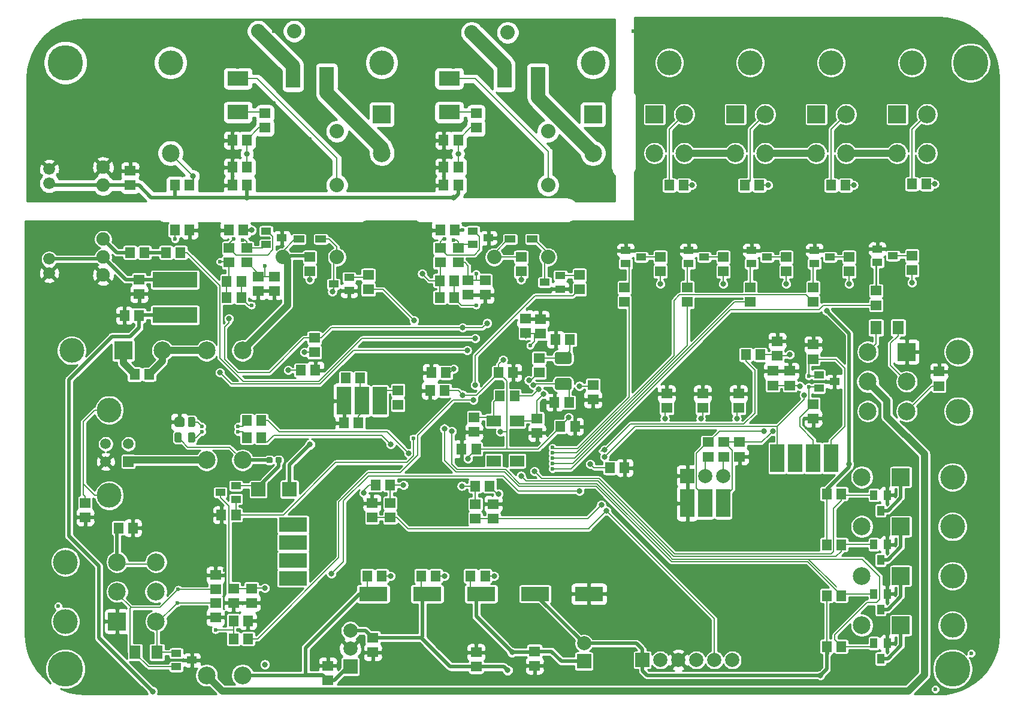
<source format=gbr>
G04 #@! TF.GenerationSoftware,KiCad,Pcbnew,5.1.2-f72e74a~84~ubuntu18.04.1*
G04 #@! TF.CreationDate,2019-05-31T10:47:24-04:00*
G04 #@! TF.ProjectId,Master_Board,4d617374-6572-45f4-926f-6172642e6b69,rev?*
G04 #@! TF.SameCoordinates,Original*
G04 #@! TF.FileFunction,Copper,L2,Bot*
G04 #@! TF.FilePolarity,Positive*
%FSLAX46Y46*%
G04 Gerber Fmt 4.6, Leading zero omitted, Abs format (unit mm)*
G04 Created by KiCad (PCBNEW 5.1.2-f72e74a~84~ubuntu18.04.1) date 2019-05-31 10:47:24*
%MOMM*%
%LPD*%
G04 APERTURE LIST*
%ADD10R,1.400000X1.000000*%
%ADD11C,1.905000*%
%ADD12C,2.032000*%
%ADD13R,1.400000X1.500000*%
%ADD14R,1.500000X1.400000*%
%ADD15C,1.676400*%
%ADD16R,2.000000X3.000000*%
%ADD17R,1.500000X1.000000*%
%ADD18R,3.000000X2.000000*%
%ADD19C,2.500000*%
%ADD20C,3.508000*%
%ADD21R,2.500000X2.500000*%
%ADD22C,2.000000*%
%ADD23R,2.000000X2.000000*%
%ADD24R,6.300000X2.200000*%
%ADD25R,1.000000X1.400000*%
%ADD26R,1.600000X1.900000*%
%ADD27R,2.000000X4.000000*%
%ADD28R,4.000000X2.000000*%
%ADD29R,2.000000X1.600000*%
%ADD30C,0.100000*%
%ADD31C,0.850000*%
%ADD32C,1.700000*%
%ADD33C,5.000000*%
%ADD34C,1.400000*%
%ADD35C,1.000000*%
%ADD36C,1.500000*%
%ADD37R,1.500000X1.500000*%
%ADD38C,3.500000*%
%ADD39C,0.800000*%
%ADD40C,0.600000*%
%ADD41C,0.203200*%
%ADD42C,0.508000*%
%ADD43C,0.400000*%
%ADD44C,1.000000*%
%ADD45C,2.000000*%
%ADD46C,0.254000*%
G04 APERTURE END LIST*
D10*
X146982000Y-69858184D03*
X146982000Y-67958184D03*
X149182000Y-68908184D03*
X117772000Y-69858184D03*
X117772000Y-67958184D03*
X119972000Y-68908184D03*
D11*
X94742000Y-74168000D03*
X94742000Y-71628000D03*
X94742000Y-69088000D03*
X94742000Y-61468000D03*
X94742000Y-58928000D03*
D12*
X116652000Y-39698184D03*
X121732000Y-39698184D03*
X146812000Y-39878000D03*
X151892000Y-39878000D03*
D13*
X160708980Y-83286638D03*
X158658980Y-83286638D03*
D14*
X132738116Y-106404511D03*
X132738116Y-108454511D03*
D13*
X158513980Y-92176638D03*
X160563980Y-92176638D03*
D14*
X147152645Y-94292319D03*
X147152645Y-96342319D03*
X184673815Y-97795908D03*
X184673815Y-99845908D03*
X154432000Y-82388184D03*
X154432000Y-80338184D03*
X156508966Y-82458111D03*
X156508966Y-80408111D03*
X156042645Y-96487319D03*
X156042645Y-94437319D03*
X163957000Y-89718184D03*
X163957000Y-91768184D03*
D13*
X152672000Y-87958184D03*
X150622000Y-87958184D03*
X159367000Y-95578184D03*
X161417000Y-95578184D03*
X130828000Y-95070184D03*
X128778000Y-95070184D03*
X143147000Y-87958184D03*
X141097000Y-87958184D03*
X140952000Y-90498184D03*
X143002000Y-90498184D03*
X145397000Y-98753184D03*
X147447000Y-98753184D03*
D14*
X149865035Y-106541648D03*
X149865035Y-108591648D03*
X126492000Y-131463000D03*
X126492000Y-129413000D03*
X132842000Y-125458000D03*
X132842000Y-127508000D03*
X147447000Y-129558000D03*
X147447000Y-127508000D03*
X155702000Y-127363000D03*
X155702000Y-129413000D03*
X189992000Y-85563184D03*
X189992000Y-83513184D03*
X189357000Y-89780212D03*
X189357000Y-87730212D03*
X191791554Y-89780212D03*
X191791554Y-87730212D03*
X195072000Y-94453184D03*
X195072000Y-92403184D03*
X195072000Y-84003184D03*
X195072000Y-86053184D03*
D13*
X115207000Y-123063000D03*
X113157000Y-123063000D03*
D14*
X113157000Y-118473000D03*
X113157000Y-120523000D03*
X115697000Y-118473000D03*
X115697000Y-120523000D03*
X110617000Y-122573000D03*
X110617000Y-120523000D03*
X110617000Y-116568000D03*
X110617000Y-118618000D03*
D13*
X113012000Y-58928000D03*
X115062000Y-58928000D03*
X142857000Y-58928000D03*
X144907000Y-58928000D03*
D15*
X87122000Y-61198000D03*
X87122000Y-59198000D03*
D13*
X115062000Y-61468000D03*
X113012000Y-61468000D03*
X144907000Y-61468000D03*
X142857000Y-61468000D03*
D14*
X98552000Y-59418000D03*
X98552000Y-61468000D03*
X99822000Y-76853000D03*
X99822000Y-74803000D03*
D13*
X114572000Y-67818000D03*
X112522000Y-67818000D03*
X144417000Y-67818000D03*
X142367000Y-67818000D03*
D15*
X87122000Y-71898000D03*
X87122000Y-73898000D03*
D13*
X97772000Y-79883000D03*
X99822000Y-79883000D03*
X142313317Y-74954153D03*
X144363317Y-74954153D03*
X114258431Y-75046929D03*
X112208431Y-75046929D03*
D14*
X148717000Y-74923098D03*
X148717000Y-76973098D03*
X116650023Y-74377967D03*
X116650023Y-76427967D03*
D10*
X195877000Y-90178184D03*
X195877000Y-88278184D03*
X198077000Y-89228184D03*
X105072000Y-129548184D03*
X105072000Y-127648184D03*
X107272000Y-128598184D03*
D16*
X126327000Y-46228000D03*
X121577000Y-46228000D03*
X156172000Y-46228000D03*
X151422000Y-46228000D03*
D17*
X155347000Y-69088000D03*
X152247000Y-69088000D03*
X125502000Y-69088000D03*
X122402000Y-69088000D03*
D18*
X113792000Y-46393000D03*
X113792000Y-51143000D03*
X143637000Y-46393000D03*
X143637000Y-51143000D03*
D13*
X100602000Y-70993000D03*
X98552000Y-70993000D03*
D19*
X114427000Y-130757184D03*
X109347000Y-130757184D03*
X114427000Y-84836000D03*
X109347000Y-84836000D03*
X114427000Y-100330000D03*
X109347000Y-100330000D03*
D20*
X104267000Y-44143184D03*
D21*
X104267000Y-51443184D03*
D19*
X104267000Y-56943184D03*
D20*
X134112000Y-44143184D03*
D21*
X134112000Y-51443184D03*
D19*
X134112000Y-56943184D03*
D20*
X163957000Y-44143184D03*
D21*
X163957000Y-51443184D03*
D19*
X163957000Y-56943184D03*
D22*
X182372000Y-102563184D03*
X179832000Y-102563184D03*
D23*
X177292000Y-102563184D03*
D22*
X183642000Y-128598184D03*
X181102000Y-128598184D03*
X178562000Y-128598184D03*
X176022000Y-128598184D03*
X173482000Y-128598184D03*
D23*
X170942000Y-128598184D03*
D22*
X162687000Y-126238000D03*
D23*
X162687000Y-128778000D03*
D20*
X215583600Y-85028184D03*
X215583600Y-85028184D03*
X215583600Y-85028184D03*
X215583600Y-85028184D03*
D21*
X208283600Y-85028184D03*
X208283600Y-85028184D03*
X208283600Y-85028184D03*
D19*
X202783600Y-93428184D03*
X202783600Y-93428184D03*
X202783600Y-93428184D03*
X202783600Y-89228184D03*
X202783600Y-93428184D03*
X202783600Y-89228184D03*
X202783600Y-89228184D03*
X202783600Y-89228184D03*
X202783600Y-85028184D03*
X202783600Y-85028184D03*
X202783600Y-85028184D03*
X202783600Y-85028184D03*
X208283600Y-89228184D03*
X208283600Y-89228184D03*
X208283600Y-89228184D03*
X208283600Y-89228184D03*
D21*
X208283600Y-85028184D03*
D20*
X215583600Y-93428184D03*
X215583600Y-93428184D03*
D19*
X208283600Y-93428184D03*
D20*
X215583600Y-93428184D03*
X215583600Y-93428184D03*
D19*
X208283600Y-93428184D03*
X208283600Y-93428184D03*
X208283600Y-93428184D03*
X202783600Y-93428184D03*
X202783600Y-89228184D03*
X202783600Y-93428184D03*
X202783600Y-85028184D03*
X202783600Y-89228184D03*
X208283600Y-89228184D03*
X208283600Y-89228184D03*
D21*
X208283600Y-85028184D03*
D19*
X202783600Y-85028184D03*
D21*
X208283600Y-85028184D03*
D19*
X208283600Y-93428184D03*
D20*
X215583600Y-93428184D03*
D19*
X208283600Y-93428184D03*
D20*
X215583600Y-93428184D03*
X215583600Y-85028184D03*
X215583600Y-85028184D03*
X215583600Y-85028184D03*
D19*
X208283600Y-89228184D03*
D21*
X208283600Y-85028184D03*
D19*
X202783600Y-85028184D03*
X202783600Y-89228184D03*
X202783600Y-93428184D03*
D20*
X215583600Y-93428184D03*
D19*
X208283600Y-93428184D03*
D20*
X215583600Y-85028184D03*
D19*
X208283600Y-93428184D03*
X208283600Y-89228184D03*
D21*
X208283600Y-85028184D03*
D19*
X202783600Y-85028184D03*
X202783600Y-89228184D03*
X202783600Y-93428184D03*
D20*
X215583600Y-93428184D03*
X174752000Y-44143184D03*
D19*
X176852000Y-56943184D03*
X172652000Y-56943184D03*
X176852000Y-51443184D03*
D21*
X172652000Y-51443184D03*
D20*
X197612000Y-44143184D03*
D19*
X199712000Y-56943184D03*
X195512000Y-56943184D03*
X199712000Y-51443184D03*
D21*
X195512000Y-51443184D03*
D20*
X186182000Y-44143184D03*
D19*
X188282000Y-56943184D03*
X184082000Y-56943184D03*
X188282000Y-51443184D03*
D21*
X184082000Y-51443184D03*
D20*
X90297000Y-84836000D03*
D21*
X97597000Y-84836000D03*
D19*
X103097000Y-84836000D03*
D20*
X214757000Y-102743000D03*
D21*
X207457000Y-102743000D03*
D19*
X201957000Y-102743000D03*
D20*
X214757000Y-109728000D03*
D21*
X207457000Y-109728000D03*
D19*
X201957000Y-109728000D03*
D20*
X214757000Y-116713000D03*
D21*
X207457000Y-116713000D03*
D19*
X201957000Y-116713000D03*
D20*
X214757000Y-123698000D03*
D21*
X207457000Y-123698000D03*
D19*
X201957000Y-123698000D03*
D24*
X104902000Y-74843000D03*
X104902000Y-79843000D03*
D10*
X168572000Y-72578000D03*
X168572000Y-70678000D03*
X170772000Y-71628000D03*
X177462000Y-72578000D03*
X177462000Y-70678000D03*
X179662000Y-71628000D03*
X195242000Y-72578000D03*
X195242000Y-70678000D03*
X197442000Y-71628000D03*
X186352000Y-72578000D03*
X186352000Y-70678000D03*
X188552000Y-71628000D03*
X159342000Y-74236817D03*
X159342000Y-76136817D03*
X157142000Y-75186817D03*
X129497000Y-74488000D03*
X129497000Y-76388000D03*
X127297000Y-75438000D03*
D25*
X203647000Y-126228184D03*
X205547000Y-126228184D03*
X204597000Y-128428184D03*
X203647000Y-105273184D03*
X205547000Y-105273184D03*
X204597000Y-107473184D03*
X203647000Y-112258184D03*
X205547000Y-112258184D03*
X204597000Y-114458184D03*
X203647000Y-119243184D03*
X205547000Y-119243184D03*
X204597000Y-121443184D03*
D13*
X133228116Y-103864511D03*
X135278116Y-103864511D03*
D14*
X156337000Y-85908184D03*
X156337000Y-87958184D03*
X135278116Y-108454511D03*
X135278116Y-106404511D03*
X182451315Y-97795908D03*
X182451315Y-99845908D03*
X180228815Y-97795908D03*
X180228815Y-99845908D03*
D13*
X150817645Y-91262319D03*
X152867645Y-91262319D03*
X131082000Y-88720184D03*
X129032000Y-88720184D03*
D14*
X136398000Y-90480184D03*
X136398000Y-92530184D03*
X184531000Y-92982000D03*
X184531000Y-90932000D03*
X179451000Y-92982000D03*
X179451000Y-90932000D03*
X147325035Y-108591648D03*
X147325035Y-106541648D03*
D13*
X149375035Y-104001648D03*
X147325035Y-104001648D03*
D14*
X174371000Y-92982000D03*
X174371000Y-90932000D03*
D13*
X166352000Y-101420184D03*
X168402000Y-101420184D03*
X132062000Y-116713000D03*
X134112000Y-116713000D03*
X139682000Y-116713000D03*
X141732000Y-116713000D03*
X146667000Y-116713000D03*
X148717000Y-116713000D03*
X187597000Y-85418184D03*
X185547000Y-85418184D03*
D26*
X207062000Y-81608184D03*
X203962000Y-81608184D03*
D14*
X212852000Y-87813184D03*
X212852000Y-89863184D03*
D13*
X113157000Y-125603000D03*
X115207000Y-125603000D03*
D26*
X99262000Y-127508000D03*
X102362000Y-127508000D03*
D14*
X168402000Y-75928000D03*
X168402000Y-77978000D03*
X177292000Y-75928000D03*
X177292000Y-77978000D03*
X195072000Y-75928000D03*
X195072000Y-77978000D03*
X186182000Y-75928000D03*
X186182000Y-77978000D03*
X173482000Y-73678000D03*
X173482000Y-71628000D03*
X182372000Y-73678000D03*
X182372000Y-71628000D03*
X200152000Y-73678000D03*
X200152000Y-71628000D03*
X191262000Y-73678000D03*
X191262000Y-71628000D03*
D13*
X176802000Y-61468000D03*
X174752000Y-61468000D03*
X199662000Y-61468000D03*
X197612000Y-61468000D03*
X187452000Y-61468000D03*
X185402000Y-61468000D03*
X124732000Y-87630000D03*
X122682000Y-87630000D03*
D14*
X124587000Y-85108000D03*
X124587000Y-83058000D03*
X153797000Y-73678000D03*
X153797000Y-71628000D03*
X123952000Y-73678000D03*
X123952000Y-71628000D03*
X162052000Y-76218000D03*
X162052000Y-74168000D03*
X132207000Y-76218000D03*
X132207000Y-74168000D03*
D13*
X199027000Y-126693184D03*
X196977000Y-126693184D03*
D14*
X117602000Y-53358000D03*
X117602000Y-51308000D03*
D13*
X113012000Y-55118000D03*
X115062000Y-55118000D03*
D14*
X147447000Y-53358000D03*
X147447000Y-51308000D03*
D13*
X142857000Y-55118000D03*
X144907000Y-55118000D03*
D14*
X115062000Y-72408000D03*
X115062000Y-70358000D03*
X112522000Y-72408000D03*
X112522000Y-70358000D03*
X144907000Y-72408000D03*
X144907000Y-70358000D03*
X142367000Y-72408000D03*
X142367000Y-70358000D03*
D13*
X114258431Y-77343000D03*
X112208431Y-77343000D03*
X144363317Y-77343000D03*
X142313317Y-77343000D03*
D14*
X146327744Y-76968098D03*
X146327744Y-74918098D03*
X118946094Y-76427967D03*
X118946094Y-74377967D03*
D13*
X105682000Y-70993000D03*
X103632000Y-70993000D03*
X106952000Y-61468000D03*
X104902000Y-61468000D03*
X106952000Y-67818000D03*
X104902000Y-67818000D03*
D14*
X92202000Y-108423184D03*
X92202000Y-106373184D03*
D13*
X199027000Y-105103184D03*
X196977000Y-105103184D03*
X199027000Y-112299850D03*
X196977000Y-112299850D03*
X199027000Y-119496516D03*
X196977000Y-119496516D03*
X117112000Y-97155000D03*
X115062000Y-97155000D03*
X117112000Y-94742000D03*
X115062000Y-94742000D03*
D12*
X120142000Y-71628000D03*
X127762000Y-71628000D03*
X127762000Y-61468000D03*
X127762000Y-53848000D03*
X149987000Y-71628000D03*
X157607000Y-71628000D03*
X157607000Y-61468000D03*
X157607000Y-53848000D03*
D27*
X179832000Y-106438184D03*
X182372000Y-106438184D03*
X128778000Y-91960184D03*
X131318000Y-91960184D03*
X133858000Y-91960184D03*
X177292000Y-106438184D03*
D28*
X132907000Y-119253000D03*
X163387000Y-119253000D03*
X140527000Y-119253000D03*
X148147000Y-119253000D03*
X155767000Y-119253000D03*
D27*
X192522653Y-100043845D03*
X189982653Y-100043845D03*
X197602653Y-100043845D03*
X195062653Y-100043845D03*
D28*
X121584089Y-114549923D03*
X121584089Y-117056840D03*
X121584089Y-111976840D03*
X121584089Y-109436840D03*
D22*
X129667000Y-124465692D03*
X129667000Y-127005692D03*
D23*
X129667000Y-129545692D03*
D29*
X149947645Y-94787319D03*
X149947645Y-100437319D03*
X153247645Y-100437319D03*
X153247645Y-94787319D03*
D30*
G36*
X119770329Y-99906023D02*
G01*
X119790957Y-99909083D01*
X119811185Y-99914150D01*
X119830820Y-99921176D01*
X119849672Y-99930092D01*
X119867559Y-99940813D01*
X119884309Y-99953235D01*
X119899760Y-99967240D01*
X119913765Y-99982691D01*
X119926187Y-99999441D01*
X119936908Y-100017328D01*
X119945824Y-100036180D01*
X119952850Y-100055815D01*
X119957917Y-100076043D01*
X119960977Y-100096671D01*
X119962000Y-100117500D01*
X119962000Y-100542500D01*
X119960977Y-100563329D01*
X119957917Y-100583957D01*
X119952850Y-100604185D01*
X119945824Y-100623820D01*
X119936908Y-100642672D01*
X119926187Y-100660559D01*
X119913765Y-100677309D01*
X119899760Y-100692760D01*
X119884309Y-100706765D01*
X119867559Y-100719187D01*
X119849672Y-100729908D01*
X119830820Y-100738824D01*
X119811185Y-100745850D01*
X119790957Y-100750917D01*
X119770329Y-100753977D01*
X119749500Y-100755000D01*
X119324500Y-100755000D01*
X119303671Y-100753977D01*
X119283043Y-100750917D01*
X119262815Y-100745850D01*
X119243180Y-100738824D01*
X119224328Y-100729908D01*
X119206441Y-100719187D01*
X119189691Y-100706765D01*
X119174240Y-100692760D01*
X119160235Y-100677309D01*
X119147813Y-100660559D01*
X119137092Y-100642672D01*
X119128176Y-100623820D01*
X119121150Y-100604185D01*
X119116083Y-100583957D01*
X119113023Y-100563329D01*
X119112000Y-100542500D01*
X119112000Y-100117500D01*
X119113023Y-100096671D01*
X119116083Y-100076043D01*
X119121150Y-100055815D01*
X119128176Y-100036180D01*
X119137092Y-100017328D01*
X119147813Y-99999441D01*
X119160235Y-99982691D01*
X119174240Y-99967240D01*
X119189691Y-99953235D01*
X119206441Y-99940813D01*
X119224328Y-99930092D01*
X119243180Y-99921176D01*
X119262815Y-99914150D01*
X119283043Y-99909083D01*
X119303671Y-99906023D01*
X119324500Y-99905000D01*
X119749500Y-99905000D01*
X119770329Y-99906023D01*
X119770329Y-99906023D01*
G37*
D31*
X119537000Y-100330000D03*
D30*
G36*
X118470329Y-99906023D02*
G01*
X118490957Y-99909083D01*
X118511185Y-99914150D01*
X118530820Y-99921176D01*
X118549672Y-99930092D01*
X118567559Y-99940813D01*
X118584309Y-99953235D01*
X118599760Y-99967240D01*
X118613765Y-99982691D01*
X118626187Y-99999441D01*
X118636908Y-100017328D01*
X118645824Y-100036180D01*
X118652850Y-100055815D01*
X118657917Y-100076043D01*
X118660977Y-100096671D01*
X118662000Y-100117500D01*
X118662000Y-100542500D01*
X118660977Y-100563329D01*
X118657917Y-100583957D01*
X118652850Y-100604185D01*
X118645824Y-100623820D01*
X118636908Y-100642672D01*
X118626187Y-100660559D01*
X118613765Y-100677309D01*
X118599760Y-100692760D01*
X118584309Y-100706765D01*
X118567559Y-100719187D01*
X118549672Y-100729908D01*
X118530820Y-100738824D01*
X118511185Y-100745850D01*
X118490957Y-100750917D01*
X118470329Y-100753977D01*
X118449500Y-100755000D01*
X118024500Y-100755000D01*
X118003671Y-100753977D01*
X117983043Y-100750917D01*
X117962815Y-100745850D01*
X117943180Y-100738824D01*
X117924328Y-100729908D01*
X117906441Y-100719187D01*
X117889691Y-100706765D01*
X117874240Y-100692760D01*
X117860235Y-100677309D01*
X117847813Y-100660559D01*
X117837092Y-100642672D01*
X117828176Y-100623820D01*
X117821150Y-100604185D01*
X117816083Y-100583957D01*
X117813023Y-100563329D01*
X117812000Y-100542500D01*
X117812000Y-100117500D01*
X117813023Y-100096671D01*
X117816083Y-100076043D01*
X117821150Y-100055815D01*
X117828176Y-100036180D01*
X117837092Y-100017328D01*
X117847813Y-99999441D01*
X117860235Y-99982691D01*
X117874240Y-99967240D01*
X117889691Y-99953235D01*
X117906441Y-99940813D01*
X117924328Y-99930092D01*
X117943180Y-99921176D01*
X117962815Y-99914150D01*
X117983043Y-99909083D01*
X118003671Y-99906023D01*
X118024500Y-99905000D01*
X118449500Y-99905000D01*
X118470329Y-99906023D01*
X118470329Y-99906023D01*
G37*
D31*
X118237000Y-100330000D03*
D30*
G36*
X160565821Y-88733684D02*
G01*
X160607077Y-88739804D01*
X160647535Y-88749938D01*
X160686804Y-88763989D01*
X160724508Y-88781821D01*
X160760281Y-88803263D01*
X160793781Y-88828109D01*
X160824684Y-88856118D01*
X160852693Y-88887021D01*
X160877539Y-88920521D01*
X160898981Y-88956294D01*
X160916813Y-88993998D01*
X160930864Y-89033267D01*
X160940998Y-89073725D01*
X160947118Y-89114981D01*
X160949164Y-89156638D01*
X160949164Y-90006638D01*
X160947118Y-90048295D01*
X160940998Y-90089551D01*
X160930864Y-90130009D01*
X160916813Y-90169278D01*
X160898981Y-90206982D01*
X160877539Y-90242755D01*
X160852693Y-90276255D01*
X160824684Y-90307158D01*
X160793781Y-90335167D01*
X160760281Y-90360013D01*
X160724508Y-90381455D01*
X160686804Y-90399287D01*
X160647535Y-90413338D01*
X160607077Y-90423472D01*
X160565821Y-90429592D01*
X160524164Y-90431638D01*
X158974164Y-90431638D01*
X158932507Y-90429592D01*
X158891251Y-90423472D01*
X158850793Y-90413338D01*
X158811524Y-90399287D01*
X158773820Y-90381455D01*
X158738047Y-90360013D01*
X158704547Y-90335167D01*
X158673644Y-90307158D01*
X158645635Y-90276255D01*
X158620789Y-90242755D01*
X158599347Y-90206982D01*
X158581515Y-90169278D01*
X158567464Y-90130009D01*
X158557330Y-90089551D01*
X158551210Y-90048295D01*
X158549164Y-90006638D01*
X158549164Y-89156638D01*
X158551210Y-89114981D01*
X158557330Y-89073725D01*
X158567464Y-89033267D01*
X158581515Y-88993998D01*
X158599347Y-88956294D01*
X158620789Y-88920521D01*
X158645635Y-88887021D01*
X158673644Y-88856118D01*
X158704547Y-88828109D01*
X158738047Y-88803263D01*
X158773820Y-88781821D01*
X158811524Y-88763989D01*
X158850793Y-88749938D01*
X158891251Y-88739804D01*
X158932507Y-88733684D01*
X158974164Y-88731638D01*
X160524164Y-88731638D01*
X160565821Y-88733684D01*
X160565821Y-88733684D01*
G37*
D32*
X159749164Y-89581638D03*
D30*
G36*
X160565821Y-85033684D02*
G01*
X160607077Y-85039804D01*
X160647535Y-85049938D01*
X160686804Y-85063989D01*
X160724508Y-85081821D01*
X160760281Y-85103263D01*
X160793781Y-85128109D01*
X160824684Y-85156118D01*
X160852693Y-85187021D01*
X160877539Y-85220521D01*
X160898981Y-85256294D01*
X160916813Y-85293998D01*
X160930864Y-85333267D01*
X160940998Y-85373725D01*
X160947118Y-85414981D01*
X160949164Y-85456638D01*
X160949164Y-86306638D01*
X160947118Y-86348295D01*
X160940998Y-86389551D01*
X160930864Y-86430009D01*
X160916813Y-86469278D01*
X160898981Y-86506982D01*
X160877539Y-86542755D01*
X160852693Y-86576255D01*
X160824684Y-86607158D01*
X160793781Y-86635167D01*
X160760281Y-86660013D01*
X160724508Y-86681455D01*
X160686804Y-86699287D01*
X160647535Y-86713338D01*
X160607077Y-86723472D01*
X160565821Y-86729592D01*
X160524164Y-86731638D01*
X158974164Y-86731638D01*
X158932507Y-86729592D01*
X158891251Y-86723472D01*
X158850793Y-86713338D01*
X158811524Y-86699287D01*
X158773820Y-86681455D01*
X158738047Y-86660013D01*
X158704547Y-86635167D01*
X158673644Y-86607158D01*
X158645635Y-86576255D01*
X158620789Y-86542755D01*
X158599347Y-86506982D01*
X158581515Y-86469278D01*
X158567464Y-86430009D01*
X158557330Y-86389551D01*
X158551210Y-86348295D01*
X158549164Y-86306638D01*
X158549164Y-85456638D01*
X158551210Y-85414981D01*
X158557330Y-85373725D01*
X158567464Y-85333267D01*
X158581515Y-85293998D01*
X158599347Y-85256294D01*
X158620789Y-85220521D01*
X158645635Y-85187021D01*
X158673644Y-85156118D01*
X158704547Y-85128109D01*
X158738047Y-85103263D01*
X158773820Y-85081821D01*
X158811524Y-85063989D01*
X158850793Y-85049938D01*
X158891251Y-85039804D01*
X158932507Y-85033684D01*
X158974164Y-85031638D01*
X160524164Y-85031638D01*
X160565821Y-85033684D01*
X160565821Y-85033684D01*
G37*
D32*
X159749164Y-85881638D03*
D20*
X209042000Y-44143184D03*
D19*
X211142000Y-56943184D03*
X206942000Y-56943184D03*
X211142000Y-51443184D03*
D21*
X206942000Y-51443184D03*
D10*
X204132000Y-72398184D03*
X204132000Y-70498184D03*
X206332000Y-71448184D03*
D14*
X203962000Y-76383184D03*
X203962000Y-78433184D03*
X209042000Y-73498184D03*
X209042000Y-71448184D03*
D13*
X211092000Y-61288184D03*
X209042000Y-61288184D03*
D33*
X214757000Y-129868184D03*
X89408000Y-129868184D03*
X217297000Y-44143184D03*
X89408000Y-44143184D03*
D30*
G36*
X105921306Y-94244869D02*
G01*
X105955282Y-94249909D01*
X105988600Y-94258255D01*
X106020939Y-94269826D01*
X106051989Y-94284512D01*
X106081450Y-94302170D01*
X106109038Y-94322630D01*
X106134487Y-94345697D01*
X106157554Y-94371146D01*
X106178014Y-94398734D01*
X106195672Y-94428195D01*
X106210358Y-94459245D01*
X106221929Y-94491584D01*
X106230275Y-94524902D01*
X106235315Y-94558878D01*
X106237000Y-94593184D01*
X106237000Y-95293184D01*
X106235315Y-95327490D01*
X106230275Y-95361466D01*
X106221929Y-95394784D01*
X106210358Y-95427123D01*
X106195672Y-95458173D01*
X106178014Y-95487634D01*
X106157554Y-95515222D01*
X106134487Y-95540671D01*
X106109038Y-95563738D01*
X106081450Y-95584198D01*
X106051989Y-95601856D01*
X106020939Y-95616542D01*
X105988600Y-95628113D01*
X105955282Y-95636459D01*
X105921306Y-95641499D01*
X105887000Y-95643184D01*
X105187000Y-95643184D01*
X105152694Y-95641499D01*
X105118718Y-95636459D01*
X105085400Y-95628113D01*
X105053061Y-95616542D01*
X105022011Y-95601856D01*
X104992550Y-95584198D01*
X104964962Y-95563738D01*
X104939513Y-95540671D01*
X104916446Y-95515222D01*
X104895986Y-95487634D01*
X104878328Y-95458173D01*
X104863642Y-95427123D01*
X104852071Y-95394784D01*
X104843725Y-95361466D01*
X104838685Y-95327490D01*
X104837000Y-95293184D01*
X104837000Y-94593184D01*
X104838685Y-94558878D01*
X104843725Y-94524902D01*
X104852071Y-94491584D01*
X104863642Y-94459245D01*
X104878328Y-94428195D01*
X104895986Y-94398734D01*
X104916446Y-94371146D01*
X104939513Y-94345697D01*
X104964962Y-94322630D01*
X104992550Y-94302170D01*
X105022011Y-94284512D01*
X105053061Y-94269826D01*
X105085400Y-94258255D01*
X105118718Y-94249909D01*
X105152694Y-94244869D01*
X105187000Y-94243184D01*
X105887000Y-94243184D01*
X105921306Y-94244869D01*
X105921306Y-94244869D01*
G37*
D34*
X105537000Y-94943184D03*
D30*
G36*
X107511504Y-94244388D02*
G01*
X107535773Y-94247988D01*
X107559571Y-94253949D01*
X107582671Y-94262214D01*
X107604849Y-94272704D01*
X107625893Y-94285317D01*
X107645598Y-94299931D01*
X107663777Y-94316407D01*
X107680253Y-94334586D01*
X107694867Y-94354291D01*
X107707480Y-94375335D01*
X107717970Y-94397513D01*
X107726235Y-94420613D01*
X107732196Y-94444411D01*
X107735796Y-94468680D01*
X107737000Y-94493184D01*
X107737000Y-95393184D01*
X107735796Y-95417688D01*
X107732196Y-95441957D01*
X107726235Y-95465755D01*
X107717970Y-95488855D01*
X107707480Y-95511033D01*
X107694867Y-95532077D01*
X107680253Y-95551782D01*
X107663777Y-95569961D01*
X107645598Y-95586437D01*
X107625893Y-95601051D01*
X107604849Y-95613664D01*
X107582671Y-95624154D01*
X107559571Y-95632419D01*
X107535773Y-95638380D01*
X107511504Y-95641980D01*
X107487000Y-95643184D01*
X106987000Y-95643184D01*
X106962496Y-95641980D01*
X106938227Y-95638380D01*
X106914429Y-95632419D01*
X106891329Y-95624154D01*
X106869151Y-95613664D01*
X106848107Y-95601051D01*
X106828402Y-95586437D01*
X106810223Y-95569961D01*
X106793747Y-95551782D01*
X106779133Y-95532077D01*
X106766520Y-95511033D01*
X106756030Y-95488855D01*
X106747765Y-95465755D01*
X106741804Y-95441957D01*
X106738204Y-95417688D01*
X106737000Y-95393184D01*
X106737000Y-94493184D01*
X106738204Y-94468680D01*
X106741804Y-94444411D01*
X106747765Y-94420613D01*
X106756030Y-94397513D01*
X106766520Y-94375335D01*
X106779133Y-94354291D01*
X106793747Y-94334586D01*
X106810223Y-94316407D01*
X106828402Y-94299931D01*
X106848107Y-94285317D01*
X106869151Y-94272704D01*
X106891329Y-94262214D01*
X106914429Y-94253949D01*
X106938227Y-94247988D01*
X106962496Y-94244388D01*
X106987000Y-94243184D01*
X107487000Y-94243184D01*
X107511504Y-94244388D01*
X107511504Y-94244388D01*
G37*
D35*
X107237000Y-94943184D03*
D30*
G36*
X107511504Y-96444388D02*
G01*
X107535773Y-96447988D01*
X107559571Y-96453949D01*
X107582671Y-96462214D01*
X107604849Y-96472704D01*
X107625893Y-96485317D01*
X107645598Y-96499931D01*
X107663777Y-96516407D01*
X107680253Y-96534586D01*
X107694867Y-96554291D01*
X107707480Y-96575335D01*
X107717970Y-96597513D01*
X107726235Y-96620613D01*
X107732196Y-96644411D01*
X107735796Y-96668680D01*
X107737000Y-96693184D01*
X107737000Y-97593184D01*
X107735796Y-97617688D01*
X107732196Y-97641957D01*
X107726235Y-97665755D01*
X107717970Y-97688855D01*
X107707480Y-97711033D01*
X107694867Y-97732077D01*
X107680253Y-97751782D01*
X107663777Y-97769961D01*
X107645598Y-97786437D01*
X107625893Y-97801051D01*
X107604849Y-97813664D01*
X107582671Y-97824154D01*
X107559571Y-97832419D01*
X107535773Y-97838380D01*
X107511504Y-97841980D01*
X107487000Y-97843184D01*
X106987000Y-97843184D01*
X106962496Y-97841980D01*
X106938227Y-97838380D01*
X106914429Y-97832419D01*
X106891329Y-97824154D01*
X106869151Y-97813664D01*
X106848107Y-97801051D01*
X106828402Y-97786437D01*
X106810223Y-97769961D01*
X106793747Y-97751782D01*
X106779133Y-97732077D01*
X106766520Y-97711033D01*
X106756030Y-97688855D01*
X106747765Y-97665755D01*
X106741804Y-97641957D01*
X106738204Y-97617688D01*
X106737000Y-97593184D01*
X106737000Y-96693184D01*
X106738204Y-96668680D01*
X106741804Y-96644411D01*
X106747765Y-96620613D01*
X106756030Y-96597513D01*
X106766520Y-96575335D01*
X106779133Y-96554291D01*
X106793747Y-96534586D01*
X106810223Y-96516407D01*
X106828402Y-96499931D01*
X106848107Y-96485317D01*
X106869151Y-96472704D01*
X106891329Y-96462214D01*
X106914429Y-96453949D01*
X106938227Y-96447988D01*
X106962496Y-96444388D01*
X106987000Y-96443184D01*
X107487000Y-96443184D01*
X107511504Y-96444388D01*
X107511504Y-96444388D01*
G37*
D35*
X107237000Y-97143184D03*
D30*
G36*
X105611504Y-96444388D02*
G01*
X105635773Y-96447988D01*
X105659571Y-96453949D01*
X105682671Y-96462214D01*
X105704849Y-96472704D01*
X105725893Y-96485317D01*
X105745598Y-96499931D01*
X105763777Y-96516407D01*
X105780253Y-96534586D01*
X105794867Y-96554291D01*
X105807480Y-96575335D01*
X105817970Y-96597513D01*
X105826235Y-96620613D01*
X105832196Y-96644411D01*
X105835796Y-96668680D01*
X105837000Y-96693184D01*
X105837000Y-97593184D01*
X105835796Y-97617688D01*
X105832196Y-97641957D01*
X105826235Y-97665755D01*
X105817970Y-97688855D01*
X105807480Y-97711033D01*
X105794867Y-97732077D01*
X105780253Y-97751782D01*
X105763777Y-97769961D01*
X105745598Y-97786437D01*
X105725893Y-97801051D01*
X105704849Y-97813664D01*
X105682671Y-97824154D01*
X105659571Y-97832419D01*
X105635773Y-97838380D01*
X105611504Y-97841980D01*
X105587000Y-97843184D01*
X105087000Y-97843184D01*
X105062496Y-97841980D01*
X105038227Y-97838380D01*
X105014429Y-97832419D01*
X104991329Y-97824154D01*
X104969151Y-97813664D01*
X104948107Y-97801051D01*
X104928402Y-97786437D01*
X104910223Y-97769961D01*
X104893747Y-97751782D01*
X104879133Y-97732077D01*
X104866520Y-97711033D01*
X104856030Y-97688855D01*
X104847765Y-97665755D01*
X104841804Y-97641957D01*
X104838204Y-97617688D01*
X104837000Y-97593184D01*
X104837000Y-96693184D01*
X104838204Y-96668680D01*
X104841804Y-96644411D01*
X104847765Y-96620613D01*
X104856030Y-96597513D01*
X104866520Y-96575335D01*
X104879133Y-96554291D01*
X104893747Y-96534586D01*
X104910223Y-96516407D01*
X104928402Y-96499931D01*
X104948107Y-96485317D01*
X104969151Y-96472704D01*
X104991329Y-96462214D01*
X105014429Y-96453949D01*
X105038227Y-96447988D01*
X105062496Y-96444388D01*
X105087000Y-96443184D01*
X105587000Y-96443184D01*
X105611504Y-96444388D01*
X105611504Y-96444388D01*
G37*
D35*
X105337000Y-97143184D03*
D20*
X89408000Y-114746184D03*
D19*
X102208000Y-114746184D03*
X102208000Y-118946184D03*
X102208000Y-123146184D03*
D21*
X96708000Y-123146184D03*
D19*
X96708000Y-118946184D03*
X96708000Y-114746184D03*
D20*
X89408000Y-123146184D03*
D19*
X96708000Y-114746184D03*
D20*
X89408000Y-114746184D03*
D19*
X102208000Y-114746184D03*
X102208000Y-118946184D03*
X102208000Y-123146184D03*
D21*
X96708000Y-123146184D03*
D19*
X96708000Y-118946184D03*
D20*
X89408000Y-123146184D03*
X89408000Y-123146184D03*
X89408000Y-123146184D03*
X89408000Y-114746184D03*
D19*
X96708000Y-114746184D03*
D20*
X89408000Y-114746184D03*
D19*
X96708000Y-114746184D03*
D21*
X96708000Y-123146184D03*
D19*
X102208000Y-123146184D03*
D21*
X96708000Y-123146184D03*
D19*
X96708000Y-118946184D03*
X96708000Y-118946184D03*
X102208000Y-118946184D03*
X102208000Y-123146184D03*
X102208000Y-114746184D03*
X102208000Y-118946184D03*
X102208000Y-114746184D03*
X96708000Y-114746184D03*
X96708000Y-114746184D03*
X96708000Y-114746184D03*
D20*
X89408000Y-114746184D03*
X89408000Y-114746184D03*
D19*
X96708000Y-114746184D03*
D20*
X89408000Y-114746184D03*
X89408000Y-114746184D03*
D21*
X96708000Y-123146184D03*
D19*
X96708000Y-118946184D03*
X96708000Y-118946184D03*
X96708000Y-118946184D03*
X96708000Y-118946184D03*
X102208000Y-123146184D03*
X102208000Y-123146184D03*
X102208000Y-123146184D03*
X102208000Y-123146184D03*
X102208000Y-118946184D03*
X102208000Y-118946184D03*
X102208000Y-118946184D03*
X102208000Y-114746184D03*
X102208000Y-118946184D03*
X102208000Y-114746184D03*
X102208000Y-114746184D03*
X102208000Y-114746184D03*
D21*
X96708000Y-123146184D03*
X96708000Y-123146184D03*
X96708000Y-123146184D03*
D20*
X89408000Y-123146184D03*
X89408000Y-123146184D03*
X89408000Y-123146184D03*
X89408000Y-123146184D03*
D13*
X98951000Y-109929184D03*
X96901000Y-109929184D03*
X99187000Y-88212184D03*
X101237000Y-88212184D03*
D23*
X121072000Y-104468184D03*
X116672000Y-104468184D03*
D10*
X111295614Y-104906226D03*
X113495614Y-105856226D03*
X113495614Y-103956226D03*
D13*
X113495614Y-108081226D03*
X111445614Y-108081226D03*
D36*
X98298000Y-98044000D03*
D37*
X98298000Y-100544000D03*
D36*
X95098000Y-100544000D03*
X95098000Y-98044000D03*
D38*
X95598000Y-105334000D03*
X95598000Y-93254000D03*
D39*
X117602000Y-129233184D03*
D40*
X88392000Y-120978184D03*
X217424000Y-127656368D03*
X212344000Y-132736368D03*
D39*
X109347000Y-70813184D03*
D40*
X88392000Y-70178184D03*
X88392000Y-80338184D03*
X88392000Y-90498184D03*
X88392000Y-100658184D03*
X94107000Y-110818184D03*
X93472000Y-75258184D03*
X93472000Y-95578184D03*
X93472000Y-126058184D03*
X98552000Y-90498184D03*
X169672000Y-39698184D03*
X179832000Y-39698184D03*
X189992000Y-39698184D03*
X200152000Y-39698184D03*
X210312000Y-39698184D03*
X189992000Y-49858184D03*
X179832000Y-49858184D03*
X220472000Y-49858184D03*
X215392000Y-54938184D03*
X220472000Y-60018184D03*
X215392000Y-65098184D03*
X220472000Y-70178184D03*
X215392000Y-75258184D03*
X220472000Y-80338184D03*
X205232000Y-65098184D03*
X195072000Y-65098184D03*
X174752000Y-65098184D03*
X220472000Y-90498184D03*
X220472000Y-103198184D03*
X220472000Y-110818184D03*
X220472000Y-120978184D03*
X179832000Y-44778184D03*
X189992000Y-44778184D03*
X200152000Y-44778184D03*
X215392000Y-105738184D03*
X108712000Y-90498184D03*
X118872000Y-90498184D03*
X108712000Y-105738184D03*
X103632000Y-110818184D03*
X123952000Y-80338184D03*
X134112000Y-80338184D03*
X149352000Y-110818184D03*
X159512000Y-115898184D03*
X144272000Y-123518184D03*
X156972000Y-123518184D03*
X134112000Y-131138184D03*
X139192000Y-128598184D03*
X144272000Y-131138184D03*
X159512000Y-131138184D03*
X167132000Y-131138184D03*
X195072000Y-128598184D03*
X187452000Y-128598184D03*
X182372000Y-126058184D03*
X177292000Y-123518184D03*
X172212000Y-123518184D03*
X169672000Y-115898184D03*
X162052000Y-110818184D03*
X167132000Y-115898184D03*
X156972000Y-105738184D03*
X154432000Y-113358184D03*
X144272000Y-110818184D03*
X144272000Y-115898184D03*
X136652000Y-115898184D03*
X131572000Y-110818184D03*
X139192000Y-108278184D03*
X144272000Y-108278184D03*
X159512000Y-80338184D03*
X169672000Y-80338184D03*
X179832000Y-80338184D03*
X164592000Y-85418184D03*
X174117000Y-84783184D03*
X195072000Y-108278184D03*
X184912000Y-108278184D03*
X189992000Y-105738184D03*
X174752000Y-110818184D03*
X169672000Y-105738184D03*
X169672000Y-98118184D03*
X174752000Y-98118184D03*
X187452000Y-100658184D03*
X126492000Y-105738184D03*
X126492000Y-113358184D03*
X167132000Y-67638184D03*
X159512000Y-77798184D03*
X164592000Y-72718184D03*
X161417000Y-101928184D03*
X148082000Y-100658184D03*
X118872000Y-113358184D03*
X113792000Y-113358184D03*
X111887000Y-115898184D03*
X118872000Y-115898184D03*
X113157000Y-110945184D03*
X108712000Y-113993184D03*
X186817000Y-124153184D03*
X188722000Y-126058184D03*
X192532000Y-126058184D03*
X160782000Y-87958184D03*
X158877000Y-87958184D03*
X167767000Y-87958184D03*
X163957000Y-87958184D03*
X167767000Y-91133184D03*
X209677000Y-119708184D03*
X209677000Y-115898184D03*
X209677000Y-113358184D03*
X209677000Y-108913184D03*
X209677000Y-122883184D03*
X208407000Y-126058184D03*
X197612000Y-124153184D03*
X201422000Y-95578184D03*
X205232000Y-95578184D03*
X209042000Y-100023184D03*
X209042000Y-95578184D03*
X212852000Y-99388184D03*
X220472000Y-99388184D03*
X181737000Y-82878184D03*
X188087000Y-82878184D03*
X188087000Y-80338184D03*
X192532000Y-80338184D03*
X192532000Y-82878184D03*
X164592000Y-80338184D03*
X123952000Y-93038184D03*
X129032000Y-99388184D03*
D39*
X121412000Y-125423184D03*
X121412000Y-129233184D03*
X122682000Y-121613184D03*
X128397000Y-119708184D03*
D40*
X115316000Y-110818184D03*
X118872000Y-110818184D03*
X185674000Y-63574184D03*
D39*
X165862000Y-107516184D03*
X155544264Y-89751219D03*
X189357559Y-96232194D03*
D40*
X197104000Y-127656368D03*
D39*
X196977000Y-79248000D03*
X151257000Y-86151120D03*
X117602000Y-118438184D03*
X193167000Y-89863184D03*
X148990000Y-80973184D03*
X146304000Y-100150184D03*
X131572000Y-104976184D03*
X196088000Y-130757184D03*
X200152000Y-100912184D03*
X112522000Y-80338184D03*
X145542000Y-91133184D03*
X145541988Y-81608184D03*
X150882379Y-96340184D03*
D40*
X155067000Y-84148184D03*
D39*
X150622000Y-105103184D03*
X160528000Y-94308184D03*
X156971998Y-91006182D03*
X162052000Y-89863184D03*
X144272000Y-87450184D03*
X165138011Y-106643372D03*
X101727000Y-133043184D03*
X115697000Y-67818000D03*
D40*
X145542000Y-67818000D03*
D39*
X151892000Y-130048000D03*
X123952000Y-98118184D03*
X152527000Y-127508000D03*
X191770000Y-85418184D03*
D40*
X194437000Y-89990184D03*
X194437000Y-88466184D03*
X110617000Y-124333000D03*
D39*
X115062000Y-57023000D03*
D40*
X88392000Y-39698184D03*
X98552000Y-39698184D03*
X108712000Y-39698184D03*
X93472000Y-44778184D03*
X98552000Y-49858184D03*
X88392000Y-49858184D03*
X108712000Y-49858184D03*
X118872000Y-39698184D03*
X113792000Y-44778184D03*
X118872000Y-49858184D03*
X129032000Y-39698184D03*
X139192000Y-39698184D03*
X149352000Y-39698184D03*
X159512000Y-39698184D03*
X88392000Y-60018184D03*
X93472000Y-54938184D03*
X103632000Y-54938184D03*
X108712000Y-60018184D03*
X118872000Y-60018184D03*
X123952000Y-54938184D03*
X123952000Y-44778184D03*
X139192000Y-49858184D03*
X139192000Y-60018184D03*
X144272000Y-44778184D03*
X154432000Y-44778184D03*
X159512000Y-49858184D03*
X154432000Y-54938184D03*
X149352000Y-49858184D03*
X149352000Y-60018184D03*
X159512000Y-60018184D03*
D39*
X144907000Y-57023000D03*
D40*
X147447000Y-78433184D03*
D39*
X139827000Y-73988184D03*
D40*
X111252000Y-72263000D03*
X115697000Y-78433184D03*
X147447000Y-73988184D03*
X117602000Y-72898000D03*
D39*
X184277000Y-94488000D03*
X142956455Y-95877729D03*
X179197000Y-94488000D03*
X174117000Y-94488000D03*
X135382000Y-116713000D03*
X143002000Y-116713000D03*
X149987000Y-116713000D03*
X137183116Y-103864511D03*
X154900654Y-89049183D03*
X188087000Y-96232184D03*
X156298544Y-90332726D03*
X137920837Y-99369174D03*
X147066000Y-91821000D03*
D40*
X158242004Y-98567691D03*
X158242000Y-100072515D03*
X158242000Y-99320102D03*
X158242000Y-100824928D03*
D39*
X147320000Y-89736184D03*
X138683994Y-80592184D03*
X147320000Y-83132184D03*
X135382000Y-98118208D03*
X162052000Y-104722184D03*
X127000000Y-116406184D03*
X144018000Y-96232194D03*
X123190000Y-85090000D03*
D40*
X138557000Y-97229184D03*
X104902000Y-69088000D03*
D39*
X111252000Y-87958184D03*
X146177000Y-84802184D03*
X155702000Y-101928184D03*
X153797000Y-102563168D03*
D40*
X158242000Y-101577341D03*
D39*
X163576000Y-100912184D03*
X193783000Y-91133184D03*
X165608000Y-99896184D03*
X165608000Y-98880184D03*
X115062000Y-63193184D03*
X144271992Y-63193184D03*
D40*
X113792000Y-96330597D03*
X113792000Y-95578184D03*
X108712000Y-96340184D03*
X108712000Y-95578184D03*
D39*
X107442000Y-60198000D03*
X177927000Y-61468000D03*
X200787000Y-61468000D03*
X188722000Y-61468000D03*
X212217000Y-61288184D03*
X127127000Y-76528214D03*
X153797000Y-74803000D03*
X123952000Y-74803000D03*
X145420035Y-104001648D03*
X173482000Y-75438000D03*
X182372000Y-75438000D03*
X200152000Y-75438000D03*
X191262000Y-75438000D03*
X209042000Y-75258184D03*
X120904000Y-87630000D03*
D40*
X105200400Y-120523000D03*
X105349770Y-118618000D03*
X114427000Y-69215000D03*
X113157000Y-69088000D03*
X144272000Y-69215000D03*
X143002000Y-69088012D03*
D41*
X159722618Y-85908184D02*
X159749164Y-85881638D01*
X156337000Y-85908184D02*
X159722618Y-85908184D01*
X160708980Y-84921822D02*
X159749164Y-85881638D01*
X160708980Y-83286638D02*
X160708980Y-84921822D01*
X133691316Y-108454511D02*
X135278116Y-108454511D01*
X132738116Y-108454511D02*
X133691316Y-108454511D01*
X135423116Y-108309511D02*
X135278116Y-108454511D01*
X137832989Y-110056184D02*
X163379685Y-110056184D01*
X135278116Y-108454511D02*
X136231316Y-108454511D01*
X136231316Y-108454511D02*
X137832989Y-110056184D01*
X181102000Y-128598184D02*
X181102000Y-127778499D01*
X163379685Y-109998499D02*
X165462001Y-107916183D01*
X163379685Y-110056184D02*
X163379685Y-109998499D01*
X165462001Y-107916183D02*
X165862000Y-107516184D01*
X181102000Y-127183971D02*
X181102000Y-128598184D01*
X165862000Y-107516184D02*
X181102000Y-122756184D01*
X181102000Y-122756184D02*
X181102000Y-127183971D01*
X160563980Y-90396454D02*
X159749164Y-89581638D01*
X160563980Y-92176638D02*
X160563980Y-90396454D01*
X155713845Y-89581638D02*
X155544264Y-89751219D01*
X159749164Y-89581638D02*
X155713845Y-89581638D01*
X149947645Y-92132319D02*
X150817645Y-91262319D01*
X149947645Y-94787319D02*
X149947645Y-92132319D01*
X149452645Y-94292319D02*
X149947645Y-94787319D01*
X147152645Y-94292319D02*
X149452645Y-94292319D01*
X183404515Y-97795908D02*
X184673815Y-97795908D01*
X182451315Y-97795908D02*
X183404515Y-97795908D01*
X183642000Y-103706184D02*
X183642000Y-104468184D01*
X183626001Y-98920594D02*
X183626001Y-103690185D01*
X183642000Y-104468184D02*
X182372000Y-105738184D01*
X182451315Y-97795908D02*
X182501315Y-97795908D01*
X183626001Y-103690185D02*
X183642000Y-103706184D01*
X182501315Y-97795908D02*
X183626001Y-98920594D01*
X187793845Y-97795908D02*
X188957560Y-96632193D01*
X184673815Y-97795908D02*
X187793845Y-97795908D01*
X188957560Y-96632193D02*
X189357559Y-96232194D01*
D42*
X155702000Y-119253000D02*
X162687000Y-126238000D01*
X155067000Y-119253000D02*
X155702000Y-119253000D01*
X170942000Y-127090184D02*
X170942000Y-128598184D01*
X170089816Y-126238000D02*
X170942000Y-127090184D01*
X162687000Y-126238000D02*
X169672000Y-126238000D01*
X169672000Y-126238000D02*
X170089816Y-126238000D01*
D41*
X149865035Y-103511648D02*
X149375035Y-104001648D01*
X149865035Y-103366648D02*
X149865035Y-103511648D01*
X154501927Y-83093111D02*
X154432000Y-83023184D01*
X156508966Y-82458111D02*
X155702000Y-82458111D01*
X155702000Y-82458111D02*
X154501927Y-82458111D01*
X150622000Y-86786120D02*
X151257000Y-86151120D01*
X150622000Y-87958184D02*
X150622000Y-86786120D01*
X150622000Y-88008184D02*
X150622000Y-87958184D01*
X147447000Y-98753184D02*
X148350200Y-98753184D01*
X114110200Y-118473000D02*
X115697000Y-118473000D01*
X113157000Y-118473000D02*
X114110200Y-118473000D01*
X115731816Y-118438184D02*
X115697000Y-118473000D01*
X117602000Y-118438184D02*
X115731816Y-118438184D01*
X189357000Y-89780212D02*
X191791554Y-89780212D01*
X191791554Y-89780212D02*
X193084028Y-89780212D01*
X193084028Y-89780212D02*
X193167000Y-89863184D01*
D42*
X196977000Y-129868184D02*
X196977000Y-126693184D01*
X196088000Y-130757184D02*
X196088000Y-130757184D01*
X171593000Y-130757184D02*
X196088000Y-130757184D01*
X170942000Y-128598184D02*
X170942000Y-130106184D01*
X170942000Y-130106184D02*
X171593000Y-130757184D01*
X197376999Y-79647999D02*
X196977000Y-79248000D01*
X200152000Y-82423000D02*
X197376999Y-79647999D01*
X196977000Y-105103184D02*
X196977000Y-104468184D01*
X196977000Y-104468184D02*
X200152000Y-101293184D01*
D41*
X159367000Y-95628184D02*
X159367000Y-95578184D01*
X148350200Y-98753184D02*
X156242000Y-98753184D01*
X156242000Y-98753184D02*
X159367000Y-95628184D01*
X151771646Y-89157830D02*
X150622000Y-88008184D01*
X148350200Y-98753184D02*
X151771646Y-98753184D01*
X147447000Y-98803184D02*
X146304000Y-99946184D01*
X146304000Y-99946184D02*
X146304000Y-100150184D01*
X147447000Y-98753184D02*
X147447000Y-98803184D01*
X131572000Y-104617427D02*
X131572000Y-104976184D01*
X133228116Y-103864511D02*
X132324916Y-103864511D01*
X132324916Y-103864511D02*
X131572000Y-104617427D01*
D42*
X196088000Y-130757184D02*
X196977000Y-129868184D01*
X200152000Y-101293184D02*
X200152000Y-100912184D01*
X200152000Y-100912184D02*
X200152000Y-82423000D01*
D41*
X196977000Y-119546516D02*
X196977000Y-126693184D01*
X196977000Y-119496516D02*
X196977000Y-119546516D01*
X196977000Y-105103184D02*
X196977000Y-112299850D01*
X151771646Y-98753184D02*
X151771646Y-96340184D01*
X151771646Y-96340184D02*
X151771646Y-89157830D01*
X150622000Y-88008184D02*
X147497000Y-91133184D01*
X146107685Y-91133184D02*
X145542000Y-91133184D01*
X147497000Y-91133184D02*
X146107685Y-91133184D01*
X144907000Y-90498184D02*
X145542000Y-91133184D01*
X143002000Y-90498184D02*
X144907000Y-90498184D01*
X112522000Y-80903869D02*
X112522000Y-80338184D01*
X123137184Y-83058000D02*
X118237000Y-87958184D01*
X111887000Y-86053184D02*
X111887000Y-81538869D01*
X124587000Y-83058000D02*
X123137184Y-83058000D01*
X118237000Y-87958184D02*
X113792000Y-87958184D01*
X113792000Y-87958184D02*
X111887000Y-86053184D01*
X111887000Y-81538869D02*
X112522000Y-80903869D01*
X126990016Y-81608184D02*
X144976303Y-81608184D01*
X124587000Y-83058000D02*
X125540200Y-83058000D01*
X125540200Y-83058000D02*
X126990016Y-81608184D01*
X144976303Y-81608184D02*
X145541988Y-81608184D01*
X146107673Y-81608184D02*
X145541988Y-81608184D01*
X148355000Y-81608184D02*
X146107673Y-81608184D01*
X148990000Y-80973184D02*
X148355000Y-81608184D01*
X151771646Y-96340184D02*
X150882379Y-96340184D01*
X155702000Y-82458111D02*
X155702000Y-83513184D01*
X155702000Y-83513184D02*
X155366999Y-83848185D01*
X155366999Y-83848185D02*
X155067000Y-84148184D01*
X149375035Y-104051648D02*
X150426571Y-105103184D01*
X150426571Y-105103184D02*
X150622000Y-105103184D01*
X149375035Y-104001648D02*
X149375035Y-104051648D01*
X112683816Y-118473000D02*
X113157000Y-118473000D01*
X112522000Y-118311184D02*
X112683816Y-118473000D01*
X112522000Y-106835812D02*
X112522000Y-118311184D01*
X111295614Y-104906226D02*
X111295614Y-105609426D01*
X111295614Y-105609426D02*
X112522000Y-106835812D01*
X159367000Y-95528184D02*
X160528000Y-94367184D01*
X160528000Y-94367184D02*
X160528000Y-94308184D01*
X159367000Y-95578184D02*
X159367000Y-95528184D01*
X155692645Y-94787319D02*
X156042645Y-94437319D01*
X153247645Y-94787319D02*
X155692645Y-94787319D01*
X156571999Y-91406181D02*
X156971998Y-91006182D01*
X156042645Y-94437319D02*
X156042645Y-91935535D01*
X156042645Y-91935535D02*
X156571999Y-91406181D01*
X163812000Y-89863184D02*
X163957000Y-89718184D01*
X162052000Y-89863184D02*
X163812000Y-89863184D01*
X131318000Y-91260184D02*
X130828000Y-90770184D01*
X131318000Y-90163384D02*
X131318000Y-91260184D01*
X131318000Y-93626984D02*
X131318000Y-91260184D01*
X130828000Y-94116984D02*
X131318000Y-93626984D01*
X130828000Y-95070184D02*
X130828000Y-94116984D01*
X130828000Y-88720184D02*
X130828000Y-88670184D01*
X131082000Y-91024184D02*
X131082000Y-88720184D01*
X131318000Y-91260184D02*
X131082000Y-91024184D01*
X143872001Y-87850183D02*
X144272000Y-87450184D01*
X143782000Y-87940184D02*
X143872001Y-87850183D01*
X143782000Y-87958184D02*
X143782000Y-87940184D01*
X149865035Y-108591648D02*
X147325035Y-108591648D01*
X149865035Y-108591648D02*
X163189735Y-108591648D01*
X164738012Y-107043371D02*
X165138011Y-106643372D01*
X163189735Y-108591648D02*
X164738012Y-107043371D01*
D42*
X99862000Y-79843000D02*
X99822000Y-79883000D01*
X104902000Y-79843000D02*
X99862000Y-79843000D01*
X125712000Y-130683000D02*
X126492000Y-131463000D01*
X123317000Y-130683000D02*
X125712000Y-130683000D01*
D41*
X132062000Y-116713000D02*
X132062000Y-117666200D01*
X132062000Y-119108000D02*
X132062000Y-116713000D01*
X132207000Y-119253000D02*
X132062000Y-119108000D01*
D42*
X123317000Y-126873000D02*
X123317000Y-130683000D01*
X132207000Y-119253000D02*
X130937000Y-119253000D01*
X130937000Y-119253000D02*
X123317000Y-126873000D01*
X125786184Y-130757184D02*
X126492000Y-131463000D01*
X114427000Y-130757184D02*
X125786184Y-130757184D01*
X99822000Y-81608184D02*
X99822000Y-79883000D01*
X98552000Y-82878184D02*
X99822000Y-81608184D01*
X96012000Y-82878184D02*
X98552000Y-82878184D01*
X89916000Y-111072184D02*
X89916000Y-88974184D01*
X89916000Y-88974184D02*
X96012000Y-82878184D01*
X101727000Y-133043184D02*
X94107000Y-125423184D01*
X94107000Y-125423184D02*
X94107000Y-115263184D01*
X94107000Y-115263184D02*
X89916000Y-111072184D01*
X129667000Y-129545692D02*
X129667000Y-129868184D01*
X129354492Y-129545692D02*
X129667000Y-129545692D01*
X126492000Y-131463000D02*
X127437184Y-131463000D01*
X127437184Y-131463000D02*
X129354492Y-129545692D01*
D43*
X114572000Y-67818000D02*
X115697000Y-67818000D01*
X145542000Y-67818000D02*
X144417000Y-67818000D01*
D42*
X131849692Y-124465692D02*
X132842000Y-125458000D01*
X129667000Y-124465692D02*
X131849692Y-124465692D01*
X132842000Y-125458000D02*
X139682000Y-125458000D01*
X143782000Y-129558000D02*
X147447000Y-129558000D01*
X139682000Y-125458000D02*
X143782000Y-129558000D01*
X147447000Y-129558000D02*
X150767000Y-129558000D01*
X150767000Y-129558000D02*
X151402000Y-129558000D01*
X151402000Y-129558000D02*
X151892000Y-130048000D01*
D41*
X139682000Y-116713000D02*
X139682000Y-119398700D01*
D42*
X139827000Y-125313000D02*
X139682000Y-125458000D01*
X139827000Y-119253000D02*
X139827000Y-125313000D01*
X121072000Y-100998184D02*
X121072000Y-104468184D01*
X123952000Y-98118184D02*
X121072000Y-100998184D01*
X155557000Y-127508000D02*
X155702000Y-127363000D01*
X152527000Y-127508000D02*
X155557000Y-127508000D01*
X159512000Y-128778000D02*
X162687000Y-128778000D01*
X155702000Y-127363000D02*
X158097000Y-127363000D01*
X158097000Y-127363000D02*
X159512000Y-128778000D01*
D41*
X146667000Y-119108000D02*
X146812000Y-119253000D01*
X146667000Y-116713000D02*
X146667000Y-119108000D01*
D42*
X147447000Y-122428000D02*
X152527000Y-127508000D01*
X147447000Y-119253000D02*
X147447000Y-122428000D01*
D41*
X189847000Y-85418184D02*
X189992000Y-85563184D01*
X187597000Y-85418184D02*
X189847000Y-85418184D01*
X189992000Y-85563184D02*
X191625000Y-85563184D01*
X191625000Y-85563184D02*
X191770000Y-85418184D01*
X194437000Y-91768184D02*
X194437000Y-89990184D01*
X195072000Y-92403184D02*
X194437000Y-91768184D01*
X195689000Y-89990184D02*
X194437000Y-89990184D01*
X195877000Y-90178184D02*
X195689000Y-89990184D01*
X207062000Y-82761384D02*
X207062000Y-81608184D01*
X205994000Y-83829384D02*
X207062000Y-82761384D01*
X205994000Y-86938584D02*
X205994000Y-83829384D01*
X208283600Y-89228184D02*
X205994000Y-86938584D01*
X195022000Y-92403184D02*
X195072000Y-92403184D01*
X193167000Y-94258184D02*
X195022000Y-92403184D01*
X193167000Y-95578184D02*
X193167000Y-94258184D01*
X195062653Y-99343845D02*
X195062653Y-97473837D01*
X195062653Y-97473837D02*
X193167000Y-95578184D01*
X203962000Y-83849784D02*
X202783600Y-85028184D01*
X203962000Y-81608184D02*
X203962000Y-83849784D01*
X195689000Y-88466184D02*
X194437000Y-88466184D01*
X195877000Y-88278184D02*
X195689000Y-88466184D01*
X194437000Y-86561184D02*
X194437000Y-88466184D01*
X195072000Y-86053184D02*
X194945000Y-86053184D01*
X194945000Y-86053184D02*
X194437000Y-86561184D01*
X198247000Y-86053184D02*
X196025200Y-86053184D01*
X199517000Y-87323184D02*
X198247000Y-86053184D01*
X199517000Y-95578184D02*
X199517000Y-87323184D01*
X196025200Y-86053184D02*
X195072000Y-86053184D01*
X197602653Y-99343845D02*
X197602653Y-97492531D01*
X197602653Y-97492531D02*
X199517000Y-95578184D01*
X113157000Y-124649800D02*
X113157000Y-123063000D01*
X113157000Y-125603000D02*
X113157000Y-124649800D01*
X110617000Y-124333000D02*
X113157000Y-124333000D01*
X116772000Y-53358000D02*
X115062000Y-55068000D01*
X115062000Y-55068000D02*
X115062000Y-55118000D01*
X117602000Y-53358000D02*
X116772000Y-53358000D01*
X115062000Y-57023000D02*
X115062000Y-55118000D01*
X115062000Y-58928000D02*
X115062000Y-57023000D01*
X146667000Y-53358000D02*
X144907000Y-55118000D01*
X147447000Y-53358000D02*
X146667000Y-53358000D01*
X144907000Y-58928000D02*
X144907000Y-57023000D01*
X144907000Y-57023000D02*
X144907000Y-55118000D01*
D42*
X94472000Y-71898000D02*
X94742000Y-71628000D01*
X87122000Y-71898000D02*
X94472000Y-71898000D01*
X97917000Y-74803000D02*
X94742000Y-71628000D01*
X99822000Y-74803000D02*
X97917000Y-74803000D01*
X104862000Y-74803000D02*
X104902000Y-74843000D01*
X99822000Y-74803000D02*
X104862000Y-74803000D01*
D41*
X144363317Y-74954153D02*
X144363317Y-77343000D01*
X144363317Y-77343000D02*
X144363317Y-77393000D01*
X147022736Y-78433184D02*
X147447000Y-78433184D01*
X144363317Y-77393000D02*
X145403501Y-78433184D01*
X145403501Y-78433184D02*
X147022736Y-78433184D01*
X142313317Y-75907353D02*
X142313317Y-77343000D01*
X142313317Y-74954153D02*
X142313317Y-75907353D01*
X142367000Y-74900470D02*
X142313317Y-74954153D01*
X142367000Y-72408000D02*
X142367000Y-74900470D01*
X140226999Y-74388183D02*
X139827000Y-73988184D01*
X142313317Y-74954153D02*
X140792969Y-74954153D01*
X140792969Y-74954153D02*
X140226999Y-74388183D01*
X112522000Y-74733360D02*
X112208431Y-75046929D01*
X112522000Y-72408000D02*
X112522000Y-74733360D01*
X112208431Y-77343000D02*
X112208431Y-75046929D01*
X112377000Y-72263000D02*
X112522000Y-72408000D01*
X111252000Y-72263000D02*
X112377000Y-72263000D01*
X114258431Y-77343000D02*
X114258431Y-75046929D01*
X115298615Y-78433184D02*
X115697000Y-78433184D01*
X114258431Y-77393000D02*
X115298615Y-78433184D01*
X114258431Y-77343000D02*
X114258431Y-77393000D01*
X148712000Y-74918098D02*
X148717000Y-74923098D01*
X146327744Y-74014898D02*
X146327744Y-74918098D01*
X146327744Y-72875544D02*
X146327744Y-74014898D01*
X145860200Y-72408000D02*
X146327744Y-72875544D01*
X144907000Y-72408000D02*
X145860200Y-72408000D01*
X147447000Y-74918098D02*
X148712000Y-74918098D01*
X146327744Y-74918098D02*
X147447000Y-74918098D01*
X147447000Y-74918098D02*
X147447000Y-73988184D01*
X116650023Y-73946023D02*
X116650023Y-74377967D01*
X115112000Y-72408000D02*
X116650023Y-73946023D01*
X115062000Y-72408000D02*
X115112000Y-72408000D01*
X116650023Y-74377967D02*
X117602000Y-74377967D01*
X117602000Y-74377967D02*
X118946094Y-74377967D01*
X117602000Y-74377967D02*
X117602000Y-72898000D01*
X184277000Y-93236000D02*
X184531000Y-92982000D01*
X184277000Y-94488000D02*
X184277000Y-93236000D01*
X199280332Y-119243184D02*
X199027000Y-119496516D01*
X203647000Y-119243184D02*
X199280332Y-119243184D01*
X175056827Y-114679014D02*
X174431893Y-114054078D01*
X144632700Y-102029793D02*
X142956455Y-100353548D01*
X153466833Y-104011017D02*
X151485609Y-102029793D01*
X142956455Y-96443414D02*
X142956455Y-95877729D01*
X199027000Y-119446516D02*
X194259501Y-114679017D01*
X142956455Y-100353548D02*
X142956455Y-96443414D01*
X174431893Y-114054078D02*
X164388833Y-104011017D01*
X194259501Y-114679017D02*
X175056827Y-114679014D01*
X151485609Y-102029793D02*
X144632700Y-102029793D01*
X164388833Y-104011017D02*
X153466833Y-104011017D01*
X199027000Y-119496516D02*
X199027000Y-119446516D01*
X179451000Y-92982000D02*
X179451000Y-94234000D01*
X179451000Y-94234000D02*
X179197000Y-94488000D01*
X174117000Y-93236000D02*
X174371000Y-92982000D01*
X174117000Y-94488000D02*
X174117000Y-93236000D01*
X134112000Y-116713000D02*
X135382000Y-116713000D01*
X142516101Y-116713000D02*
X141732000Y-116713000D01*
X143002000Y-116713000D02*
X142516101Y-116713000D01*
X148717000Y-116713000D02*
X149987000Y-116713000D01*
X117437000Y-51143000D02*
X117602000Y-51308000D01*
X113792000Y-51143000D02*
X117437000Y-51143000D01*
X147282000Y-51143000D02*
X147447000Y-51308000D01*
X143637000Y-51143000D02*
X147282000Y-51143000D01*
D42*
X96647000Y-70993000D02*
X94742000Y-69088000D01*
X98552000Y-70993000D02*
X96647000Y-70993000D01*
X100602000Y-70993000D02*
X103632000Y-70993000D01*
D44*
X97597000Y-86622184D02*
X99187000Y-88212184D01*
X97597000Y-84836000D02*
X97597000Y-86622184D01*
X111552817Y-132963001D02*
X208487183Y-132963001D01*
X109347000Y-130757184D02*
X111552817Y-132963001D01*
X210777001Y-130673183D02*
X210777001Y-99495183D01*
X205486000Y-94204182D02*
X205486000Y-91930584D01*
X208487183Y-132963001D02*
X210777001Y-130673183D01*
X205486000Y-91930584D02*
X202783600Y-89228184D01*
X210777001Y-99495183D02*
X205486000Y-94204182D01*
D41*
X211848600Y-89863184D02*
X208283600Y-93428184D01*
X212852000Y-89863184D02*
X211848600Y-89863184D01*
D42*
X205605000Y-107473184D02*
X204597000Y-107473184D01*
X207457000Y-105621184D02*
X205605000Y-107473184D01*
X207457000Y-102743000D02*
X207457000Y-105621184D01*
X205605000Y-114458184D02*
X204597000Y-114458184D01*
X207457000Y-112606184D02*
X205605000Y-114458184D01*
X207457000Y-109728000D02*
X207457000Y-112606184D01*
D41*
X161983183Y-74236817D02*
X162052000Y-74168000D01*
X159342000Y-74236817D02*
X161983183Y-74236817D01*
X129497000Y-74488000D02*
X131887000Y-74488000D01*
X135278116Y-106404511D02*
X135278116Y-103864511D01*
X135278116Y-103864511D02*
X137183116Y-103864511D01*
X156337000Y-87958184D02*
X156287000Y-87958184D01*
X156287000Y-87958184D02*
X155196001Y-89049183D01*
X155196001Y-89049183D02*
X154900654Y-89049183D01*
X181842539Y-96232184D02*
X188087000Y-96232184D01*
X180278815Y-97795908D02*
X181842539Y-96232184D01*
X178577999Y-104266981D02*
X178577999Y-99396724D01*
X180178815Y-97795908D02*
X180228815Y-97795908D01*
X179832000Y-105520982D02*
X178577999Y-104266981D01*
X178577999Y-99396724D02*
X180178815Y-97795908D01*
X179832000Y-105738184D02*
X179832000Y-105520982D01*
X180228815Y-97795908D02*
X180278815Y-97795908D01*
X155898545Y-90732725D02*
X156298544Y-90332726D01*
X155368951Y-91262319D02*
X155898545Y-90732725D01*
X152867645Y-91262319D02*
X155368951Y-91262319D01*
X134638000Y-90480184D02*
X133858000Y-91260184D01*
X136398000Y-90480184D02*
X134638000Y-90480184D01*
X119613384Y-96340184D02*
X134891847Y-96340184D01*
X117112000Y-94742000D02*
X118015200Y-94742000D01*
X137520838Y-98969175D02*
X137920837Y-99369174D01*
X134891847Y-96340184D02*
X137520838Y-98969175D01*
X118015200Y-94742000D02*
X119613384Y-96340184D01*
X146500315Y-91821000D02*
X147066000Y-91821000D01*
X115207000Y-125603000D02*
X116538275Y-125603000D01*
X128041389Y-114099887D02*
X128041389Y-106225886D01*
X139172999Y-96867185D02*
X144219184Y-91821000D01*
X144219184Y-91821000D02*
X146500315Y-91821000D01*
X139172999Y-99666276D02*
X139172999Y-96867185D01*
X136758702Y-102080573D02*
X139172999Y-99666276D01*
X116538275Y-125603000D02*
X128041389Y-114099887D01*
X132186702Y-102080573D02*
X136758702Y-102080573D01*
X128041389Y-106225886D02*
X132186702Y-102080573D01*
X161765551Y-98679000D02*
X158045693Y-98679000D01*
X169037000Y-91407552D02*
X161765551Y-98679000D01*
X169037000Y-77978000D02*
X169037000Y-91407552D01*
X177292000Y-77978000D02*
X177292000Y-84158367D01*
X177292000Y-84158367D02*
X161377852Y-100072515D01*
X158666264Y-100072515D02*
X158242000Y-100072515D01*
X161377852Y-100072515D02*
X158666264Y-100072515D01*
X158242000Y-99441000D02*
X158242000Y-99441000D01*
X195072000Y-77978000D02*
X195022000Y-77978000D01*
X161627357Y-99320102D02*
X158666264Y-99320102D01*
X158666264Y-99320102D02*
X158242000Y-99320102D01*
X175387000Y-85560460D02*
X161627357Y-99320102D01*
X176223184Y-76962000D02*
X175387000Y-77798184D01*
X175387000Y-77798184D02*
X175387000Y-85560460D01*
X195022000Y-77978000D02*
X194006000Y-76962000D01*
X194006000Y-76962000D02*
X176223184Y-76962000D01*
X158666264Y-100824928D02*
X158242000Y-100824928D01*
X161128348Y-100824928D02*
X158666264Y-100824928D01*
X183975276Y-77978000D02*
X161128348Y-100824928D01*
X186182000Y-77978000D02*
X183975276Y-77978000D01*
X155743984Y-77121200D02*
X147320000Y-85545184D01*
X147320000Y-89170499D02*
X147320000Y-89736184D01*
X161098800Y-77121200D02*
X155743984Y-77121200D01*
X147320000Y-85545184D02*
X147320000Y-89170499D01*
X162002000Y-76218000D02*
X161098800Y-77121200D01*
X162052000Y-76218000D02*
X162002000Y-76218000D01*
X132207000Y-76218000D02*
X134309810Y-76218000D01*
X138283995Y-80192185D02*
X138683994Y-80592184D01*
X134309810Y-76218000D02*
X138283995Y-80192185D01*
X105682000Y-70993000D02*
X106585200Y-70993000D01*
X131318000Y-83132184D02*
X146754315Y-83132184D01*
X125222000Y-89228184D02*
X131318000Y-83132184D01*
X114559091Y-89228184D02*
X125222000Y-89228184D01*
X111252000Y-85921093D02*
X114559091Y-89228184D01*
X111252000Y-75659800D02*
X111252000Y-85921093D01*
X146754315Y-83132184D02*
X147320000Y-83132184D01*
X106585200Y-70993000D02*
X111252000Y-75659800D01*
X134111976Y-96848184D02*
X134982001Y-97718209D01*
X118872000Y-96848184D02*
X134111976Y-96848184D01*
X134982001Y-97718209D02*
X135382000Y-98118208D01*
X117366000Y-97790000D02*
X117930184Y-97790000D01*
X117930184Y-97790000D02*
X118872000Y-96848184D01*
X127399999Y-116006185D02*
X127000000Y-116406184D01*
X153416000Y-104722184D02*
X151257000Y-102563184D01*
X162052000Y-104722184D02*
X153416000Y-104722184D01*
X128669999Y-114736185D02*
X127399999Y-116006185D01*
X151257000Y-102563184D02*
X132207000Y-102563184D01*
X132207000Y-102563184D02*
X128669999Y-106100185D01*
X128669999Y-106100185D02*
X128669999Y-114736185D01*
X179832000Y-100242723D02*
X180228815Y-99845908D01*
X179832000Y-102563184D02*
X179832000Y-100242723D01*
X182372000Y-99925223D02*
X182451315Y-99845908D01*
X182372000Y-102563184D02*
X182372000Y-99925223D01*
X202842000Y-126693184D02*
X199027000Y-126693184D01*
X203327000Y-126693184D02*
X202842000Y-126693184D01*
X203647000Y-126228184D02*
X203647000Y-126373184D01*
X203647000Y-126373184D02*
X203327000Y-126693184D01*
X144018000Y-96797879D02*
X144018000Y-96232194D01*
X144018000Y-100912184D02*
X144018000Y-96797879D01*
X151632907Y-101674182D02*
X144779998Y-101674182D01*
X144779998Y-101674182D02*
X144018000Y-100912184D01*
X153614131Y-103655406D02*
X151632907Y-101674182D01*
X174787503Y-113906779D02*
X164536131Y-103655406D01*
X194406799Y-114323406D02*
X175204127Y-114323405D01*
X198372576Y-118289183D02*
X194406799Y-114323406D01*
X164536131Y-103655406D02*
X153614131Y-103655406D01*
X175204127Y-114323405D02*
X174787503Y-113906779D01*
X202011776Y-114323406D02*
X194406799Y-114323406D01*
X204470000Y-116781630D02*
X202011776Y-114323406D01*
X204470000Y-120077386D02*
X204470000Y-116781630D01*
X199027000Y-126643184D02*
X198123799Y-125739983D01*
X199027000Y-126693184D02*
X199027000Y-126643184D01*
X202670800Y-120470184D02*
X204077202Y-120470184D01*
X198123799Y-125739983D02*
X198123799Y-125017185D01*
X198123799Y-125017185D02*
X202670800Y-120470184D01*
X204077202Y-120470184D02*
X204470000Y-120077386D01*
X124587000Y-85108000D02*
X123208000Y-85108000D01*
X123208000Y-85108000D02*
X123190000Y-85090000D01*
X113495614Y-107128026D02*
X113495614Y-105856226D01*
X113495614Y-108081226D02*
X113495614Y-107128026D01*
X113495614Y-108081226D02*
X120181840Y-108081226D01*
X138574838Y-99740117D02*
X138574838Y-97671286D01*
X120181840Y-108081226D02*
X127604882Y-100658184D01*
X138574838Y-97671286D02*
X138557000Y-97653448D01*
X127604882Y-100658184D02*
X137656771Y-100658184D01*
X137656771Y-100658184D02*
X138574838Y-99740117D01*
X138557000Y-97653448D02*
X138557000Y-97229184D01*
X104902000Y-69088000D02*
X104902000Y-67818000D01*
X111252000Y-87958184D02*
X112877611Y-89583795D01*
X112877611Y-89583795D02*
X125369298Y-89583795D01*
X125369298Y-89583795D02*
X125724908Y-89228184D01*
X130150908Y-84802184D02*
X146177000Y-84802184D01*
X125724908Y-89228184D02*
X130150908Y-84802184D01*
X199197000Y-105273184D02*
X199027000Y-105103184D01*
X203647000Y-105273184D02*
X199197000Y-105273184D01*
X164830724Y-102944184D02*
X156718000Y-102944184D01*
X156101999Y-102328183D02*
X155702000Y-101928184D01*
X197571868Y-113612184D02*
X175498724Y-113612184D01*
X197931001Y-113253051D02*
X197571868Y-113612184D01*
X156718000Y-102944184D02*
X156101999Y-102328183D01*
X175498724Y-113612184D02*
X164830724Y-102944184D01*
X199027000Y-106056384D02*
X197931001Y-107152383D01*
X197931001Y-107152383D02*
X197931001Y-113253051D01*
X199027000Y-105103184D02*
X199027000Y-106056384D01*
X199068666Y-112258184D02*
X199027000Y-112299850D01*
X203647000Y-112258184D02*
X199068666Y-112258184D01*
X164683427Y-103299795D02*
X154533627Y-103299795D01*
X154533627Y-103299795D02*
X154196999Y-102963167D01*
X154196999Y-102963167D02*
X153797000Y-102563168D01*
X175351426Y-113967795D02*
X175143113Y-113759481D01*
X199027000Y-112299850D02*
X199027000Y-113253050D01*
X175143113Y-113759481D02*
X164683427Y-103299795D01*
X198312255Y-113967795D02*
X175351426Y-113967795D01*
X199027000Y-113253050D02*
X198312255Y-113967795D01*
X158666264Y-101577341D02*
X158242000Y-101577341D01*
X160878843Y-101577341D02*
X158666264Y-101577341D01*
X195889018Y-79068184D02*
X183388000Y-79068184D01*
X196524018Y-78433184D02*
X195889018Y-79068184D01*
X203962000Y-78433184D02*
X196524018Y-78433184D01*
X183388000Y-79068184D02*
X160878843Y-101577341D01*
X163467000Y-100803184D02*
X163576000Y-100912184D01*
X163322000Y-100803184D02*
X163467000Y-100803184D01*
X164084000Y-101420184D02*
X163975999Y-101312183D01*
X163975999Y-101312183D02*
X163576000Y-100912184D01*
X165448800Y-101420184D02*
X165100000Y-101420184D01*
X166352000Y-101420184D02*
X165448800Y-101420184D01*
X165336000Y-101420184D02*
X165100000Y-101420184D01*
X165100000Y-101420184D02*
X164084000Y-101420184D01*
X189982653Y-99343845D02*
X190627000Y-98699498D01*
X190011560Y-99314938D02*
X190011560Y-95597744D01*
X189982653Y-99343845D02*
X190011560Y-99314938D01*
X166007999Y-99496185D02*
X165608000Y-99896184D01*
X189338000Y-95578184D02*
X169926000Y-95578184D01*
X169926000Y-95578184D02*
X166007999Y-99496185D01*
X189357000Y-95559184D02*
X189338000Y-95578184D01*
X189992000Y-95578184D02*
X189973000Y-95559184D01*
X189973000Y-95559184D02*
X189357000Y-95559184D01*
X193783000Y-91133184D02*
X193783000Y-91787184D01*
X189992000Y-95578184D02*
X189338000Y-95578184D01*
X193783000Y-91787184D02*
X189992000Y-95578184D01*
X165455610Y-99032574D02*
X165608000Y-98880184D01*
X165079702Y-99032574D02*
X165455610Y-99032574D01*
X185267611Y-95222573D02*
X169265611Y-95222573D01*
X185547000Y-85418184D02*
X185547000Y-86371384D01*
X185547000Y-86371384D02*
X186817000Y-87641384D01*
X186817000Y-87641384D02*
X186817000Y-93673184D01*
X186817000Y-93673184D02*
X185267611Y-95222573D01*
X169265611Y-95222573D02*
X166007999Y-98480185D01*
X166007999Y-98480185D02*
X165608000Y-98880184D01*
D42*
X94742000Y-61468000D02*
X98552000Y-61468000D01*
X87392000Y-61468000D02*
X87122000Y-61198000D01*
X94742000Y-61468000D02*
X87392000Y-61468000D01*
X98552000Y-61468000D02*
X99822000Y-61468000D01*
X144907000Y-61468000D02*
X144907000Y-62738000D01*
X115062000Y-63193184D02*
X115062000Y-61468000D01*
X115062000Y-63193184D02*
X104902000Y-63193184D01*
X104902000Y-61468000D02*
X104902000Y-63193184D01*
X104902000Y-63193184D02*
X101547184Y-63193184D01*
X99822000Y-61468000D02*
X101547184Y-63193184D01*
X115062000Y-63193184D02*
X144451816Y-63193184D01*
X144907000Y-62738000D02*
X144451816Y-63193184D01*
X144451816Y-63193184D02*
X144271992Y-63193184D01*
D45*
X156172000Y-49058184D02*
X156172000Y-46228000D01*
X163957000Y-56943184D02*
X163957000Y-56843184D01*
X163957000Y-56843184D02*
X156172000Y-49058184D01*
X134112000Y-56208184D02*
X134112000Y-56943184D01*
X126327000Y-46228000D02*
X126327000Y-48423184D01*
X126327000Y-48423184D02*
X134112000Y-56208184D01*
D41*
X149987000Y-71098000D02*
X149987000Y-71628000D01*
X151997000Y-69088000D02*
X149987000Y-71098000D01*
X152247000Y-69088000D02*
X151997000Y-69088000D01*
X153797000Y-71628000D02*
X149987000Y-71628000D01*
D44*
X114427000Y-84783184D02*
X114427000Y-84836000D01*
X120777000Y-78433184D02*
X114427000Y-84783184D01*
X120777000Y-72083184D02*
X120777000Y-78433184D01*
X120142000Y-71628000D02*
X120597184Y-72083184D01*
X120597184Y-72083184D02*
X120777000Y-72083184D01*
D42*
X123952000Y-71628000D02*
X123772184Y-71448184D01*
X121232184Y-71448184D02*
X120597184Y-72083184D01*
X123772184Y-71448184D02*
X121232184Y-71448184D01*
D41*
X120142000Y-71628000D02*
X120142000Y-70813184D01*
X121867184Y-69088000D02*
X122402000Y-69088000D01*
X120142000Y-70813184D02*
X121867184Y-69088000D01*
X113792000Y-46393000D02*
X116497000Y-46393000D01*
X127762000Y-57658000D02*
X127762000Y-61468000D01*
X116497000Y-46393000D02*
X127762000Y-57658000D01*
X145340200Y-46393000D02*
X143637000Y-46393000D01*
X147283816Y-46393000D02*
X145340200Y-46393000D01*
X157607000Y-61468000D02*
X157607000Y-56716184D01*
X157607000Y-56716184D02*
X147283816Y-46393000D01*
D44*
X109347000Y-84836000D02*
X103097000Y-84836000D01*
X103097000Y-86352184D02*
X101237000Y-88212184D01*
X103097000Y-84836000D02*
X103097000Y-86352184D01*
D42*
X114427000Y-100330000D02*
X118237000Y-100330000D01*
D41*
X105903368Y-97709552D02*
X105337000Y-97143184D01*
X106693000Y-98499184D02*
X105903368Y-97709552D01*
X114427000Y-100330000D02*
X112596184Y-98499184D01*
X112596184Y-98499184D02*
X106693000Y-98499184D01*
X108966000Y-100330000D02*
X108344000Y-100330000D01*
D44*
X98512000Y-100330000D02*
X98298000Y-100544000D01*
X109347000Y-100330000D02*
X98512000Y-100330000D01*
D41*
X114216264Y-96330597D02*
X113792000Y-96330597D01*
X115316000Y-97155000D02*
X114491597Y-96330597D01*
X114491597Y-96330597D02*
X114216264Y-96330597D01*
X115062000Y-94742000D02*
X115062000Y-94943184D01*
X115062000Y-94943184D02*
X114427000Y-95578184D01*
X114427000Y-95578184D02*
X113792000Y-95578184D01*
X107856184Y-97196000D02*
X107110000Y-97196000D01*
X108712000Y-96340184D02*
X107856184Y-97196000D01*
X108077000Y-94943184D02*
X108712000Y-95578184D01*
X107237000Y-94943184D02*
X108077000Y-94943184D01*
D46*
X107442000Y-60978000D02*
X106952000Y-61468000D01*
X107442000Y-60198000D02*
X107442000Y-60978000D01*
D41*
X103632000Y-56388000D02*
X107442000Y-60198000D01*
X103632000Y-56943184D02*
X103632000Y-56388000D01*
D42*
X207457000Y-118471000D02*
X207457000Y-116713000D01*
X207457000Y-119591184D02*
X207457000Y-118471000D01*
X205605000Y-121443184D02*
X207457000Y-119591184D01*
X204597000Y-121443184D02*
X205605000Y-121443184D01*
X205605000Y-128428184D02*
X204597000Y-128428184D01*
X207457000Y-126576184D02*
X205605000Y-128428184D01*
X207457000Y-123698000D02*
X207457000Y-126576184D01*
D41*
X91948000Y-103694000D02*
X93588000Y-105334000D01*
X93588000Y-93254000D02*
X91948000Y-94894000D01*
X91948000Y-94894000D02*
X91948000Y-103694000D01*
X93588000Y-105334000D02*
X95598000Y-105334000D01*
X93588000Y-93254000D02*
X95598000Y-93254000D01*
X91948000Y-105215984D02*
X91948000Y-103694000D01*
X92202000Y-105469984D02*
X91948000Y-105215984D01*
X92202000Y-106373184D02*
X92202000Y-105469984D01*
X176802000Y-61468000D02*
X177927000Y-61468000D01*
X174752000Y-53543184D02*
X176852000Y-51443184D01*
X174752000Y-61468000D02*
X174752000Y-53543184D01*
D44*
X176852000Y-56943184D02*
X184082000Y-56943184D01*
X188282000Y-56943184D02*
X195512000Y-56943184D01*
X199712000Y-56943184D02*
X206942000Y-56943184D01*
D41*
X170772000Y-71628000D02*
X173482000Y-71628000D01*
X169037000Y-72748000D02*
X169207000Y-72578000D01*
X169037000Y-75928000D02*
X169037000Y-72748000D01*
X200787000Y-61468000D02*
X199662000Y-61468000D01*
X188722000Y-61468000D02*
X187452000Y-61468000D01*
X211092000Y-61288184D02*
X212217000Y-61288184D01*
D45*
X121577000Y-44623184D02*
X116652000Y-39698184D01*
X121577000Y-46228000D02*
X121577000Y-44623184D01*
X151422000Y-44488000D02*
X146812000Y-39878000D01*
X151422000Y-46228000D02*
X151422000Y-44488000D01*
D41*
X157607000Y-71098000D02*
X157607000Y-71628000D01*
X155597000Y-69088000D02*
X157607000Y-71098000D01*
X155347000Y-69088000D02*
X155597000Y-69088000D01*
X156890817Y-75438000D02*
X157142000Y-75186817D01*
X157142000Y-72093000D02*
X157607000Y-71628000D01*
X157142000Y-75186817D02*
X157142000Y-72093000D01*
X127297000Y-72093000D02*
X127762000Y-71628000D01*
X127297000Y-75438000D02*
X127297000Y-72093000D01*
X127297000Y-75438000D02*
X127297000Y-76358214D01*
X127297000Y-76358214D02*
X127127000Y-76528214D01*
X126671816Y-69088000D02*
X125502000Y-69088000D01*
X127762000Y-71628000D02*
X127762000Y-70178184D01*
X127762000Y-70178184D02*
X126671816Y-69088000D01*
X153797000Y-73678000D02*
X153797000Y-74803000D01*
X123952000Y-73678000D02*
X123952000Y-74803000D01*
X197612000Y-53543184D02*
X197612000Y-61468000D01*
X199712000Y-51443184D02*
X197612000Y-53543184D01*
X186182000Y-60833000D02*
X186182000Y-53543184D01*
X186182000Y-53543184D02*
X188282000Y-51443184D01*
X185402000Y-61468000D02*
X185547000Y-61468000D01*
X185547000Y-61468000D02*
X186182000Y-60833000D01*
X209042000Y-53543184D02*
X211142000Y-51443184D01*
X209042000Y-61288184D02*
X209042000Y-53543184D01*
X177292000Y-72748000D02*
X177462000Y-72578000D01*
X177292000Y-75928000D02*
X177292000Y-72748000D01*
X179662000Y-71628000D02*
X182372000Y-71628000D01*
X195072000Y-72748000D02*
X195242000Y-72578000D01*
X195072000Y-75928000D02*
X195072000Y-72748000D01*
X197442000Y-71628000D02*
X200152000Y-71628000D01*
X186182000Y-72748000D02*
X186352000Y-72578000D01*
X186182000Y-75928000D02*
X186182000Y-72748000D01*
X189455200Y-71628000D02*
X191262000Y-71628000D01*
X188552000Y-71628000D02*
X189455200Y-71628000D01*
D46*
X203962000Y-72568184D02*
X204132000Y-72398184D01*
X203962000Y-76383184D02*
X203962000Y-72568184D01*
D41*
X206332000Y-71448184D02*
X209042000Y-71448184D01*
X147325035Y-106541648D02*
X147325035Y-104001648D01*
X145420035Y-104001648D02*
X147325035Y-104001648D01*
X173482000Y-73678000D02*
X173482000Y-75438000D01*
X182372000Y-75438000D02*
X182372000Y-73678000D01*
X200152000Y-73678000D02*
X200152000Y-75438000D01*
X191262000Y-73678000D02*
X191262000Y-75438000D01*
X209042000Y-73498184D02*
X209042000Y-75258184D01*
X122555000Y-87630000D02*
X122682000Y-87503000D01*
X120904000Y-87630000D02*
X122555000Y-87630000D01*
X100502634Y-115053000D02*
X96770400Y-115053000D01*
X102270400Y-115053000D02*
X100502634Y-115053000D01*
X96770400Y-114049600D02*
X96770400Y-115053000D01*
D42*
X96708000Y-110122184D02*
X96901000Y-109929184D01*
X96708000Y-114746184D02*
X96708000Y-110122184D01*
X102270400Y-127416400D02*
X102362000Y-127508000D01*
X102682000Y-127828000D02*
X102362000Y-127508000D01*
D41*
X102362000Y-123544600D02*
X102270400Y-123453000D01*
X102362000Y-127508000D02*
X102362000Y-123544600D01*
X108077000Y-120523000D02*
X110617000Y-120523000D01*
X102270400Y-123453000D02*
X105200400Y-120523000D01*
X105200400Y-120523000D02*
X108077000Y-120523000D01*
X104931816Y-127508000D02*
X105072000Y-127648184D01*
X102362000Y-127508000D02*
X104931816Y-127508000D01*
X102809770Y-121158000D02*
X98675400Y-121158000D01*
X105349770Y-118618000D02*
X105349770Y-118618000D01*
X110617000Y-118618000D02*
X105349770Y-118618000D01*
X96770400Y-119253000D02*
X98675400Y-121158000D01*
X98552000Y-127508000D02*
X99187000Y-127508000D01*
X98675400Y-121158000D02*
X98552000Y-121281400D01*
X98552000Y-121281400D02*
X98552000Y-127508000D01*
X105349770Y-118618000D02*
X102809770Y-121158000D01*
X99262000Y-127658000D02*
X99262000Y-127508000D01*
X101152184Y-129548184D02*
X99262000Y-127658000D01*
X105072000Y-129548184D02*
X101152184Y-129548184D01*
D42*
X119537000Y-100855000D02*
X119537000Y-100330000D01*
X119537000Y-101263184D02*
X119537000Y-100855000D01*
X116672000Y-104468184D02*
X116672000Y-104128184D01*
X116672000Y-104128184D02*
X119537000Y-101263184D01*
D41*
X116160042Y-103956226D02*
X116672000Y-104468184D01*
X113495614Y-103956226D02*
X116160042Y-103956226D01*
X115062000Y-69454800D02*
X114822200Y-69215000D01*
X114822200Y-69215000D02*
X114427000Y-69215000D01*
X115062000Y-70358000D02*
X115062000Y-69454800D01*
X117272184Y-70358000D02*
X117772000Y-69858184D01*
X115062000Y-70358000D02*
X117272184Y-70358000D01*
X112522000Y-70358000D02*
X112522000Y-69723000D01*
X112522000Y-69723000D02*
X113157000Y-69088000D01*
X112572000Y-70358000D02*
X112522000Y-70358000D01*
X113526001Y-71312001D02*
X112572000Y-70358000D01*
X117975385Y-71312001D02*
X113526001Y-71312001D01*
X118726001Y-70561385D02*
X117975385Y-71312001D01*
X118726001Y-68712185D02*
X118726001Y-70561385D01*
X117972000Y-67958184D02*
X118726001Y-68712185D01*
X117772000Y-67958184D02*
X117972000Y-67958184D01*
X144907000Y-70358000D02*
X144907000Y-69454800D01*
X144907000Y-69454800D02*
X144667200Y-69215000D01*
X144667200Y-69215000D02*
X144272000Y-69215000D01*
X145406816Y-69858184D02*
X144907000Y-70358000D01*
X146982000Y-69858184D02*
X145406816Y-69858184D01*
X142367000Y-69454800D02*
X142733788Y-69088012D01*
X142733788Y-69088012D02*
X143002000Y-69088012D01*
X142367000Y-70358000D02*
X142367000Y-69454800D01*
X142417000Y-70358000D02*
X142367000Y-70358000D01*
X143371001Y-71312001D02*
X142417000Y-70358000D01*
X147185385Y-71312001D02*
X146948183Y-71312001D01*
X147936001Y-68712185D02*
X147936001Y-70561385D01*
X147182000Y-67958184D02*
X147936001Y-68712185D01*
X146982000Y-67958184D02*
X147182000Y-67958184D01*
X147936001Y-70561385D02*
X147185385Y-71312001D01*
X146948183Y-71312001D02*
X143371001Y-71312001D01*
D46*
G36*
X167005000Y-47859693D02*
G01*
X166976104Y-47887990D01*
X166970008Y-47895359D01*
X166813353Y-48087437D01*
X166779002Y-48139140D01*
X166743919Y-48190377D01*
X166739370Y-48198791D01*
X166623007Y-48417638D01*
X166599347Y-48475043D01*
X166574892Y-48532100D01*
X166572064Y-48541237D01*
X166500424Y-48778518D01*
X166488370Y-48839397D01*
X166475456Y-48900150D01*
X166474456Y-48909662D01*
X166450269Y-49156340D01*
X166450269Y-49156348D01*
X166447000Y-49189538D01*
X166447001Y-58781831D01*
X166450394Y-58816279D01*
X166450394Y-58832761D01*
X166451393Y-58842273D01*
X166479022Y-59088589D01*
X166491930Y-59149314D01*
X166503989Y-59210218D01*
X166506817Y-59219354D01*
X166581762Y-59455612D01*
X166606214Y-59512663D01*
X166629879Y-59570078D01*
X166634428Y-59578492D01*
X166753836Y-59795694D01*
X166788926Y-59846941D01*
X166823270Y-59898633D01*
X166829366Y-59906002D01*
X166988688Y-60095875D01*
X167005000Y-60111849D01*
X167005000Y-63701184D01*
X161510491Y-63701184D01*
X161482194Y-63672288D01*
X161474825Y-63666192D01*
X161282747Y-63509537D01*
X161231044Y-63475186D01*
X161179807Y-63440103D01*
X161171393Y-63435554D01*
X160952546Y-63319191D01*
X160895141Y-63295531D01*
X160838084Y-63271076D01*
X160828947Y-63268248D01*
X160591666Y-63196608D01*
X160530787Y-63184554D01*
X160470034Y-63171640D01*
X160460522Y-63170640D01*
X160213844Y-63146453D01*
X160213837Y-63146453D01*
X160180647Y-63143184D01*
X145698451Y-63143184D01*
X145732303Y-63079851D01*
X145758196Y-62994493D01*
X145783136Y-62912276D01*
X145786825Y-62874824D01*
X145791678Y-62825552D01*
X145851180Y-62807502D01*
X145961494Y-62748537D01*
X146058185Y-62669185D01*
X146137537Y-62572494D01*
X146196502Y-62462180D01*
X146232812Y-62342482D01*
X146245072Y-62218000D01*
X146245072Y-60718000D01*
X146232812Y-60593518D01*
X146196502Y-60473820D01*
X146137537Y-60363506D01*
X146058185Y-60266815D01*
X145974333Y-60198000D01*
X146058185Y-60129185D01*
X146137537Y-60032494D01*
X146196502Y-59922180D01*
X146232812Y-59802482D01*
X146245072Y-59678000D01*
X146245072Y-58178000D01*
X146232812Y-58053518D01*
X146196502Y-57933820D01*
X146137537Y-57823506D01*
X146058185Y-57726815D01*
X145961494Y-57647463D01*
X145851180Y-57588498D01*
X145786949Y-57569014D01*
X145824205Y-57513256D01*
X145902226Y-57324898D01*
X145942000Y-57124939D01*
X145942000Y-56921061D01*
X145902226Y-56721102D01*
X145824205Y-56532744D01*
X145786949Y-56476986D01*
X145851180Y-56457502D01*
X145961494Y-56398537D01*
X146058185Y-56319185D01*
X146137537Y-56222494D01*
X146196502Y-56112180D01*
X146232812Y-55992482D01*
X146245072Y-55868000D01*
X146245072Y-54821637D01*
X146430916Y-54635794D01*
X146452820Y-54647502D01*
X146572518Y-54683812D01*
X146697000Y-54696072D01*
X148197000Y-54696072D01*
X148321482Y-54683812D01*
X148441180Y-54647502D01*
X148551494Y-54588537D01*
X148648185Y-54509185D01*
X148727537Y-54412494D01*
X148786502Y-54302180D01*
X148822812Y-54182482D01*
X148835072Y-54058000D01*
X148835072Y-52658000D01*
X148822812Y-52533518D01*
X148786502Y-52413820D01*
X148743302Y-52333000D01*
X148786502Y-52252180D01*
X148822812Y-52132482D01*
X148835072Y-52008000D01*
X148835072Y-50608000D01*
X148822812Y-50483518D01*
X148786502Y-50363820D01*
X148727537Y-50253506D01*
X148648185Y-50156815D01*
X148551494Y-50077463D01*
X148441180Y-50018498D01*
X148321482Y-49982188D01*
X148197000Y-49969928D01*
X146697000Y-49969928D01*
X146572518Y-49982188D01*
X146452820Y-50018498D01*
X146342506Y-50077463D01*
X146245815Y-50156815D01*
X146166463Y-50253506D01*
X146107498Y-50363820D01*
X146094581Y-50406400D01*
X145775072Y-50406400D01*
X145775072Y-50143000D01*
X145762812Y-50018518D01*
X145726502Y-49898820D01*
X145667537Y-49788506D01*
X145588185Y-49691815D01*
X145491494Y-49612463D01*
X145381180Y-49553498D01*
X145261482Y-49517188D01*
X145137000Y-49504928D01*
X142137000Y-49504928D01*
X142012518Y-49517188D01*
X141892820Y-49553498D01*
X141782506Y-49612463D01*
X141685815Y-49691815D01*
X141606463Y-49788506D01*
X141547498Y-49898820D01*
X141511188Y-50018518D01*
X141498928Y-50143000D01*
X141498928Y-52143000D01*
X141511188Y-52267482D01*
X141547498Y-52387180D01*
X141606463Y-52497494D01*
X141685815Y-52594185D01*
X141782506Y-52673537D01*
X141892820Y-52732502D01*
X142012518Y-52768812D01*
X142137000Y-52781072D01*
X145137000Y-52781072D01*
X145261482Y-52768812D01*
X145381180Y-52732502D01*
X145491494Y-52673537D01*
X145588185Y-52594185D01*
X145667537Y-52497494D01*
X145726502Y-52387180D01*
X145762812Y-52267482D01*
X145775072Y-52143000D01*
X145775072Y-51879600D01*
X146058928Y-51879600D01*
X146058928Y-52008000D01*
X146071188Y-52132482D01*
X146107498Y-52252180D01*
X146150698Y-52333000D01*
X146107498Y-52413820D01*
X146071188Y-52533518D01*
X146058928Y-52658000D01*
X146058928Y-52924362D01*
X145253363Y-53729928D01*
X144207000Y-53729928D01*
X144082518Y-53742188D01*
X143962820Y-53778498D01*
X143882000Y-53821698D01*
X143801180Y-53778498D01*
X143681482Y-53742188D01*
X143557000Y-53729928D01*
X143142750Y-53733000D01*
X142984000Y-53891750D01*
X142984000Y-54991000D01*
X143004000Y-54991000D01*
X143004000Y-55245000D01*
X142984000Y-55245000D01*
X142984000Y-56344250D01*
X143142750Y-56503000D01*
X143557000Y-56506072D01*
X143681482Y-56493812D01*
X143801180Y-56457502D01*
X143882000Y-56414302D01*
X143962820Y-56457502D01*
X144027051Y-56476986D01*
X143989795Y-56532744D01*
X143911774Y-56721102D01*
X143872000Y-56921061D01*
X143872000Y-57124939D01*
X143911774Y-57324898D01*
X143989795Y-57513256D01*
X144027051Y-57569014D01*
X143962820Y-57588498D01*
X143882000Y-57631698D01*
X143801180Y-57588498D01*
X143681482Y-57552188D01*
X143557000Y-57539928D01*
X143142750Y-57543000D01*
X142984000Y-57701750D01*
X142984000Y-58801000D01*
X143004000Y-58801000D01*
X143004000Y-59055000D01*
X142984000Y-59055000D01*
X142984000Y-60154250D01*
X143027750Y-60198000D01*
X142984000Y-60241750D01*
X142984000Y-61341000D01*
X143004000Y-61341000D01*
X143004000Y-61595000D01*
X142984000Y-61595000D01*
X142984000Y-61615000D01*
X142730000Y-61615000D01*
X142730000Y-61595000D01*
X141680750Y-61595000D01*
X141522000Y-61753750D01*
X141518928Y-62218000D01*
X141527416Y-62304184D01*
X129188920Y-62304184D01*
X129225097Y-62250042D01*
X129349553Y-61949579D01*
X129413000Y-61630609D01*
X129413000Y-61305391D01*
X129349553Y-60986421D01*
X129225097Y-60685958D01*
X129044415Y-60415549D01*
X128814451Y-60185585D01*
X128544042Y-60004903D01*
X128498600Y-59986080D01*
X128498600Y-59678000D01*
X141518928Y-59678000D01*
X141531188Y-59802482D01*
X141567498Y-59922180D01*
X141626463Y-60032494D01*
X141705815Y-60129185D01*
X141789667Y-60198000D01*
X141705815Y-60266815D01*
X141626463Y-60363506D01*
X141567498Y-60473820D01*
X141531188Y-60593518D01*
X141518928Y-60718000D01*
X141522000Y-61182250D01*
X141680750Y-61341000D01*
X142730000Y-61341000D01*
X142730000Y-60241750D01*
X142686250Y-60198000D01*
X142730000Y-60154250D01*
X142730000Y-59055000D01*
X141680750Y-59055000D01*
X141522000Y-59213750D01*
X141518928Y-59678000D01*
X128498600Y-59678000D01*
X128498600Y-57694186D01*
X128502164Y-57658000D01*
X128487942Y-57513601D01*
X128473672Y-57466559D01*
X128445822Y-57374751D01*
X128377424Y-57246787D01*
X128360719Y-57226432D01*
X128308442Y-57162732D01*
X128308437Y-57162727D01*
X128285374Y-57134625D01*
X128257274Y-57111564D01*
X119568894Y-48423184D01*
X124684089Y-48423184D01*
X124715658Y-48743700D01*
X124809148Y-49051898D01*
X124935955Y-49289137D01*
X124960970Y-49335936D01*
X125165287Y-49584898D01*
X125227682Y-49636104D01*
X127788577Y-52197000D01*
X127599391Y-52197000D01*
X127280421Y-52260447D01*
X126979958Y-52384903D01*
X126709549Y-52565585D01*
X126479585Y-52795549D01*
X126298903Y-53065958D01*
X126174447Y-53366421D01*
X126111000Y-53685391D01*
X126111000Y-54010609D01*
X126174447Y-54329579D01*
X126298903Y-54630042D01*
X126479585Y-54900451D01*
X126709549Y-55130415D01*
X126979958Y-55311097D01*
X127280421Y-55435553D01*
X127599391Y-55499000D01*
X127924609Y-55499000D01*
X128243579Y-55435553D01*
X128544042Y-55311097D01*
X128814451Y-55130415D01*
X129044415Y-54900451D01*
X129225097Y-54630042D01*
X129349553Y-54329579D01*
X129413000Y-54010609D01*
X129413000Y-53821423D01*
X132247258Y-56655682D01*
X132227000Y-56757528D01*
X132227000Y-57128840D01*
X132299439Y-57493018D01*
X132441534Y-57836066D01*
X132647825Y-58144802D01*
X132910382Y-58407359D01*
X133219118Y-58613650D01*
X133562166Y-58755745D01*
X133926344Y-58828184D01*
X134297656Y-58828184D01*
X134661834Y-58755745D01*
X135004882Y-58613650D01*
X135313618Y-58407359D01*
X135542977Y-58178000D01*
X141518928Y-58178000D01*
X141522000Y-58642250D01*
X141680750Y-58801000D01*
X142730000Y-58801000D01*
X142730000Y-57701750D01*
X142571250Y-57543000D01*
X142157000Y-57539928D01*
X142032518Y-57552188D01*
X141912820Y-57588498D01*
X141802506Y-57647463D01*
X141705815Y-57726815D01*
X141626463Y-57823506D01*
X141567498Y-57933820D01*
X141531188Y-58053518D01*
X141518928Y-58178000D01*
X135542977Y-58178000D01*
X135576175Y-58144802D01*
X135782466Y-57836066D01*
X135924561Y-57493018D01*
X135997000Y-57128840D01*
X135997000Y-56757528D01*
X135924561Y-56393350D01*
X135782466Y-56050302D01*
X135731909Y-55974638D01*
X135723343Y-55887667D01*
X135717378Y-55868000D01*
X141518928Y-55868000D01*
X141531188Y-55992482D01*
X141567498Y-56112180D01*
X141626463Y-56222494D01*
X141705815Y-56319185D01*
X141802506Y-56398537D01*
X141912820Y-56457502D01*
X142032518Y-56493812D01*
X142157000Y-56506072D01*
X142571250Y-56503000D01*
X142730000Y-56344250D01*
X142730000Y-55245000D01*
X141680750Y-55245000D01*
X141522000Y-55403750D01*
X141518928Y-55868000D01*
X135717378Y-55868000D01*
X135629852Y-55579469D01*
X135534590Y-55401247D01*
X135478031Y-55295432D01*
X135273714Y-55046470D01*
X135211325Y-54995269D01*
X134584056Y-54368000D01*
X141518928Y-54368000D01*
X141522000Y-54832250D01*
X141680750Y-54991000D01*
X142730000Y-54991000D01*
X142730000Y-53891750D01*
X142571250Y-53733000D01*
X142157000Y-53729928D01*
X142032518Y-53742188D01*
X141912820Y-53778498D01*
X141802506Y-53837463D01*
X141705815Y-53916815D01*
X141626463Y-54013506D01*
X141567498Y-54123820D01*
X141531188Y-54243518D01*
X141518928Y-54368000D01*
X134584056Y-54368000D01*
X133547312Y-53331256D01*
X135362000Y-53331256D01*
X135486482Y-53318996D01*
X135606180Y-53282686D01*
X135716494Y-53223721D01*
X135813185Y-53144369D01*
X135892537Y-53047678D01*
X135951502Y-52937364D01*
X135987812Y-52817666D01*
X136000072Y-52693184D01*
X136000072Y-50193184D01*
X135987812Y-50068702D01*
X135951502Y-49949004D01*
X135892537Y-49838690D01*
X135813185Y-49741999D01*
X135716494Y-49662647D01*
X135606180Y-49603682D01*
X135486482Y-49567372D01*
X135362000Y-49555112D01*
X132862000Y-49555112D01*
X132737518Y-49567372D01*
X132617820Y-49603682D01*
X132507506Y-49662647D01*
X132410815Y-49741999D01*
X132331463Y-49838690D01*
X132272498Y-49949004D01*
X132236188Y-50068702D01*
X132223928Y-50193184D01*
X132223928Y-52007873D01*
X127963188Y-47747133D01*
X127965072Y-47728000D01*
X127965072Y-44728000D01*
X127952812Y-44603518D01*
X127916502Y-44483820D01*
X127857537Y-44373506D01*
X127778185Y-44276815D01*
X127681494Y-44197463D01*
X127571180Y-44138498D01*
X127451482Y-44102188D01*
X127327000Y-44089928D01*
X125327000Y-44089928D01*
X125202518Y-44102188D01*
X125082820Y-44138498D01*
X124972506Y-44197463D01*
X124875815Y-44276815D01*
X124796463Y-44373506D01*
X124737498Y-44483820D01*
X124701188Y-44603518D01*
X124688928Y-44728000D01*
X124688928Y-47728000D01*
X124692001Y-47759199D01*
X124692001Y-48342855D01*
X124684089Y-48423184D01*
X119568894Y-48423184D01*
X117043446Y-45897737D01*
X117020375Y-45869625D01*
X116908213Y-45777576D01*
X116780249Y-45709178D01*
X116641399Y-45667058D01*
X116533186Y-45656400D01*
X116533183Y-45656400D01*
X116497000Y-45652836D01*
X116460817Y-45656400D01*
X115930072Y-45656400D01*
X115930072Y-45393000D01*
X115917812Y-45268518D01*
X115881502Y-45148820D01*
X115822537Y-45038506D01*
X115743185Y-44941815D01*
X115646494Y-44862463D01*
X115536180Y-44803498D01*
X115416482Y-44767188D01*
X115292000Y-44754928D01*
X112292000Y-44754928D01*
X112167518Y-44767188D01*
X112047820Y-44803498D01*
X111937506Y-44862463D01*
X111840815Y-44941815D01*
X111761463Y-45038506D01*
X111702498Y-45148820D01*
X111666188Y-45268518D01*
X111653928Y-45393000D01*
X111653928Y-47393000D01*
X111666188Y-47517482D01*
X111702498Y-47637180D01*
X111761463Y-47747494D01*
X111840815Y-47844185D01*
X111937506Y-47923537D01*
X112047820Y-47982502D01*
X112167518Y-48018812D01*
X112292000Y-48031072D01*
X115292000Y-48031072D01*
X115416482Y-48018812D01*
X115536180Y-47982502D01*
X115646494Y-47923537D01*
X115743185Y-47844185D01*
X115822537Y-47747494D01*
X115881502Y-47637180D01*
X115917812Y-47517482D01*
X115930072Y-47393000D01*
X115930072Y-47129600D01*
X116191891Y-47129600D01*
X127025400Y-57963110D01*
X127025401Y-59986080D01*
X126979958Y-60004903D01*
X126709549Y-60185585D01*
X126479585Y-60415549D01*
X126298903Y-60685958D01*
X126174447Y-60986421D01*
X126111000Y-61305391D01*
X126111000Y-61630609D01*
X126174447Y-61949579D01*
X126298903Y-62250042D01*
X126335080Y-62304184D01*
X116391584Y-62304184D01*
X116400072Y-62218000D01*
X116400072Y-60718000D01*
X116387812Y-60593518D01*
X116351502Y-60473820D01*
X116292537Y-60363506D01*
X116213185Y-60266815D01*
X116129333Y-60198000D01*
X116213185Y-60129185D01*
X116292537Y-60032494D01*
X116351502Y-59922180D01*
X116387812Y-59802482D01*
X116400072Y-59678000D01*
X116400072Y-58178000D01*
X116387812Y-58053518D01*
X116351502Y-57933820D01*
X116292537Y-57823506D01*
X116213185Y-57726815D01*
X116116494Y-57647463D01*
X116006180Y-57588498D01*
X115941949Y-57569014D01*
X115979205Y-57513256D01*
X116057226Y-57324898D01*
X116097000Y-57124939D01*
X116097000Y-56921061D01*
X116057226Y-56721102D01*
X115979205Y-56532744D01*
X115941949Y-56476986D01*
X116006180Y-56457502D01*
X116116494Y-56398537D01*
X116213185Y-56319185D01*
X116292537Y-56222494D01*
X116351502Y-56112180D01*
X116387812Y-55992482D01*
X116400072Y-55868000D01*
X116400072Y-54771637D01*
X116553332Y-54618377D01*
X116607820Y-54647502D01*
X116727518Y-54683812D01*
X116852000Y-54696072D01*
X118352000Y-54696072D01*
X118476482Y-54683812D01*
X118596180Y-54647502D01*
X118706494Y-54588537D01*
X118803185Y-54509185D01*
X118882537Y-54412494D01*
X118941502Y-54302180D01*
X118977812Y-54182482D01*
X118990072Y-54058000D01*
X118990072Y-52658000D01*
X118977812Y-52533518D01*
X118941502Y-52413820D01*
X118898302Y-52333000D01*
X118941502Y-52252180D01*
X118977812Y-52132482D01*
X118990072Y-52008000D01*
X118990072Y-50608000D01*
X118977812Y-50483518D01*
X118941502Y-50363820D01*
X118882537Y-50253506D01*
X118803185Y-50156815D01*
X118706494Y-50077463D01*
X118596180Y-50018498D01*
X118476482Y-49982188D01*
X118352000Y-49969928D01*
X116852000Y-49969928D01*
X116727518Y-49982188D01*
X116607820Y-50018498D01*
X116497506Y-50077463D01*
X116400815Y-50156815D01*
X116321463Y-50253506D01*
X116262498Y-50363820D01*
X116249581Y-50406400D01*
X115930072Y-50406400D01*
X115930072Y-50143000D01*
X115917812Y-50018518D01*
X115881502Y-49898820D01*
X115822537Y-49788506D01*
X115743185Y-49691815D01*
X115646494Y-49612463D01*
X115536180Y-49553498D01*
X115416482Y-49517188D01*
X115292000Y-49504928D01*
X112292000Y-49504928D01*
X112167518Y-49517188D01*
X112047820Y-49553498D01*
X111937506Y-49612463D01*
X111840815Y-49691815D01*
X111761463Y-49788506D01*
X111702498Y-49898820D01*
X111666188Y-50018518D01*
X111653928Y-50143000D01*
X111653928Y-52143000D01*
X111666188Y-52267482D01*
X111702498Y-52387180D01*
X111761463Y-52497494D01*
X111840815Y-52594185D01*
X111937506Y-52673537D01*
X112047820Y-52732502D01*
X112167518Y-52768812D01*
X112292000Y-52781072D01*
X115292000Y-52781072D01*
X115416482Y-52768812D01*
X115536180Y-52732502D01*
X115646494Y-52673537D01*
X115743185Y-52594185D01*
X115822537Y-52497494D01*
X115881502Y-52387180D01*
X115917812Y-52267482D01*
X115930072Y-52143000D01*
X115930072Y-51879600D01*
X116213928Y-51879600D01*
X116213928Y-52008000D01*
X116226188Y-52132482D01*
X116262498Y-52252180D01*
X116305698Y-52333000D01*
X116262498Y-52413820D01*
X116226188Y-52533518D01*
X116213928Y-52658000D01*
X116213928Y-52874362D01*
X115358363Y-53729928D01*
X114362000Y-53729928D01*
X114237518Y-53742188D01*
X114117820Y-53778498D01*
X114037000Y-53821698D01*
X113956180Y-53778498D01*
X113836482Y-53742188D01*
X113712000Y-53729928D01*
X113297750Y-53733000D01*
X113139000Y-53891750D01*
X113139000Y-54991000D01*
X113159000Y-54991000D01*
X113159000Y-55245000D01*
X113139000Y-55245000D01*
X113139000Y-56344250D01*
X113297750Y-56503000D01*
X113712000Y-56506072D01*
X113836482Y-56493812D01*
X113956180Y-56457502D01*
X114037000Y-56414302D01*
X114117820Y-56457502D01*
X114182051Y-56476986D01*
X114144795Y-56532744D01*
X114066774Y-56721102D01*
X114027000Y-56921061D01*
X114027000Y-57124939D01*
X114066774Y-57324898D01*
X114144795Y-57513256D01*
X114182051Y-57569014D01*
X114117820Y-57588498D01*
X114037000Y-57631698D01*
X113956180Y-57588498D01*
X113836482Y-57552188D01*
X113712000Y-57539928D01*
X113297750Y-57543000D01*
X113139000Y-57701750D01*
X113139000Y-58801000D01*
X113159000Y-58801000D01*
X113159000Y-59055000D01*
X113139000Y-59055000D01*
X113139000Y-60154250D01*
X113182750Y-60198000D01*
X113139000Y-60241750D01*
X113139000Y-61341000D01*
X113159000Y-61341000D01*
X113159000Y-61595000D01*
X113139000Y-61595000D01*
X113139000Y-61615000D01*
X112885000Y-61615000D01*
X112885000Y-61595000D01*
X111835750Y-61595000D01*
X111677000Y-61753750D01*
X111673928Y-62218000D01*
X111682416Y-62304184D01*
X108281584Y-62304184D01*
X108290072Y-62218000D01*
X108290072Y-60791721D01*
X108359205Y-60688256D01*
X108437226Y-60499898D01*
X108477000Y-60299939D01*
X108477000Y-60096061D01*
X108437226Y-59896102D01*
X108359205Y-59707744D01*
X108339331Y-59678000D01*
X111673928Y-59678000D01*
X111686188Y-59802482D01*
X111722498Y-59922180D01*
X111781463Y-60032494D01*
X111860815Y-60129185D01*
X111944667Y-60198000D01*
X111860815Y-60266815D01*
X111781463Y-60363506D01*
X111722498Y-60473820D01*
X111686188Y-60593518D01*
X111673928Y-60718000D01*
X111677000Y-61182250D01*
X111835750Y-61341000D01*
X112885000Y-61341000D01*
X112885000Y-60241750D01*
X112841250Y-60198000D01*
X112885000Y-60154250D01*
X112885000Y-59055000D01*
X111835750Y-59055000D01*
X111677000Y-59213750D01*
X111673928Y-59678000D01*
X108339331Y-59678000D01*
X108245937Y-59538226D01*
X108101774Y-59394063D01*
X107932256Y-59280795D01*
X107743898Y-59202774D01*
X107543939Y-59163000D01*
X107448710Y-59163000D01*
X106463710Y-58178000D01*
X111673928Y-58178000D01*
X111677000Y-58642250D01*
X111835750Y-58801000D01*
X112885000Y-58801000D01*
X112885000Y-57701750D01*
X112726250Y-57543000D01*
X112312000Y-57539928D01*
X112187518Y-57552188D01*
X112067820Y-57588498D01*
X111957506Y-57647463D01*
X111860815Y-57726815D01*
X111781463Y-57823506D01*
X111722498Y-57933820D01*
X111686188Y-58053518D01*
X111673928Y-58178000D01*
X106463710Y-58178000D01*
X105991449Y-57705739D01*
X106079561Y-57493018D01*
X106152000Y-57128840D01*
X106152000Y-56757528D01*
X106079561Y-56393350D01*
X105937466Y-56050302D01*
X105815656Y-55868000D01*
X111673928Y-55868000D01*
X111686188Y-55992482D01*
X111722498Y-56112180D01*
X111781463Y-56222494D01*
X111860815Y-56319185D01*
X111957506Y-56398537D01*
X112067820Y-56457502D01*
X112187518Y-56493812D01*
X112312000Y-56506072D01*
X112726250Y-56503000D01*
X112885000Y-56344250D01*
X112885000Y-55245000D01*
X111835750Y-55245000D01*
X111677000Y-55403750D01*
X111673928Y-55868000D01*
X105815656Y-55868000D01*
X105731175Y-55741566D01*
X105468618Y-55479009D01*
X105159882Y-55272718D01*
X104816834Y-55130623D01*
X104452656Y-55058184D01*
X104081344Y-55058184D01*
X103717166Y-55130623D01*
X103374118Y-55272718D01*
X103065382Y-55479009D01*
X102802825Y-55741566D01*
X102596534Y-56050302D01*
X102454439Y-56393350D01*
X102382000Y-56757528D01*
X102382000Y-57128840D01*
X102454439Y-57493018D01*
X102596534Y-57836066D01*
X102802825Y-58144802D01*
X103065382Y-58407359D01*
X103374118Y-58613650D01*
X103717166Y-58755745D01*
X104081344Y-58828184D01*
X104452656Y-58828184D01*
X104816834Y-58755745D01*
X104916679Y-58714388D01*
X106282218Y-60079928D01*
X106252000Y-60079928D01*
X106127518Y-60092188D01*
X106007820Y-60128498D01*
X105927000Y-60171698D01*
X105846180Y-60128498D01*
X105726482Y-60092188D01*
X105602000Y-60079928D01*
X104202000Y-60079928D01*
X104077518Y-60092188D01*
X103957820Y-60128498D01*
X103847506Y-60187463D01*
X103750815Y-60266815D01*
X103671463Y-60363506D01*
X103612498Y-60473820D01*
X103576188Y-60593518D01*
X103563928Y-60718000D01*
X103563928Y-62218000D01*
X103572416Y-62304184D01*
X101915420Y-62304184D01*
X100481499Y-60870264D01*
X100453659Y-60836341D01*
X100318291Y-60725247D01*
X100163851Y-60642697D01*
X99996274Y-60591864D01*
X99909552Y-60583322D01*
X99891502Y-60523820D01*
X99848302Y-60443000D01*
X99891502Y-60362180D01*
X99927812Y-60242482D01*
X99940072Y-60118000D01*
X99937000Y-59703750D01*
X99778250Y-59545000D01*
X98679000Y-59545000D01*
X98679000Y-59565000D01*
X98425000Y-59565000D01*
X98425000Y-59545000D01*
X97325750Y-59545000D01*
X97167000Y-59703750D01*
X97163928Y-60118000D01*
X97176188Y-60242482D01*
X97212498Y-60362180D01*
X97255698Y-60443000D01*
X97212498Y-60523820D01*
X97195759Y-60579000D01*
X96057259Y-60579000D01*
X95975092Y-60456028D01*
X95753972Y-60234908D01*
X95623039Y-60147422D01*
X95663930Y-60029535D01*
X94742000Y-59107605D01*
X93820070Y-60029535D01*
X93860961Y-60147422D01*
X93730028Y-60234908D01*
X93508908Y-60456028D01*
X93426741Y-60579000D01*
X88460182Y-60579000D01*
X88427533Y-60500178D01*
X88266309Y-60258890D01*
X88210026Y-60202607D01*
X88258120Y-60154512D01*
X88141977Y-60038369D01*
X88389844Y-59962162D01*
X88514563Y-59700135D01*
X88585768Y-59418811D01*
X88600719Y-59129001D01*
X88580811Y-58992474D01*
X93148123Y-58992474D01*
X93191328Y-59302185D01*
X93294123Y-59597516D01*
X93380919Y-59759902D01*
X93640465Y-59849930D01*
X94562395Y-58928000D01*
X94921605Y-58928000D01*
X95843535Y-59849930D01*
X96103081Y-59759902D01*
X96239224Y-59478384D01*
X96317829Y-59175714D01*
X96335877Y-58863526D01*
X96315576Y-58718000D01*
X97163928Y-58718000D01*
X97167000Y-59132250D01*
X97325750Y-59291000D01*
X98425000Y-59291000D01*
X98425000Y-58241750D01*
X98679000Y-58241750D01*
X98679000Y-59291000D01*
X99778250Y-59291000D01*
X99937000Y-59132250D01*
X99940072Y-58718000D01*
X99927812Y-58593518D01*
X99891502Y-58473820D01*
X99832537Y-58363506D01*
X99753185Y-58266815D01*
X99656494Y-58187463D01*
X99546180Y-58128498D01*
X99426482Y-58092188D01*
X99302000Y-58079928D01*
X98837750Y-58083000D01*
X98679000Y-58241750D01*
X98425000Y-58241750D01*
X98266250Y-58083000D01*
X97802000Y-58079928D01*
X97677518Y-58092188D01*
X97557820Y-58128498D01*
X97447506Y-58187463D01*
X97350815Y-58266815D01*
X97271463Y-58363506D01*
X97212498Y-58473820D01*
X97176188Y-58593518D01*
X97163928Y-58718000D01*
X96315576Y-58718000D01*
X96292672Y-58553815D01*
X96189877Y-58258484D01*
X96103081Y-58096098D01*
X95843535Y-58006070D01*
X94921605Y-58928000D01*
X94562395Y-58928000D01*
X93640465Y-58006070D01*
X93380919Y-58096098D01*
X93244776Y-58377616D01*
X93166171Y-58680286D01*
X93148123Y-58992474D01*
X88580811Y-58992474D01*
X88558845Y-58841843D01*
X88461754Y-58568372D01*
X88389844Y-58433838D01*
X88141975Y-58357630D01*
X87301605Y-59198000D01*
X87315748Y-59212143D01*
X87136143Y-59391748D01*
X87122000Y-59377605D01*
X87107858Y-59391748D01*
X86928253Y-59212143D01*
X86942395Y-59198000D01*
X86102025Y-58357630D01*
X85854156Y-58433838D01*
X85729437Y-58695865D01*
X85658232Y-58977189D01*
X85643281Y-59266999D01*
X85685155Y-59554157D01*
X85782246Y-59827628D01*
X85854156Y-59962162D01*
X86102023Y-60038369D01*
X85985880Y-60154512D01*
X86033975Y-60202607D01*
X85977691Y-60258890D01*
X85816467Y-60500178D01*
X85705414Y-60768283D01*
X85648800Y-61052902D01*
X85648800Y-61343098D01*
X85705414Y-61627717D01*
X85816467Y-61895822D01*
X85977691Y-62137110D01*
X86182890Y-62342309D01*
X86424178Y-62503533D01*
X86692283Y-62614586D01*
X86976902Y-62671200D01*
X87267098Y-62671200D01*
X87551717Y-62614586D01*
X87819822Y-62503533D01*
X88039123Y-62357000D01*
X93426741Y-62357000D01*
X93508908Y-62479972D01*
X93730028Y-62701092D01*
X93990037Y-62874824D01*
X94278943Y-62994493D01*
X94585645Y-63055500D01*
X94898355Y-63055500D01*
X95205057Y-62994493D01*
X95493963Y-62874824D01*
X95753972Y-62701092D01*
X95975092Y-62479972D01*
X96057259Y-62357000D01*
X97195759Y-62357000D01*
X97212498Y-62412180D01*
X97271463Y-62522494D01*
X97350815Y-62619185D01*
X97447506Y-62698537D01*
X97557820Y-62757502D01*
X97677518Y-62793812D01*
X97802000Y-62806072D01*
X99302000Y-62806072D01*
X99426482Y-62793812D01*
X99546180Y-62757502D01*
X99656494Y-62698537D01*
X99732734Y-62635969D01*
X100797948Y-63701184D01*
X83997000Y-63701184D01*
X83997000Y-58178025D01*
X86281630Y-58178025D01*
X87122000Y-59018395D01*
X87962370Y-58178025D01*
X87886162Y-57930156D01*
X87668314Y-57826465D01*
X93820070Y-57826465D01*
X94742000Y-58748395D01*
X95663930Y-57826465D01*
X95573902Y-57566919D01*
X95292384Y-57430776D01*
X94989714Y-57352171D01*
X94677526Y-57334123D01*
X94367815Y-57377328D01*
X94072484Y-57480123D01*
X93910098Y-57566919D01*
X93820070Y-57826465D01*
X87668314Y-57826465D01*
X87624135Y-57805437D01*
X87342811Y-57734232D01*
X87053001Y-57719281D01*
X86765843Y-57761155D01*
X86492372Y-57858246D01*
X86357838Y-57930156D01*
X86281630Y-58178025D01*
X83997000Y-58178025D01*
X83997000Y-54368000D01*
X111673928Y-54368000D01*
X111677000Y-54832250D01*
X111835750Y-54991000D01*
X112885000Y-54991000D01*
X112885000Y-53891750D01*
X112726250Y-53733000D01*
X112312000Y-53729928D01*
X112187518Y-53742188D01*
X112067820Y-53778498D01*
X111957506Y-53837463D01*
X111860815Y-53916815D01*
X111781463Y-54013506D01*
X111722498Y-54123820D01*
X111686188Y-54243518D01*
X111673928Y-54368000D01*
X83997000Y-54368000D01*
X83997000Y-46250724D01*
X84070573Y-45143038D01*
X84285496Y-44077132D01*
X84369071Y-43834413D01*
X86273000Y-43834413D01*
X86273000Y-44451955D01*
X86393476Y-45057630D01*
X86629799Y-45628163D01*
X86972886Y-46141630D01*
X87409554Y-46578298D01*
X87923021Y-46921385D01*
X88493554Y-47157708D01*
X89099229Y-47278184D01*
X89716771Y-47278184D01*
X90322446Y-47157708D01*
X90892979Y-46921385D01*
X91406446Y-46578298D01*
X91843114Y-46141630D01*
X92186201Y-45628163D01*
X92422524Y-45057630D01*
X92543000Y-44451955D01*
X92543000Y-43907888D01*
X101878000Y-43907888D01*
X101878000Y-44378480D01*
X101969808Y-44840029D01*
X102149896Y-45274800D01*
X102411343Y-45666083D01*
X102744101Y-45998841D01*
X103135384Y-46260288D01*
X103570155Y-46440376D01*
X104031704Y-46532184D01*
X104502296Y-46532184D01*
X104963845Y-46440376D01*
X105398616Y-46260288D01*
X105789899Y-45998841D01*
X106122657Y-45666083D01*
X106384104Y-45274800D01*
X106564192Y-44840029D01*
X106656000Y-44378480D01*
X106656000Y-43907888D01*
X106564192Y-43446339D01*
X106384104Y-43011568D01*
X106122657Y-42620285D01*
X105789899Y-42287527D01*
X105398616Y-42026080D01*
X104963845Y-41845992D01*
X104502296Y-41754184D01*
X104031704Y-41754184D01*
X103570155Y-41845992D01*
X103135384Y-42026080D01*
X102744101Y-42287527D01*
X102411343Y-42620285D01*
X102149896Y-43011568D01*
X101969808Y-43446339D01*
X101878000Y-43907888D01*
X92543000Y-43907888D01*
X92543000Y-43834413D01*
X92422524Y-43228738D01*
X92186201Y-42658205D01*
X91843114Y-42144738D01*
X91406446Y-41708070D01*
X90892979Y-41364983D01*
X90322446Y-41128660D01*
X89716771Y-41008184D01*
X89099229Y-41008184D01*
X88493554Y-41128660D01*
X87923021Y-41364983D01*
X87409554Y-41708070D01*
X86972886Y-42144738D01*
X86629799Y-42658205D01*
X86393476Y-43228738D01*
X86273000Y-43834413D01*
X84369071Y-43834413D01*
X84639504Y-43049021D01*
X85126379Y-42076753D01*
X85737563Y-41177424D01*
X86462316Y-40366833D01*
X87287918Y-39659206D01*
X87478293Y-39535575D01*
X115001000Y-39535575D01*
X115001000Y-39860793D01*
X115064447Y-40179763D01*
X115188903Y-40480226D01*
X115369585Y-40750635D01*
X115599549Y-40980599D01*
X115667743Y-41026165D01*
X119938928Y-45297351D01*
X119938928Y-47728000D01*
X119951188Y-47852482D01*
X119987498Y-47972180D01*
X120046463Y-48082494D01*
X120125815Y-48179185D01*
X120222506Y-48258537D01*
X120332820Y-48317502D01*
X120452518Y-48353812D01*
X120577000Y-48366072D01*
X122577000Y-48366072D01*
X122701482Y-48353812D01*
X122821180Y-48317502D01*
X122931494Y-48258537D01*
X123028185Y-48179185D01*
X123107537Y-48082494D01*
X123166502Y-47972180D01*
X123202812Y-47852482D01*
X123215072Y-47728000D01*
X123215072Y-44728000D01*
X123212330Y-44700157D01*
X123219911Y-44623184D01*
X123188343Y-44302667D01*
X123094852Y-43994469D01*
X123048573Y-43907888D01*
X131723000Y-43907888D01*
X131723000Y-44378480D01*
X131814808Y-44840029D01*
X131994896Y-45274800D01*
X132256343Y-45666083D01*
X132589101Y-45998841D01*
X132980384Y-46260288D01*
X133415155Y-46440376D01*
X133876704Y-46532184D01*
X134347296Y-46532184D01*
X134808845Y-46440376D01*
X135243616Y-46260288D01*
X135634899Y-45998841D01*
X135967657Y-45666083D01*
X136150125Y-45393000D01*
X141498928Y-45393000D01*
X141498928Y-47393000D01*
X141511188Y-47517482D01*
X141547498Y-47637180D01*
X141606463Y-47747494D01*
X141685815Y-47844185D01*
X141782506Y-47923537D01*
X141892820Y-47982502D01*
X142012518Y-48018812D01*
X142137000Y-48031072D01*
X145137000Y-48031072D01*
X145261482Y-48018812D01*
X145381180Y-47982502D01*
X145491494Y-47923537D01*
X145588185Y-47844185D01*
X145667537Y-47747494D01*
X145726502Y-47637180D01*
X145762812Y-47517482D01*
X145775072Y-47393000D01*
X145775072Y-47129600D01*
X146978707Y-47129600D01*
X156870401Y-57021295D01*
X156870400Y-59986080D01*
X156824958Y-60004903D01*
X156554549Y-60185585D01*
X156324585Y-60415549D01*
X156143903Y-60685958D01*
X156019447Y-60986421D01*
X155956000Y-61305391D01*
X155956000Y-61630609D01*
X156019447Y-61949579D01*
X156143903Y-62250042D01*
X156324585Y-62520451D01*
X156554549Y-62750415D01*
X156824958Y-62931097D01*
X157125421Y-63055553D01*
X157444391Y-63119000D01*
X157769609Y-63119000D01*
X158088579Y-63055553D01*
X158389042Y-62931097D01*
X158659451Y-62750415D01*
X158889415Y-62520451D01*
X159070097Y-62250042D01*
X159194553Y-61949579D01*
X159258000Y-61630609D01*
X159258000Y-61305391D01*
X159194553Y-60986421D01*
X159070097Y-60685958D01*
X158889415Y-60415549D01*
X158659451Y-60185585D01*
X158389042Y-60004903D01*
X158343600Y-59986080D01*
X158343600Y-56752370D01*
X158347164Y-56716184D01*
X158332942Y-56571785D01*
X158290822Y-56432936D01*
X158290822Y-56432935D01*
X158222424Y-56304971D01*
X158130375Y-56192809D01*
X158102269Y-56169743D01*
X157428332Y-55495806D01*
X157444391Y-55499000D01*
X157769609Y-55499000D01*
X158088579Y-55435553D01*
X158389042Y-55311097D01*
X158659451Y-55130415D01*
X158889415Y-54900451D01*
X159070097Y-54630042D01*
X159175984Y-54374407D01*
X162107155Y-57305579D01*
X162144439Y-57493018D01*
X162286534Y-57836066D01*
X162492825Y-58144802D01*
X162755382Y-58407359D01*
X163064118Y-58613650D01*
X163407166Y-58755745D01*
X163771344Y-58828184D01*
X164142656Y-58828184D01*
X164506834Y-58755745D01*
X164849882Y-58613650D01*
X165158618Y-58407359D01*
X165421175Y-58144802D01*
X165627466Y-57836066D01*
X165769561Y-57493018D01*
X165842000Y-57128840D01*
X165842000Y-56757528D01*
X165769561Y-56393350D01*
X165627466Y-56050302D01*
X165421175Y-55741566D01*
X165158618Y-55479009D01*
X164849882Y-55272718D01*
X164591924Y-55165869D01*
X162757311Y-53331256D01*
X165207000Y-53331256D01*
X165331482Y-53318996D01*
X165451180Y-53282686D01*
X165561494Y-53223721D01*
X165658185Y-53144369D01*
X165737537Y-53047678D01*
X165796502Y-52937364D01*
X165832812Y-52817666D01*
X165845072Y-52693184D01*
X165845072Y-50193184D01*
X165832812Y-50068702D01*
X165796502Y-49949004D01*
X165737537Y-49838690D01*
X165658185Y-49741999D01*
X165561494Y-49662647D01*
X165451180Y-49603682D01*
X165331482Y-49567372D01*
X165207000Y-49555112D01*
X162707000Y-49555112D01*
X162582518Y-49567372D01*
X162462820Y-49603682D01*
X162352506Y-49662647D01*
X162255815Y-49741999D01*
X162176463Y-49838690D01*
X162117498Y-49949004D01*
X162081188Y-50068702D01*
X162068928Y-50193184D01*
X162068928Y-52642873D01*
X157807000Y-48380946D01*
X157807000Y-47759192D01*
X157810072Y-47728000D01*
X157810072Y-44728000D01*
X157797812Y-44603518D01*
X157761502Y-44483820D01*
X157702537Y-44373506D01*
X157623185Y-44276815D01*
X157526494Y-44197463D01*
X157416180Y-44138498D01*
X157296482Y-44102188D01*
X157172000Y-44089928D01*
X155172000Y-44089928D01*
X155047518Y-44102188D01*
X154927820Y-44138498D01*
X154817506Y-44197463D01*
X154720815Y-44276815D01*
X154641463Y-44373506D01*
X154582498Y-44483820D01*
X154546188Y-44603518D01*
X154533928Y-44728000D01*
X154533928Y-47728000D01*
X154537000Y-47759196D01*
X154537000Y-48977864D01*
X154529089Y-49058184D01*
X154537000Y-49138503D01*
X154537000Y-49138505D01*
X154560657Y-49378699D01*
X154654148Y-49686898D01*
X154805969Y-49970935D01*
X155010286Y-50219898D01*
X155072687Y-50271109D01*
X157080593Y-52279015D01*
X156824958Y-52384903D01*
X156554549Y-52565585D01*
X156324585Y-52795549D01*
X156143903Y-53065958D01*
X156019447Y-53366421D01*
X155956000Y-53685391D01*
X155956000Y-54010609D01*
X155959194Y-54026669D01*
X150281469Y-48348944D01*
X150297518Y-48353812D01*
X150422000Y-48366072D01*
X152422000Y-48366072D01*
X152546482Y-48353812D01*
X152666180Y-48317502D01*
X152776494Y-48258537D01*
X152873185Y-48179185D01*
X152952537Y-48082494D01*
X153011502Y-47972180D01*
X153047812Y-47852482D01*
X153060072Y-47728000D01*
X153060072Y-44728000D01*
X153057000Y-44696808D01*
X153057000Y-44568330D01*
X153064912Y-44488000D01*
X153033343Y-44167483D01*
X152954596Y-43907888D01*
X161568000Y-43907888D01*
X161568000Y-44378480D01*
X161659808Y-44840029D01*
X161839896Y-45274800D01*
X162101343Y-45666083D01*
X162434101Y-45998841D01*
X162825384Y-46260288D01*
X163260155Y-46440376D01*
X163721704Y-46532184D01*
X164192296Y-46532184D01*
X164653845Y-46440376D01*
X165088616Y-46260288D01*
X165479899Y-45998841D01*
X165812657Y-45666083D01*
X166074104Y-45274800D01*
X166254192Y-44840029D01*
X166346000Y-44378480D01*
X166346000Y-43907888D01*
X166254192Y-43446339D01*
X166074104Y-43011568D01*
X165812657Y-42620285D01*
X165479899Y-42287527D01*
X165088616Y-42026080D01*
X164653845Y-41845992D01*
X164192296Y-41754184D01*
X163721704Y-41754184D01*
X163260155Y-41845992D01*
X162825384Y-42026080D01*
X162434101Y-42287527D01*
X162101343Y-42620285D01*
X161839896Y-43011568D01*
X161659808Y-43446339D01*
X161568000Y-43907888D01*
X152954596Y-43907888D01*
X152939852Y-43859285D01*
X152840881Y-43674123D01*
X152788031Y-43575248D01*
X152641060Y-43396162D01*
X152634916Y-43388676D01*
X152583714Y-43326286D01*
X152521324Y-43275084D01*
X148961630Y-39715391D01*
X150241000Y-39715391D01*
X150241000Y-40040609D01*
X150304447Y-40359579D01*
X150428903Y-40660042D01*
X150609585Y-40930451D01*
X150839549Y-41160415D01*
X151109958Y-41341097D01*
X151410421Y-41465553D01*
X151729391Y-41529000D01*
X152054609Y-41529000D01*
X152373579Y-41465553D01*
X152674042Y-41341097D01*
X152944451Y-41160415D01*
X153174415Y-40930451D01*
X153355097Y-40660042D01*
X153479553Y-40359579D01*
X153543000Y-40040609D01*
X153543000Y-39715391D01*
X153479553Y-39396421D01*
X153355097Y-39095958D01*
X153174415Y-38825549D01*
X152944451Y-38595585D01*
X152674042Y-38414903D01*
X152373579Y-38290447D01*
X152054609Y-38227000D01*
X151729391Y-38227000D01*
X151410421Y-38290447D01*
X151109958Y-38414903D01*
X150839549Y-38595585D01*
X150609585Y-38825549D01*
X150428903Y-39095958D01*
X150304447Y-39396421D01*
X150241000Y-39715391D01*
X148961630Y-39715391D01*
X148139980Y-38893742D01*
X148094415Y-38825549D01*
X147864451Y-38595585D01*
X147594042Y-38414903D01*
X147293579Y-38290447D01*
X146974609Y-38227000D01*
X146649391Y-38227000D01*
X146330421Y-38290447D01*
X146029958Y-38414903D01*
X145759549Y-38595585D01*
X145529585Y-38825549D01*
X145348903Y-39095958D01*
X145224447Y-39396421D01*
X145161000Y-39715391D01*
X145161000Y-40040609D01*
X145224447Y-40359579D01*
X145348903Y-40660042D01*
X145529585Y-40930451D01*
X145759549Y-41160415D01*
X145827742Y-41205980D01*
X149783928Y-45162168D01*
X149783928Y-47728000D01*
X149796188Y-47852482D01*
X149801057Y-47868531D01*
X147830262Y-45897737D01*
X147807191Y-45869625D01*
X147695029Y-45777576D01*
X147567065Y-45709178D01*
X147428215Y-45667058D01*
X147320002Y-45656400D01*
X147319999Y-45656400D01*
X147283816Y-45652836D01*
X147247633Y-45656400D01*
X145775072Y-45656400D01*
X145775072Y-45393000D01*
X145762812Y-45268518D01*
X145726502Y-45148820D01*
X145667537Y-45038506D01*
X145588185Y-44941815D01*
X145491494Y-44862463D01*
X145381180Y-44803498D01*
X145261482Y-44767188D01*
X145137000Y-44754928D01*
X142137000Y-44754928D01*
X142012518Y-44767188D01*
X141892820Y-44803498D01*
X141782506Y-44862463D01*
X141685815Y-44941815D01*
X141606463Y-45038506D01*
X141547498Y-45148820D01*
X141511188Y-45268518D01*
X141498928Y-45393000D01*
X136150125Y-45393000D01*
X136229104Y-45274800D01*
X136409192Y-44840029D01*
X136501000Y-44378480D01*
X136501000Y-43907888D01*
X136409192Y-43446339D01*
X136229104Y-43011568D01*
X135967657Y-42620285D01*
X135634899Y-42287527D01*
X135243616Y-42026080D01*
X134808845Y-41845992D01*
X134347296Y-41754184D01*
X133876704Y-41754184D01*
X133415155Y-41845992D01*
X132980384Y-42026080D01*
X132589101Y-42287527D01*
X132256343Y-42620285D01*
X131994896Y-43011568D01*
X131814808Y-43446339D01*
X131723000Y-43907888D01*
X123048573Y-43907888D01*
X122943031Y-43710432D01*
X122738714Y-43461470D01*
X122676319Y-43410264D01*
X118801630Y-39535575D01*
X120081000Y-39535575D01*
X120081000Y-39860793D01*
X120144447Y-40179763D01*
X120268903Y-40480226D01*
X120449585Y-40750635D01*
X120679549Y-40980599D01*
X120949958Y-41161281D01*
X121250421Y-41285737D01*
X121569391Y-41349184D01*
X121894609Y-41349184D01*
X122213579Y-41285737D01*
X122514042Y-41161281D01*
X122784451Y-40980599D01*
X123014415Y-40750635D01*
X123195097Y-40480226D01*
X123319553Y-40179763D01*
X123383000Y-39860793D01*
X123383000Y-39535575D01*
X123319553Y-39216605D01*
X123195097Y-38916142D01*
X123014415Y-38645733D01*
X122784451Y-38415769D01*
X122514042Y-38235087D01*
X122213579Y-38110631D01*
X121894609Y-38047184D01*
X121569391Y-38047184D01*
X121250421Y-38110631D01*
X120949958Y-38235087D01*
X120679549Y-38415769D01*
X120449585Y-38645733D01*
X120268903Y-38916142D01*
X120144447Y-39216605D01*
X120081000Y-39535575D01*
X118801630Y-39535575D01*
X117979981Y-38713927D01*
X117934415Y-38645733D01*
X117704451Y-38415769D01*
X117434042Y-38235087D01*
X117133579Y-38110631D01*
X116814609Y-38047184D01*
X116489391Y-38047184D01*
X116170421Y-38110631D01*
X115869958Y-38235087D01*
X115599549Y-38415769D01*
X115369585Y-38645733D01*
X115188903Y-38916142D01*
X115064447Y-39216605D01*
X115001000Y-39535575D01*
X87478293Y-39535575D01*
X88199846Y-39066994D01*
X89182096Y-38600587D01*
X90217398Y-38268188D01*
X91291109Y-38074996D01*
X92221135Y-38023000D01*
X167005000Y-38023000D01*
X167005000Y-47859693D01*
X167005000Y-47859693D01*
G37*
X167005000Y-47859693D02*
X166976104Y-47887990D01*
X166970008Y-47895359D01*
X166813353Y-48087437D01*
X166779002Y-48139140D01*
X166743919Y-48190377D01*
X166739370Y-48198791D01*
X166623007Y-48417638D01*
X166599347Y-48475043D01*
X166574892Y-48532100D01*
X166572064Y-48541237D01*
X166500424Y-48778518D01*
X166488370Y-48839397D01*
X166475456Y-48900150D01*
X166474456Y-48909662D01*
X166450269Y-49156340D01*
X166450269Y-49156348D01*
X166447000Y-49189538D01*
X166447001Y-58781831D01*
X166450394Y-58816279D01*
X166450394Y-58832761D01*
X166451393Y-58842273D01*
X166479022Y-59088589D01*
X166491930Y-59149314D01*
X166503989Y-59210218D01*
X166506817Y-59219354D01*
X166581762Y-59455612D01*
X166606214Y-59512663D01*
X166629879Y-59570078D01*
X166634428Y-59578492D01*
X166753836Y-59795694D01*
X166788926Y-59846941D01*
X166823270Y-59898633D01*
X166829366Y-59906002D01*
X166988688Y-60095875D01*
X167005000Y-60111849D01*
X167005000Y-63701184D01*
X161510491Y-63701184D01*
X161482194Y-63672288D01*
X161474825Y-63666192D01*
X161282747Y-63509537D01*
X161231044Y-63475186D01*
X161179807Y-63440103D01*
X161171393Y-63435554D01*
X160952546Y-63319191D01*
X160895141Y-63295531D01*
X160838084Y-63271076D01*
X160828947Y-63268248D01*
X160591666Y-63196608D01*
X160530787Y-63184554D01*
X160470034Y-63171640D01*
X160460522Y-63170640D01*
X160213844Y-63146453D01*
X160213837Y-63146453D01*
X160180647Y-63143184D01*
X145698451Y-63143184D01*
X145732303Y-63079851D01*
X145758196Y-62994493D01*
X145783136Y-62912276D01*
X145786825Y-62874824D01*
X145791678Y-62825552D01*
X145851180Y-62807502D01*
X145961494Y-62748537D01*
X146058185Y-62669185D01*
X146137537Y-62572494D01*
X146196502Y-62462180D01*
X146232812Y-62342482D01*
X146245072Y-62218000D01*
X146245072Y-60718000D01*
X146232812Y-60593518D01*
X146196502Y-60473820D01*
X146137537Y-60363506D01*
X146058185Y-60266815D01*
X145974333Y-60198000D01*
X146058185Y-60129185D01*
X146137537Y-60032494D01*
X146196502Y-59922180D01*
X146232812Y-59802482D01*
X146245072Y-59678000D01*
X146245072Y-58178000D01*
X146232812Y-58053518D01*
X146196502Y-57933820D01*
X146137537Y-57823506D01*
X146058185Y-57726815D01*
X145961494Y-57647463D01*
X145851180Y-57588498D01*
X145786949Y-57569014D01*
X145824205Y-57513256D01*
X145902226Y-57324898D01*
X145942000Y-57124939D01*
X145942000Y-56921061D01*
X145902226Y-56721102D01*
X145824205Y-56532744D01*
X145786949Y-56476986D01*
X145851180Y-56457502D01*
X145961494Y-56398537D01*
X146058185Y-56319185D01*
X146137537Y-56222494D01*
X146196502Y-56112180D01*
X146232812Y-55992482D01*
X146245072Y-55868000D01*
X146245072Y-54821637D01*
X146430916Y-54635794D01*
X146452820Y-54647502D01*
X146572518Y-54683812D01*
X146697000Y-54696072D01*
X148197000Y-54696072D01*
X148321482Y-54683812D01*
X148441180Y-54647502D01*
X148551494Y-54588537D01*
X148648185Y-54509185D01*
X148727537Y-54412494D01*
X148786502Y-54302180D01*
X148822812Y-54182482D01*
X148835072Y-54058000D01*
X148835072Y-52658000D01*
X148822812Y-52533518D01*
X148786502Y-52413820D01*
X148743302Y-52333000D01*
X148786502Y-52252180D01*
X148822812Y-52132482D01*
X148835072Y-52008000D01*
X148835072Y-50608000D01*
X148822812Y-50483518D01*
X148786502Y-50363820D01*
X148727537Y-50253506D01*
X148648185Y-50156815D01*
X148551494Y-50077463D01*
X148441180Y-50018498D01*
X148321482Y-49982188D01*
X148197000Y-49969928D01*
X146697000Y-49969928D01*
X146572518Y-49982188D01*
X146452820Y-50018498D01*
X146342506Y-50077463D01*
X146245815Y-50156815D01*
X146166463Y-50253506D01*
X146107498Y-50363820D01*
X146094581Y-50406400D01*
X145775072Y-50406400D01*
X145775072Y-50143000D01*
X145762812Y-50018518D01*
X145726502Y-49898820D01*
X145667537Y-49788506D01*
X145588185Y-49691815D01*
X145491494Y-49612463D01*
X145381180Y-49553498D01*
X145261482Y-49517188D01*
X145137000Y-49504928D01*
X142137000Y-49504928D01*
X142012518Y-49517188D01*
X141892820Y-49553498D01*
X141782506Y-49612463D01*
X141685815Y-49691815D01*
X141606463Y-49788506D01*
X141547498Y-49898820D01*
X141511188Y-50018518D01*
X141498928Y-50143000D01*
X141498928Y-52143000D01*
X141511188Y-52267482D01*
X141547498Y-52387180D01*
X141606463Y-52497494D01*
X141685815Y-52594185D01*
X141782506Y-52673537D01*
X141892820Y-52732502D01*
X142012518Y-52768812D01*
X142137000Y-52781072D01*
X145137000Y-52781072D01*
X145261482Y-52768812D01*
X145381180Y-52732502D01*
X145491494Y-52673537D01*
X145588185Y-52594185D01*
X145667537Y-52497494D01*
X145726502Y-52387180D01*
X145762812Y-52267482D01*
X145775072Y-52143000D01*
X145775072Y-51879600D01*
X146058928Y-51879600D01*
X146058928Y-52008000D01*
X146071188Y-52132482D01*
X146107498Y-52252180D01*
X146150698Y-52333000D01*
X146107498Y-52413820D01*
X146071188Y-52533518D01*
X146058928Y-52658000D01*
X146058928Y-52924362D01*
X145253363Y-53729928D01*
X144207000Y-53729928D01*
X144082518Y-53742188D01*
X143962820Y-53778498D01*
X143882000Y-53821698D01*
X143801180Y-53778498D01*
X143681482Y-53742188D01*
X143557000Y-53729928D01*
X143142750Y-53733000D01*
X142984000Y-53891750D01*
X142984000Y-54991000D01*
X143004000Y-54991000D01*
X143004000Y-55245000D01*
X142984000Y-55245000D01*
X142984000Y-56344250D01*
X143142750Y-56503000D01*
X143557000Y-56506072D01*
X143681482Y-56493812D01*
X143801180Y-56457502D01*
X143882000Y-56414302D01*
X143962820Y-56457502D01*
X144027051Y-56476986D01*
X143989795Y-56532744D01*
X143911774Y-56721102D01*
X143872000Y-56921061D01*
X143872000Y-57124939D01*
X143911774Y-57324898D01*
X143989795Y-57513256D01*
X144027051Y-57569014D01*
X143962820Y-57588498D01*
X143882000Y-57631698D01*
X143801180Y-57588498D01*
X143681482Y-57552188D01*
X143557000Y-57539928D01*
X143142750Y-57543000D01*
X142984000Y-57701750D01*
X142984000Y-58801000D01*
X143004000Y-58801000D01*
X143004000Y-59055000D01*
X142984000Y-59055000D01*
X142984000Y-60154250D01*
X143027750Y-60198000D01*
X142984000Y-60241750D01*
X142984000Y-61341000D01*
X143004000Y-61341000D01*
X143004000Y-61595000D01*
X142984000Y-61595000D01*
X142984000Y-61615000D01*
X142730000Y-61615000D01*
X142730000Y-61595000D01*
X141680750Y-61595000D01*
X141522000Y-61753750D01*
X141518928Y-62218000D01*
X141527416Y-62304184D01*
X129188920Y-62304184D01*
X129225097Y-62250042D01*
X129349553Y-61949579D01*
X129413000Y-61630609D01*
X129413000Y-61305391D01*
X129349553Y-60986421D01*
X129225097Y-60685958D01*
X129044415Y-60415549D01*
X128814451Y-60185585D01*
X128544042Y-60004903D01*
X128498600Y-59986080D01*
X128498600Y-59678000D01*
X141518928Y-59678000D01*
X141531188Y-59802482D01*
X141567498Y-59922180D01*
X141626463Y-60032494D01*
X141705815Y-60129185D01*
X141789667Y-60198000D01*
X141705815Y-60266815D01*
X141626463Y-60363506D01*
X141567498Y-60473820D01*
X141531188Y-60593518D01*
X141518928Y-60718000D01*
X141522000Y-61182250D01*
X141680750Y-61341000D01*
X142730000Y-61341000D01*
X142730000Y-60241750D01*
X142686250Y-60198000D01*
X142730000Y-60154250D01*
X142730000Y-59055000D01*
X141680750Y-59055000D01*
X141522000Y-59213750D01*
X141518928Y-59678000D01*
X128498600Y-59678000D01*
X128498600Y-57694186D01*
X128502164Y-57658000D01*
X128487942Y-57513601D01*
X128473672Y-57466559D01*
X128445822Y-57374751D01*
X128377424Y-57246787D01*
X128360719Y-57226432D01*
X128308442Y-57162732D01*
X128308437Y-57162727D01*
X128285374Y-57134625D01*
X128257274Y-57111564D01*
X119568894Y-48423184D01*
X124684089Y-48423184D01*
X124715658Y-48743700D01*
X124809148Y-49051898D01*
X124935955Y-49289137D01*
X124960970Y-49335936D01*
X125165287Y-49584898D01*
X125227682Y-49636104D01*
X127788577Y-52197000D01*
X127599391Y-52197000D01*
X127280421Y-52260447D01*
X126979958Y-52384903D01*
X126709549Y-52565585D01*
X126479585Y-52795549D01*
X126298903Y-53065958D01*
X126174447Y-53366421D01*
X126111000Y-53685391D01*
X126111000Y-54010609D01*
X126174447Y-54329579D01*
X126298903Y-54630042D01*
X126479585Y-54900451D01*
X126709549Y-55130415D01*
X126979958Y-55311097D01*
X127280421Y-55435553D01*
X127599391Y-55499000D01*
X127924609Y-55499000D01*
X128243579Y-55435553D01*
X128544042Y-55311097D01*
X128814451Y-55130415D01*
X129044415Y-54900451D01*
X129225097Y-54630042D01*
X129349553Y-54329579D01*
X129413000Y-54010609D01*
X129413000Y-53821423D01*
X132247258Y-56655682D01*
X132227000Y-56757528D01*
X132227000Y-57128840D01*
X132299439Y-57493018D01*
X132441534Y-57836066D01*
X132647825Y-58144802D01*
X132910382Y-58407359D01*
X133219118Y-58613650D01*
X133562166Y-58755745D01*
X133926344Y-58828184D01*
X134297656Y-58828184D01*
X134661834Y-58755745D01*
X135004882Y-58613650D01*
X135313618Y-58407359D01*
X135542977Y-58178000D01*
X141518928Y-58178000D01*
X141522000Y-58642250D01*
X141680750Y-58801000D01*
X142730000Y-58801000D01*
X142730000Y-57701750D01*
X142571250Y-57543000D01*
X142157000Y-57539928D01*
X142032518Y-57552188D01*
X141912820Y-57588498D01*
X141802506Y-57647463D01*
X141705815Y-57726815D01*
X141626463Y-57823506D01*
X141567498Y-57933820D01*
X141531188Y-58053518D01*
X141518928Y-58178000D01*
X135542977Y-58178000D01*
X135576175Y-58144802D01*
X135782466Y-57836066D01*
X135924561Y-57493018D01*
X135997000Y-57128840D01*
X135997000Y-56757528D01*
X135924561Y-56393350D01*
X135782466Y-56050302D01*
X135731909Y-55974638D01*
X135723343Y-55887667D01*
X135717378Y-55868000D01*
X141518928Y-55868000D01*
X141531188Y-55992482D01*
X141567498Y-56112180D01*
X141626463Y-56222494D01*
X141705815Y-56319185D01*
X141802506Y-56398537D01*
X141912820Y-56457502D01*
X142032518Y-56493812D01*
X142157000Y-56506072D01*
X142571250Y-56503000D01*
X142730000Y-56344250D01*
X142730000Y-55245000D01*
X141680750Y-55245000D01*
X141522000Y-55403750D01*
X141518928Y-55868000D01*
X135717378Y-55868000D01*
X135629852Y-55579469D01*
X135534590Y-55401247D01*
X135478031Y-55295432D01*
X135273714Y-55046470D01*
X135211325Y-54995269D01*
X134584056Y-54368000D01*
X141518928Y-54368000D01*
X141522000Y-54832250D01*
X141680750Y-54991000D01*
X142730000Y-54991000D01*
X142730000Y-53891750D01*
X142571250Y-53733000D01*
X142157000Y-53729928D01*
X142032518Y-53742188D01*
X141912820Y-53778498D01*
X141802506Y-53837463D01*
X141705815Y-53916815D01*
X141626463Y-54013506D01*
X141567498Y-54123820D01*
X141531188Y-54243518D01*
X141518928Y-54368000D01*
X134584056Y-54368000D01*
X133547312Y-53331256D01*
X135362000Y-53331256D01*
X135486482Y-53318996D01*
X135606180Y-53282686D01*
X135716494Y-53223721D01*
X135813185Y-53144369D01*
X135892537Y-53047678D01*
X135951502Y-52937364D01*
X135987812Y-52817666D01*
X136000072Y-52693184D01*
X136000072Y-50193184D01*
X135987812Y-50068702D01*
X135951502Y-49949004D01*
X135892537Y-49838690D01*
X135813185Y-49741999D01*
X135716494Y-49662647D01*
X135606180Y-49603682D01*
X135486482Y-49567372D01*
X135362000Y-49555112D01*
X132862000Y-49555112D01*
X132737518Y-49567372D01*
X132617820Y-49603682D01*
X132507506Y-49662647D01*
X132410815Y-49741999D01*
X132331463Y-49838690D01*
X132272498Y-49949004D01*
X132236188Y-50068702D01*
X132223928Y-50193184D01*
X132223928Y-52007873D01*
X127963188Y-47747133D01*
X127965072Y-47728000D01*
X127965072Y-44728000D01*
X127952812Y-44603518D01*
X127916502Y-44483820D01*
X127857537Y-44373506D01*
X127778185Y-44276815D01*
X127681494Y-44197463D01*
X127571180Y-44138498D01*
X127451482Y-44102188D01*
X127327000Y-44089928D01*
X125327000Y-44089928D01*
X125202518Y-44102188D01*
X125082820Y-44138498D01*
X124972506Y-44197463D01*
X124875815Y-44276815D01*
X124796463Y-44373506D01*
X124737498Y-44483820D01*
X124701188Y-44603518D01*
X124688928Y-44728000D01*
X124688928Y-47728000D01*
X124692001Y-47759199D01*
X124692001Y-48342855D01*
X124684089Y-48423184D01*
X119568894Y-48423184D01*
X117043446Y-45897737D01*
X117020375Y-45869625D01*
X116908213Y-45777576D01*
X116780249Y-45709178D01*
X116641399Y-45667058D01*
X116533186Y-45656400D01*
X116533183Y-45656400D01*
X116497000Y-45652836D01*
X116460817Y-45656400D01*
X115930072Y-45656400D01*
X115930072Y-45393000D01*
X115917812Y-45268518D01*
X115881502Y-45148820D01*
X115822537Y-45038506D01*
X115743185Y-44941815D01*
X115646494Y-44862463D01*
X115536180Y-44803498D01*
X115416482Y-44767188D01*
X115292000Y-44754928D01*
X112292000Y-44754928D01*
X112167518Y-44767188D01*
X112047820Y-44803498D01*
X111937506Y-44862463D01*
X111840815Y-44941815D01*
X111761463Y-45038506D01*
X111702498Y-45148820D01*
X111666188Y-45268518D01*
X111653928Y-45393000D01*
X111653928Y-47393000D01*
X111666188Y-47517482D01*
X111702498Y-47637180D01*
X111761463Y-47747494D01*
X111840815Y-47844185D01*
X111937506Y-47923537D01*
X112047820Y-47982502D01*
X112167518Y-48018812D01*
X112292000Y-48031072D01*
X115292000Y-48031072D01*
X115416482Y-48018812D01*
X115536180Y-47982502D01*
X115646494Y-47923537D01*
X115743185Y-47844185D01*
X115822537Y-47747494D01*
X115881502Y-47637180D01*
X115917812Y-47517482D01*
X115930072Y-47393000D01*
X115930072Y-47129600D01*
X116191891Y-47129600D01*
X127025400Y-57963110D01*
X127025401Y-59986080D01*
X126979958Y-60004903D01*
X126709549Y-60185585D01*
X126479585Y-60415549D01*
X126298903Y-60685958D01*
X126174447Y-60986421D01*
X126111000Y-61305391D01*
X126111000Y-61630609D01*
X126174447Y-61949579D01*
X126298903Y-62250042D01*
X126335080Y-62304184D01*
X116391584Y-62304184D01*
X116400072Y-62218000D01*
X116400072Y-60718000D01*
X116387812Y-60593518D01*
X116351502Y-60473820D01*
X116292537Y-60363506D01*
X116213185Y-60266815D01*
X116129333Y-60198000D01*
X116213185Y-60129185D01*
X116292537Y-60032494D01*
X116351502Y-59922180D01*
X116387812Y-59802482D01*
X116400072Y-59678000D01*
X116400072Y-58178000D01*
X116387812Y-58053518D01*
X116351502Y-57933820D01*
X116292537Y-57823506D01*
X116213185Y-57726815D01*
X116116494Y-57647463D01*
X116006180Y-57588498D01*
X115941949Y-57569014D01*
X115979205Y-57513256D01*
X116057226Y-57324898D01*
X116097000Y-57124939D01*
X116097000Y-56921061D01*
X116057226Y-56721102D01*
X115979205Y-56532744D01*
X115941949Y-56476986D01*
X116006180Y-56457502D01*
X116116494Y-56398537D01*
X116213185Y-56319185D01*
X116292537Y-56222494D01*
X116351502Y-56112180D01*
X116387812Y-55992482D01*
X116400072Y-55868000D01*
X116400072Y-54771637D01*
X116553332Y-54618377D01*
X116607820Y-54647502D01*
X116727518Y-54683812D01*
X116852000Y-54696072D01*
X118352000Y-54696072D01*
X118476482Y-54683812D01*
X118596180Y-54647502D01*
X118706494Y-54588537D01*
X118803185Y-54509185D01*
X118882537Y-54412494D01*
X118941502Y-54302180D01*
X118977812Y-54182482D01*
X118990072Y-54058000D01*
X118990072Y-52658000D01*
X118977812Y-52533518D01*
X118941502Y-52413820D01*
X118898302Y-52333000D01*
X118941502Y-52252180D01*
X118977812Y-52132482D01*
X118990072Y-52008000D01*
X118990072Y-50608000D01*
X118977812Y-50483518D01*
X118941502Y-50363820D01*
X118882537Y-50253506D01*
X118803185Y-50156815D01*
X118706494Y-50077463D01*
X118596180Y-50018498D01*
X118476482Y-49982188D01*
X118352000Y-49969928D01*
X116852000Y-49969928D01*
X116727518Y-49982188D01*
X116607820Y-50018498D01*
X116497506Y-50077463D01*
X116400815Y-50156815D01*
X116321463Y-50253506D01*
X116262498Y-50363820D01*
X116249581Y-50406400D01*
X115930072Y-50406400D01*
X115930072Y-50143000D01*
X115917812Y-50018518D01*
X115881502Y-49898820D01*
X115822537Y-49788506D01*
X115743185Y-49691815D01*
X115646494Y-49612463D01*
X115536180Y-49553498D01*
X115416482Y-49517188D01*
X115292000Y-49504928D01*
X112292000Y-49504928D01*
X112167518Y-49517188D01*
X112047820Y-49553498D01*
X111937506Y-49612463D01*
X111840815Y-49691815D01*
X111761463Y-49788506D01*
X111702498Y-49898820D01*
X111666188Y-50018518D01*
X111653928Y-50143000D01*
X111653928Y-52143000D01*
X111666188Y-52267482D01*
X111702498Y-52387180D01*
X111761463Y-52497494D01*
X111840815Y-52594185D01*
X111937506Y-52673537D01*
X112047820Y-52732502D01*
X112167518Y-52768812D01*
X112292000Y-52781072D01*
X115292000Y-52781072D01*
X115416482Y-52768812D01*
X115536180Y-52732502D01*
X115646494Y-52673537D01*
X115743185Y-52594185D01*
X115822537Y-52497494D01*
X115881502Y-52387180D01*
X115917812Y-52267482D01*
X115930072Y-52143000D01*
X115930072Y-51879600D01*
X116213928Y-51879600D01*
X116213928Y-52008000D01*
X116226188Y-52132482D01*
X116262498Y-52252180D01*
X116305698Y-52333000D01*
X116262498Y-52413820D01*
X116226188Y-52533518D01*
X116213928Y-52658000D01*
X116213928Y-52874362D01*
X115358363Y-53729928D01*
X114362000Y-53729928D01*
X114237518Y-53742188D01*
X114117820Y-53778498D01*
X114037000Y-53821698D01*
X113956180Y-53778498D01*
X113836482Y-53742188D01*
X113712000Y-53729928D01*
X113297750Y-53733000D01*
X113139000Y-53891750D01*
X113139000Y-54991000D01*
X113159000Y-54991000D01*
X113159000Y-55245000D01*
X113139000Y-55245000D01*
X113139000Y-56344250D01*
X113297750Y-56503000D01*
X113712000Y-56506072D01*
X113836482Y-56493812D01*
X113956180Y-56457502D01*
X114037000Y-56414302D01*
X114117820Y-56457502D01*
X114182051Y-56476986D01*
X114144795Y-56532744D01*
X114066774Y-56721102D01*
X114027000Y-56921061D01*
X114027000Y-57124939D01*
X114066774Y-57324898D01*
X114144795Y-57513256D01*
X114182051Y-57569014D01*
X114117820Y-57588498D01*
X114037000Y-57631698D01*
X113956180Y-57588498D01*
X113836482Y-57552188D01*
X113712000Y-57539928D01*
X113297750Y-57543000D01*
X113139000Y-57701750D01*
X113139000Y-58801000D01*
X113159000Y-58801000D01*
X113159000Y-59055000D01*
X113139000Y-59055000D01*
X113139000Y-60154250D01*
X113182750Y-60198000D01*
X113139000Y-60241750D01*
X113139000Y-61341000D01*
X113159000Y-61341000D01*
X113159000Y-61595000D01*
X113139000Y-61595000D01*
X113139000Y-61615000D01*
X112885000Y-61615000D01*
X112885000Y-61595000D01*
X111835750Y-61595000D01*
X111677000Y-61753750D01*
X111673928Y-62218000D01*
X111682416Y-62304184D01*
X108281584Y-62304184D01*
X108290072Y-62218000D01*
X108290072Y-60791721D01*
X108359205Y-60688256D01*
X108437226Y-60499898D01*
X108477000Y-60299939D01*
X108477000Y-60096061D01*
X108437226Y-59896102D01*
X108359205Y-59707744D01*
X108339331Y-59678000D01*
X111673928Y-59678000D01*
X111686188Y-59802482D01*
X111722498Y-59922180D01*
X111781463Y-60032494D01*
X111860815Y-60129185D01*
X111944667Y-60198000D01*
X111860815Y-60266815D01*
X111781463Y-60363506D01*
X111722498Y-60473820D01*
X111686188Y-60593518D01*
X111673928Y-60718000D01*
X111677000Y-61182250D01*
X111835750Y-61341000D01*
X112885000Y-61341000D01*
X112885000Y-60241750D01*
X112841250Y-60198000D01*
X112885000Y-60154250D01*
X112885000Y-59055000D01*
X111835750Y-59055000D01*
X111677000Y-59213750D01*
X111673928Y-59678000D01*
X108339331Y-59678000D01*
X108245937Y-59538226D01*
X108101774Y-59394063D01*
X107932256Y-59280795D01*
X107743898Y-59202774D01*
X107543939Y-59163000D01*
X107448710Y-59163000D01*
X106463710Y-58178000D01*
X111673928Y-58178000D01*
X111677000Y-58642250D01*
X111835750Y-58801000D01*
X112885000Y-58801000D01*
X112885000Y-57701750D01*
X112726250Y-57543000D01*
X112312000Y-57539928D01*
X112187518Y-57552188D01*
X112067820Y-57588498D01*
X111957506Y-57647463D01*
X111860815Y-57726815D01*
X111781463Y-57823506D01*
X111722498Y-57933820D01*
X111686188Y-58053518D01*
X111673928Y-58178000D01*
X106463710Y-58178000D01*
X105991449Y-57705739D01*
X106079561Y-57493018D01*
X106152000Y-57128840D01*
X106152000Y-56757528D01*
X106079561Y-56393350D01*
X105937466Y-56050302D01*
X105815656Y-55868000D01*
X111673928Y-55868000D01*
X111686188Y-55992482D01*
X111722498Y-56112180D01*
X111781463Y-56222494D01*
X111860815Y-56319185D01*
X111957506Y-56398537D01*
X112067820Y-56457502D01*
X112187518Y-56493812D01*
X112312000Y-56506072D01*
X112726250Y-56503000D01*
X112885000Y-56344250D01*
X112885000Y-55245000D01*
X111835750Y-55245000D01*
X111677000Y-55403750D01*
X111673928Y-55868000D01*
X105815656Y-55868000D01*
X105731175Y-55741566D01*
X105468618Y-55479009D01*
X105159882Y-55272718D01*
X104816834Y-55130623D01*
X104452656Y-55058184D01*
X104081344Y-55058184D01*
X103717166Y-55130623D01*
X103374118Y-55272718D01*
X103065382Y-55479009D01*
X102802825Y-55741566D01*
X102596534Y-56050302D01*
X102454439Y-56393350D01*
X102382000Y-56757528D01*
X102382000Y-57128840D01*
X102454439Y-57493018D01*
X102596534Y-57836066D01*
X102802825Y-58144802D01*
X103065382Y-58407359D01*
X103374118Y-58613650D01*
X103717166Y-58755745D01*
X104081344Y-58828184D01*
X104452656Y-58828184D01*
X104816834Y-58755745D01*
X104916679Y-58714388D01*
X106282218Y-60079928D01*
X106252000Y-60079928D01*
X106127518Y-60092188D01*
X106007820Y-60128498D01*
X105927000Y-60171698D01*
X105846180Y-60128498D01*
X105726482Y-60092188D01*
X105602000Y-60079928D01*
X104202000Y-60079928D01*
X104077518Y-60092188D01*
X103957820Y-60128498D01*
X103847506Y-60187463D01*
X103750815Y-60266815D01*
X103671463Y-60363506D01*
X103612498Y-60473820D01*
X103576188Y-60593518D01*
X103563928Y-60718000D01*
X103563928Y-62218000D01*
X103572416Y-62304184D01*
X101915420Y-62304184D01*
X100481499Y-60870264D01*
X100453659Y-60836341D01*
X100318291Y-60725247D01*
X100163851Y-60642697D01*
X99996274Y-60591864D01*
X99909552Y-60583322D01*
X99891502Y-60523820D01*
X99848302Y-60443000D01*
X99891502Y-60362180D01*
X99927812Y-60242482D01*
X99940072Y-60118000D01*
X99937000Y-59703750D01*
X99778250Y-59545000D01*
X98679000Y-59545000D01*
X98679000Y-59565000D01*
X98425000Y-59565000D01*
X98425000Y-59545000D01*
X97325750Y-59545000D01*
X97167000Y-59703750D01*
X97163928Y-60118000D01*
X97176188Y-60242482D01*
X97212498Y-60362180D01*
X97255698Y-60443000D01*
X97212498Y-60523820D01*
X97195759Y-60579000D01*
X96057259Y-60579000D01*
X95975092Y-60456028D01*
X95753972Y-60234908D01*
X95623039Y-60147422D01*
X95663930Y-60029535D01*
X94742000Y-59107605D01*
X93820070Y-60029535D01*
X93860961Y-60147422D01*
X93730028Y-60234908D01*
X93508908Y-60456028D01*
X93426741Y-60579000D01*
X88460182Y-60579000D01*
X88427533Y-60500178D01*
X88266309Y-60258890D01*
X88210026Y-60202607D01*
X88258120Y-60154512D01*
X88141977Y-60038369D01*
X88389844Y-59962162D01*
X88514563Y-59700135D01*
X88585768Y-59418811D01*
X88600719Y-59129001D01*
X88580811Y-58992474D01*
X93148123Y-58992474D01*
X93191328Y-59302185D01*
X93294123Y-59597516D01*
X93380919Y-59759902D01*
X93640465Y-59849930D01*
X94562395Y-58928000D01*
X94921605Y-58928000D01*
X95843535Y-59849930D01*
X96103081Y-59759902D01*
X96239224Y-59478384D01*
X96317829Y-59175714D01*
X96335877Y-58863526D01*
X96315576Y-58718000D01*
X97163928Y-58718000D01*
X97167000Y-59132250D01*
X97325750Y-59291000D01*
X98425000Y-59291000D01*
X98425000Y-58241750D01*
X98679000Y-58241750D01*
X98679000Y-59291000D01*
X99778250Y-59291000D01*
X99937000Y-59132250D01*
X99940072Y-58718000D01*
X99927812Y-58593518D01*
X99891502Y-58473820D01*
X99832537Y-58363506D01*
X99753185Y-58266815D01*
X99656494Y-58187463D01*
X99546180Y-58128498D01*
X99426482Y-58092188D01*
X99302000Y-58079928D01*
X98837750Y-58083000D01*
X98679000Y-58241750D01*
X98425000Y-58241750D01*
X98266250Y-58083000D01*
X97802000Y-58079928D01*
X97677518Y-58092188D01*
X97557820Y-58128498D01*
X97447506Y-58187463D01*
X97350815Y-58266815D01*
X97271463Y-58363506D01*
X97212498Y-58473820D01*
X97176188Y-58593518D01*
X97163928Y-58718000D01*
X96315576Y-58718000D01*
X96292672Y-58553815D01*
X96189877Y-58258484D01*
X96103081Y-58096098D01*
X95843535Y-58006070D01*
X94921605Y-58928000D01*
X94562395Y-58928000D01*
X93640465Y-58006070D01*
X93380919Y-58096098D01*
X93244776Y-58377616D01*
X93166171Y-58680286D01*
X93148123Y-58992474D01*
X88580811Y-58992474D01*
X88558845Y-58841843D01*
X88461754Y-58568372D01*
X88389844Y-58433838D01*
X88141975Y-58357630D01*
X87301605Y-59198000D01*
X87315748Y-59212143D01*
X87136143Y-59391748D01*
X87122000Y-59377605D01*
X87107858Y-59391748D01*
X86928253Y-59212143D01*
X86942395Y-59198000D01*
X86102025Y-58357630D01*
X85854156Y-58433838D01*
X85729437Y-58695865D01*
X85658232Y-58977189D01*
X85643281Y-59266999D01*
X85685155Y-59554157D01*
X85782246Y-59827628D01*
X85854156Y-59962162D01*
X86102023Y-60038369D01*
X85985880Y-60154512D01*
X86033975Y-60202607D01*
X85977691Y-60258890D01*
X85816467Y-60500178D01*
X85705414Y-60768283D01*
X85648800Y-61052902D01*
X85648800Y-61343098D01*
X85705414Y-61627717D01*
X85816467Y-61895822D01*
X85977691Y-62137110D01*
X86182890Y-62342309D01*
X86424178Y-62503533D01*
X86692283Y-62614586D01*
X86976902Y-62671200D01*
X87267098Y-62671200D01*
X87551717Y-62614586D01*
X87819822Y-62503533D01*
X88039123Y-62357000D01*
X93426741Y-62357000D01*
X93508908Y-62479972D01*
X93730028Y-62701092D01*
X93990037Y-62874824D01*
X94278943Y-62994493D01*
X94585645Y-63055500D01*
X94898355Y-63055500D01*
X95205057Y-62994493D01*
X95493963Y-62874824D01*
X95753972Y-62701092D01*
X95975092Y-62479972D01*
X96057259Y-62357000D01*
X97195759Y-62357000D01*
X97212498Y-62412180D01*
X97271463Y-62522494D01*
X97350815Y-62619185D01*
X97447506Y-62698537D01*
X97557820Y-62757502D01*
X97677518Y-62793812D01*
X97802000Y-62806072D01*
X99302000Y-62806072D01*
X99426482Y-62793812D01*
X99546180Y-62757502D01*
X99656494Y-62698537D01*
X99732734Y-62635969D01*
X100797948Y-63701184D01*
X83997000Y-63701184D01*
X83997000Y-58178025D01*
X86281630Y-58178025D01*
X87122000Y-59018395D01*
X87962370Y-58178025D01*
X87886162Y-57930156D01*
X87668314Y-57826465D01*
X93820070Y-57826465D01*
X94742000Y-58748395D01*
X95663930Y-57826465D01*
X95573902Y-57566919D01*
X95292384Y-57430776D01*
X94989714Y-57352171D01*
X94677526Y-57334123D01*
X94367815Y-57377328D01*
X94072484Y-57480123D01*
X93910098Y-57566919D01*
X93820070Y-57826465D01*
X87668314Y-57826465D01*
X87624135Y-57805437D01*
X87342811Y-57734232D01*
X87053001Y-57719281D01*
X86765843Y-57761155D01*
X86492372Y-57858246D01*
X86357838Y-57930156D01*
X86281630Y-58178025D01*
X83997000Y-58178025D01*
X83997000Y-54368000D01*
X111673928Y-54368000D01*
X111677000Y-54832250D01*
X111835750Y-54991000D01*
X112885000Y-54991000D01*
X112885000Y-53891750D01*
X112726250Y-53733000D01*
X112312000Y-53729928D01*
X112187518Y-53742188D01*
X112067820Y-53778498D01*
X111957506Y-53837463D01*
X111860815Y-53916815D01*
X111781463Y-54013506D01*
X111722498Y-54123820D01*
X111686188Y-54243518D01*
X111673928Y-54368000D01*
X83997000Y-54368000D01*
X83997000Y-46250724D01*
X84070573Y-45143038D01*
X84285496Y-44077132D01*
X84369071Y-43834413D01*
X86273000Y-43834413D01*
X86273000Y-44451955D01*
X86393476Y-45057630D01*
X86629799Y-45628163D01*
X86972886Y-46141630D01*
X87409554Y-46578298D01*
X87923021Y-46921385D01*
X88493554Y-47157708D01*
X89099229Y-47278184D01*
X89716771Y-47278184D01*
X90322446Y-47157708D01*
X90892979Y-46921385D01*
X91406446Y-46578298D01*
X91843114Y-46141630D01*
X92186201Y-45628163D01*
X92422524Y-45057630D01*
X92543000Y-44451955D01*
X92543000Y-43907888D01*
X101878000Y-43907888D01*
X101878000Y-44378480D01*
X101969808Y-44840029D01*
X102149896Y-45274800D01*
X102411343Y-45666083D01*
X102744101Y-45998841D01*
X103135384Y-46260288D01*
X103570155Y-46440376D01*
X104031704Y-46532184D01*
X104502296Y-46532184D01*
X104963845Y-46440376D01*
X105398616Y-46260288D01*
X105789899Y-45998841D01*
X106122657Y-45666083D01*
X106384104Y-45274800D01*
X106564192Y-44840029D01*
X106656000Y-44378480D01*
X106656000Y-43907888D01*
X106564192Y-43446339D01*
X106384104Y-43011568D01*
X106122657Y-42620285D01*
X105789899Y-42287527D01*
X105398616Y-42026080D01*
X104963845Y-41845992D01*
X104502296Y-41754184D01*
X104031704Y-41754184D01*
X103570155Y-41845992D01*
X103135384Y-42026080D01*
X102744101Y-42287527D01*
X102411343Y-42620285D01*
X102149896Y-43011568D01*
X101969808Y-43446339D01*
X101878000Y-43907888D01*
X92543000Y-43907888D01*
X92543000Y-43834413D01*
X92422524Y-43228738D01*
X92186201Y-42658205D01*
X91843114Y-42144738D01*
X91406446Y-41708070D01*
X90892979Y-41364983D01*
X90322446Y-41128660D01*
X89716771Y-41008184D01*
X89099229Y-41008184D01*
X88493554Y-41128660D01*
X87923021Y-41364983D01*
X87409554Y-41708070D01*
X86972886Y-42144738D01*
X86629799Y-42658205D01*
X86393476Y-43228738D01*
X86273000Y-43834413D01*
X84369071Y-43834413D01*
X84639504Y-43049021D01*
X85126379Y-42076753D01*
X85737563Y-41177424D01*
X86462316Y-40366833D01*
X87287918Y-39659206D01*
X87478293Y-39535575D01*
X115001000Y-39535575D01*
X115001000Y-39860793D01*
X115064447Y-40179763D01*
X115188903Y-40480226D01*
X115369585Y-40750635D01*
X115599549Y-40980599D01*
X115667743Y-41026165D01*
X119938928Y-45297351D01*
X119938928Y-47728000D01*
X119951188Y-47852482D01*
X119987498Y-47972180D01*
X120046463Y-48082494D01*
X120125815Y-48179185D01*
X120222506Y-48258537D01*
X120332820Y-48317502D01*
X120452518Y-48353812D01*
X120577000Y-48366072D01*
X122577000Y-48366072D01*
X122701482Y-48353812D01*
X122821180Y-48317502D01*
X122931494Y-48258537D01*
X123028185Y-48179185D01*
X123107537Y-48082494D01*
X123166502Y-47972180D01*
X123202812Y-47852482D01*
X123215072Y-47728000D01*
X123215072Y-44728000D01*
X123212330Y-44700157D01*
X123219911Y-44623184D01*
X123188343Y-44302667D01*
X123094852Y-43994469D01*
X123048573Y-43907888D01*
X131723000Y-43907888D01*
X131723000Y-44378480D01*
X131814808Y-44840029D01*
X131994896Y-45274800D01*
X132256343Y-45666083D01*
X132589101Y-45998841D01*
X132980384Y-46260288D01*
X133415155Y-46440376D01*
X133876704Y-46532184D01*
X134347296Y-46532184D01*
X134808845Y-46440376D01*
X135243616Y-46260288D01*
X135634899Y-45998841D01*
X135967657Y-45666083D01*
X136150125Y-45393000D01*
X141498928Y-45393000D01*
X141498928Y-47393000D01*
X141511188Y-47517482D01*
X141547498Y-47637180D01*
X141606463Y-47747494D01*
X141685815Y-47844185D01*
X141782506Y-47923537D01*
X141892820Y-47982502D01*
X142012518Y-48018812D01*
X142137000Y-48031072D01*
X145137000Y-48031072D01*
X145261482Y-48018812D01*
X145381180Y-47982502D01*
X145491494Y-47923537D01*
X145588185Y-47844185D01*
X145667537Y-47747494D01*
X145726502Y-47637180D01*
X145762812Y-47517482D01*
X145775072Y-47393000D01*
X145775072Y-47129600D01*
X146978707Y-47129600D01*
X156870401Y-57021295D01*
X156870400Y-59986080D01*
X156824958Y-60004903D01*
X156554549Y-60185585D01*
X156324585Y-60415549D01*
X156143903Y-60685958D01*
X156019447Y-60986421D01*
X155956000Y-61305391D01*
X155956000Y-61630609D01*
X156019447Y-61949579D01*
X156143903Y-62250042D01*
X156324585Y-62520451D01*
X156554549Y-62750415D01*
X156824958Y-62931097D01*
X157125421Y-63055553D01*
X157444391Y-63119000D01*
X157769609Y-63119000D01*
X158088579Y-63055553D01*
X158389042Y-62931097D01*
X158659451Y-62750415D01*
X158889415Y-62520451D01*
X159070097Y-62250042D01*
X159194553Y-61949579D01*
X159258000Y-61630609D01*
X159258000Y-61305391D01*
X159194553Y-60986421D01*
X159070097Y-60685958D01*
X158889415Y-60415549D01*
X158659451Y-60185585D01*
X158389042Y-60004903D01*
X158343600Y-59986080D01*
X158343600Y-56752370D01*
X158347164Y-56716184D01*
X158332942Y-56571785D01*
X158290822Y-56432936D01*
X158290822Y-56432935D01*
X158222424Y-56304971D01*
X158130375Y-56192809D01*
X158102269Y-56169743D01*
X157428332Y-55495806D01*
X157444391Y-55499000D01*
X157769609Y-55499000D01*
X158088579Y-55435553D01*
X158389042Y-55311097D01*
X158659451Y-55130415D01*
X158889415Y-54900451D01*
X159070097Y-54630042D01*
X159175984Y-54374407D01*
X162107155Y-57305579D01*
X162144439Y-57493018D01*
X162286534Y-57836066D01*
X162492825Y-58144802D01*
X162755382Y-58407359D01*
X163064118Y-58613650D01*
X163407166Y-58755745D01*
X163771344Y-58828184D01*
X164142656Y-58828184D01*
X164506834Y-58755745D01*
X164849882Y-58613650D01*
X165158618Y-58407359D01*
X165421175Y-58144802D01*
X165627466Y-57836066D01*
X165769561Y-57493018D01*
X165842000Y-57128840D01*
X165842000Y-56757528D01*
X165769561Y-56393350D01*
X165627466Y-56050302D01*
X165421175Y-55741566D01*
X165158618Y-55479009D01*
X164849882Y-55272718D01*
X164591924Y-55165869D01*
X162757311Y-53331256D01*
X165207000Y-53331256D01*
X165331482Y-53318996D01*
X165451180Y-53282686D01*
X165561494Y-53223721D01*
X165658185Y-53144369D01*
X165737537Y-53047678D01*
X165796502Y-52937364D01*
X165832812Y-52817666D01*
X165845072Y-52693184D01*
X165845072Y-50193184D01*
X165832812Y-50068702D01*
X165796502Y-49949004D01*
X165737537Y-49838690D01*
X165658185Y-49741999D01*
X165561494Y-49662647D01*
X165451180Y-49603682D01*
X165331482Y-49567372D01*
X165207000Y-49555112D01*
X162707000Y-49555112D01*
X162582518Y-49567372D01*
X162462820Y-49603682D01*
X162352506Y-49662647D01*
X162255815Y-49741999D01*
X162176463Y-49838690D01*
X162117498Y-49949004D01*
X162081188Y-50068702D01*
X162068928Y-50193184D01*
X162068928Y-52642873D01*
X157807000Y-48380946D01*
X157807000Y-47759192D01*
X157810072Y-47728000D01*
X157810072Y-44728000D01*
X157797812Y-44603518D01*
X157761502Y-44483820D01*
X157702537Y-44373506D01*
X157623185Y-44276815D01*
X157526494Y-44197463D01*
X157416180Y-44138498D01*
X157296482Y-44102188D01*
X157172000Y-44089928D01*
X155172000Y-44089928D01*
X155047518Y-44102188D01*
X154927820Y-44138498D01*
X154817506Y-44197463D01*
X154720815Y-44276815D01*
X154641463Y-44373506D01*
X154582498Y-44483820D01*
X154546188Y-44603518D01*
X154533928Y-44728000D01*
X154533928Y-47728000D01*
X154537000Y-47759196D01*
X154537000Y-48977864D01*
X154529089Y-49058184D01*
X154537000Y-49138503D01*
X154537000Y-49138505D01*
X154560657Y-49378699D01*
X154654148Y-49686898D01*
X154805969Y-49970935D01*
X155010286Y-50219898D01*
X155072687Y-50271109D01*
X157080593Y-52279015D01*
X156824958Y-52384903D01*
X156554549Y-52565585D01*
X156324585Y-52795549D01*
X156143903Y-53065958D01*
X156019447Y-53366421D01*
X155956000Y-53685391D01*
X155956000Y-54010609D01*
X155959194Y-54026669D01*
X150281469Y-48348944D01*
X150297518Y-48353812D01*
X150422000Y-48366072D01*
X152422000Y-48366072D01*
X152546482Y-48353812D01*
X152666180Y-48317502D01*
X152776494Y-48258537D01*
X152873185Y-48179185D01*
X152952537Y-48082494D01*
X153011502Y-47972180D01*
X153047812Y-47852482D01*
X153060072Y-47728000D01*
X153060072Y-44728000D01*
X153057000Y-44696808D01*
X153057000Y-44568330D01*
X153064912Y-44488000D01*
X153033343Y-44167483D01*
X152954596Y-43907888D01*
X161568000Y-43907888D01*
X161568000Y-44378480D01*
X161659808Y-44840029D01*
X161839896Y-45274800D01*
X162101343Y-45666083D01*
X162434101Y-45998841D01*
X162825384Y-46260288D01*
X163260155Y-46440376D01*
X163721704Y-46532184D01*
X164192296Y-46532184D01*
X164653845Y-46440376D01*
X165088616Y-46260288D01*
X165479899Y-45998841D01*
X165812657Y-45666083D01*
X166074104Y-45274800D01*
X166254192Y-44840029D01*
X166346000Y-44378480D01*
X166346000Y-43907888D01*
X166254192Y-43446339D01*
X166074104Y-43011568D01*
X165812657Y-42620285D01*
X165479899Y-42287527D01*
X165088616Y-42026080D01*
X164653845Y-41845992D01*
X164192296Y-41754184D01*
X163721704Y-41754184D01*
X163260155Y-41845992D01*
X162825384Y-42026080D01*
X162434101Y-42287527D01*
X162101343Y-42620285D01*
X161839896Y-43011568D01*
X161659808Y-43446339D01*
X161568000Y-43907888D01*
X152954596Y-43907888D01*
X152939852Y-43859285D01*
X152840881Y-43674123D01*
X152788031Y-43575248D01*
X152641060Y-43396162D01*
X152634916Y-43388676D01*
X152583714Y-43326286D01*
X152521324Y-43275084D01*
X148961630Y-39715391D01*
X150241000Y-39715391D01*
X150241000Y-40040609D01*
X150304447Y-40359579D01*
X150428903Y-40660042D01*
X150609585Y-40930451D01*
X150839549Y-41160415D01*
X151109958Y-41341097D01*
X151410421Y-41465553D01*
X151729391Y-41529000D01*
X152054609Y-41529000D01*
X152373579Y-41465553D01*
X152674042Y-41341097D01*
X152944451Y-41160415D01*
X153174415Y-40930451D01*
X153355097Y-40660042D01*
X153479553Y-40359579D01*
X153543000Y-40040609D01*
X153543000Y-39715391D01*
X153479553Y-39396421D01*
X153355097Y-39095958D01*
X153174415Y-38825549D01*
X152944451Y-38595585D01*
X152674042Y-38414903D01*
X152373579Y-38290447D01*
X152054609Y-38227000D01*
X151729391Y-38227000D01*
X151410421Y-38290447D01*
X151109958Y-38414903D01*
X150839549Y-38595585D01*
X150609585Y-38825549D01*
X150428903Y-39095958D01*
X150304447Y-39396421D01*
X150241000Y-39715391D01*
X148961630Y-39715391D01*
X148139980Y-38893742D01*
X148094415Y-38825549D01*
X147864451Y-38595585D01*
X147594042Y-38414903D01*
X147293579Y-38290447D01*
X146974609Y-38227000D01*
X146649391Y-38227000D01*
X146330421Y-38290447D01*
X146029958Y-38414903D01*
X145759549Y-38595585D01*
X145529585Y-38825549D01*
X145348903Y-39095958D01*
X145224447Y-39396421D01*
X145161000Y-39715391D01*
X145161000Y-40040609D01*
X145224447Y-40359579D01*
X145348903Y-40660042D01*
X145529585Y-40930451D01*
X145759549Y-41160415D01*
X145827742Y-41205980D01*
X149783928Y-45162168D01*
X149783928Y-47728000D01*
X149796188Y-47852482D01*
X149801057Y-47868531D01*
X147830262Y-45897737D01*
X147807191Y-45869625D01*
X147695029Y-45777576D01*
X147567065Y-45709178D01*
X147428215Y-45667058D01*
X147320002Y-45656400D01*
X147319999Y-45656400D01*
X147283816Y-45652836D01*
X147247633Y-45656400D01*
X145775072Y-45656400D01*
X145775072Y-45393000D01*
X145762812Y-45268518D01*
X145726502Y-45148820D01*
X145667537Y-45038506D01*
X145588185Y-44941815D01*
X145491494Y-44862463D01*
X145381180Y-44803498D01*
X145261482Y-44767188D01*
X145137000Y-44754928D01*
X142137000Y-44754928D01*
X142012518Y-44767188D01*
X141892820Y-44803498D01*
X141782506Y-44862463D01*
X141685815Y-44941815D01*
X141606463Y-45038506D01*
X141547498Y-45148820D01*
X141511188Y-45268518D01*
X141498928Y-45393000D01*
X136150125Y-45393000D01*
X136229104Y-45274800D01*
X136409192Y-44840029D01*
X136501000Y-44378480D01*
X136501000Y-43907888D01*
X136409192Y-43446339D01*
X136229104Y-43011568D01*
X135967657Y-42620285D01*
X135634899Y-42287527D01*
X135243616Y-42026080D01*
X134808845Y-41845992D01*
X134347296Y-41754184D01*
X133876704Y-41754184D01*
X133415155Y-41845992D01*
X132980384Y-42026080D01*
X132589101Y-42287527D01*
X132256343Y-42620285D01*
X131994896Y-43011568D01*
X131814808Y-43446339D01*
X131723000Y-43907888D01*
X123048573Y-43907888D01*
X122943031Y-43710432D01*
X122738714Y-43461470D01*
X122676319Y-43410264D01*
X118801630Y-39535575D01*
X120081000Y-39535575D01*
X120081000Y-39860793D01*
X120144447Y-40179763D01*
X120268903Y-40480226D01*
X120449585Y-40750635D01*
X120679549Y-40980599D01*
X120949958Y-41161281D01*
X121250421Y-41285737D01*
X121569391Y-41349184D01*
X121894609Y-41349184D01*
X122213579Y-41285737D01*
X122514042Y-41161281D01*
X122784451Y-40980599D01*
X123014415Y-40750635D01*
X123195097Y-40480226D01*
X123319553Y-40179763D01*
X123383000Y-39860793D01*
X123383000Y-39535575D01*
X123319553Y-39216605D01*
X123195097Y-38916142D01*
X123014415Y-38645733D01*
X122784451Y-38415769D01*
X122514042Y-38235087D01*
X122213579Y-38110631D01*
X121894609Y-38047184D01*
X121569391Y-38047184D01*
X121250421Y-38110631D01*
X120949958Y-38235087D01*
X120679549Y-38415769D01*
X120449585Y-38645733D01*
X120268903Y-38916142D01*
X120144447Y-39216605D01*
X120081000Y-39535575D01*
X118801630Y-39535575D01*
X117979981Y-38713927D01*
X117934415Y-38645733D01*
X117704451Y-38415769D01*
X117434042Y-38235087D01*
X117133579Y-38110631D01*
X116814609Y-38047184D01*
X116489391Y-38047184D01*
X116170421Y-38110631D01*
X115869958Y-38235087D01*
X115599549Y-38415769D01*
X115369585Y-38645733D01*
X115188903Y-38916142D01*
X115064447Y-39216605D01*
X115001000Y-39535575D01*
X87478293Y-39535575D01*
X88199846Y-39066994D01*
X89182096Y-38600587D01*
X90217398Y-38268188D01*
X91291109Y-38074996D01*
X92221135Y-38023000D01*
X167005000Y-38023000D01*
X167005000Y-47859693D01*
G36*
X213970627Y-37844249D02*
G01*
X215069613Y-38065842D01*
X216129623Y-38430834D01*
X217132060Y-38932816D01*
X218059293Y-39562963D01*
X218895045Y-40310212D01*
X219624629Y-41161431D01*
X220235220Y-42101660D01*
X220716094Y-43114379D01*
X221058811Y-44181814D01*
X221257740Y-45287417D01*
X221311001Y-46240057D01*
X221311000Y-124953709D01*
X221235751Y-126086627D01*
X221014159Y-127185606D01*
X220649167Y-128245621D01*
X220147184Y-129248060D01*
X219517035Y-130175296D01*
X218769788Y-131011045D01*
X217918569Y-131740629D01*
X216978340Y-132351220D01*
X215965621Y-132832094D01*
X214898184Y-133174811D01*
X213792582Y-133373740D01*
X212839961Y-133427000D01*
X209334159Y-133427000D01*
X210091864Y-132669295D01*
X211663000Y-132669295D01*
X211663000Y-132803441D01*
X211689171Y-132935008D01*
X211740506Y-133058942D01*
X211815033Y-133170480D01*
X211909888Y-133265335D01*
X212021426Y-133339862D01*
X212145360Y-133391197D01*
X212276927Y-133417368D01*
X212411073Y-133417368D01*
X212542640Y-133391197D01*
X212666574Y-133339862D01*
X212778112Y-133265335D01*
X212872967Y-133170480D01*
X212947494Y-133058942D01*
X212998829Y-132935008D01*
X213025000Y-132803441D01*
X213025000Y-132669295D01*
X212998829Y-132537728D01*
X212947494Y-132413794D01*
X212872967Y-132302256D01*
X212778112Y-132207401D01*
X212666574Y-132132874D01*
X212542640Y-132081539D01*
X212411073Y-132055368D01*
X212276927Y-132055368D01*
X212145360Y-132081539D01*
X212021426Y-132132874D01*
X211909888Y-132207401D01*
X211815033Y-132302256D01*
X211740506Y-132413794D01*
X211689171Y-132537728D01*
X211663000Y-132669295D01*
X210091864Y-132669295D01*
X211400294Y-131360866D01*
X211435660Y-131331842D01*
X211464685Y-131296475D01*
X211464689Y-131296471D01*
X211551503Y-131190689D01*
X211637581Y-131029647D01*
X211645623Y-131003136D01*
X211690588Y-130854907D01*
X211704001Y-130718721D01*
X211704001Y-130718710D01*
X211708485Y-130673183D01*
X211704001Y-130627656D01*
X211704001Y-129584430D01*
X211876000Y-129584430D01*
X211876000Y-130151938D01*
X211986715Y-130708541D01*
X212203891Y-131232849D01*
X212519181Y-131704714D01*
X212920470Y-132106003D01*
X213392335Y-132421293D01*
X213916643Y-132638469D01*
X214473246Y-132749184D01*
X215040754Y-132749184D01*
X215597357Y-132638469D01*
X216121665Y-132421293D01*
X216593530Y-132106003D01*
X216994819Y-131704714D01*
X217310109Y-131232849D01*
X217527285Y-130708541D01*
X217638000Y-130151938D01*
X217638000Y-129584430D01*
X217527285Y-129027827D01*
X217310109Y-128503519D01*
X217164859Y-128286137D01*
X217225360Y-128311197D01*
X217356927Y-128337368D01*
X217491073Y-128337368D01*
X217622640Y-128311197D01*
X217746574Y-128259862D01*
X217858112Y-128185335D01*
X217952967Y-128090480D01*
X218027494Y-127978942D01*
X218078829Y-127855008D01*
X218105000Y-127723441D01*
X218105000Y-127589295D01*
X218078829Y-127457728D01*
X218027494Y-127333794D01*
X217952967Y-127222256D01*
X217858112Y-127127401D01*
X217746574Y-127052874D01*
X217622640Y-127001539D01*
X217491073Y-126975368D01*
X217356927Y-126975368D01*
X217225360Y-127001539D01*
X217101426Y-127052874D01*
X216989888Y-127127401D01*
X216895033Y-127222256D01*
X216820506Y-127333794D01*
X216769171Y-127457728D01*
X216743000Y-127589295D01*
X216743000Y-127723441D01*
X216757003Y-127793838D01*
X216593530Y-127630365D01*
X216121665Y-127315075D01*
X215597357Y-127097899D01*
X215040754Y-126987184D01*
X214473246Y-126987184D01*
X213916643Y-127097899D01*
X213392335Y-127315075D01*
X212920470Y-127630365D01*
X212519181Y-128031654D01*
X212203891Y-128503519D01*
X211986715Y-129027827D01*
X211876000Y-129584430D01*
X211704001Y-129584430D01*
X211704001Y-123487721D01*
X212622000Y-123487721D01*
X212622000Y-123908279D01*
X212704047Y-124320756D01*
X212864988Y-124709302D01*
X213098637Y-125058983D01*
X213396017Y-125356363D01*
X213745698Y-125590012D01*
X214134244Y-125750953D01*
X214546721Y-125833000D01*
X214967279Y-125833000D01*
X215379756Y-125750953D01*
X215768302Y-125590012D01*
X216117983Y-125356363D01*
X216415363Y-125058983D01*
X216649012Y-124709302D01*
X216809953Y-124320756D01*
X216892000Y-123908279D01*
X216892000Y-123487721D01*
X216809953Y-123075244D01*
X216649012Y-122686698D01*
X216415363Y-122337017D01*
X216117983Y-122039637D01*
X215768302Y-121805988D01*
X215379756Y-121645047D01*
X214967279Y-121563000D01*
X214546721Y-121563000D01*
X214134244Y-121645047D01*
X213745698Y-121805988D01*
X213396017Y-122039637D01*
X213098637Y-122337017D01*
X212864988Y-122686698D01*
X212704047Y-123075244D01*
X212622000Y-123487721D01*
X211704001Y-123487721D01*
X211704001Y-116502721D01*
X212622000Y-116502721D01*
X212622000Y-116923279D01*
X212704047Y-117335756D01*
X212864988Y-117724302D01*
X213098637Y-118073983D01*
X213396017Y-118371363D01*
X213745698Y-118605012D01*
X214134244Y-118765953D01*
X214546721Y-118848000D01*
X214967279Y-118848000D01*
X215379756Y-118765953D01*
X215768302Y-118605012D01*
X216117983Y-118371363D01*
X216415363Y-118073983D01*
X216649012Y-117724302D01*
X216809953Y-117335756D01*
X216892000Y-116923279D01*
X216892000Y-116502721D01*
X216809953Y-116090244D01*
X216649012Y-115701698D01*
X216415363Y-115352017D01*
X216117983Y-115054637D01*
X215768302Y-114820988D01*
X215379756Y-114660047D01*
X214967279Y-114578000D01*
X214546721Y-114578000D01*
X214134244Y-114660047D01*
X213745698Y-114820988D01*
X213396017Y-115054637D01*
X213098637Y-115352017D01*
X212864988Y-115701698D01*
X212704047Y-116090244D01*
X212622000Y-116502721D01*
X211704001Y-116502721D01*
X211704001Y-109517721D01*
X212622000Y-109517721D01*
X212622000Y-109938279D01*
X212704047Y-110350756D01*
X212864988Y-110739302D01*
X213098637Y-111088983D01*
X213396017Y-111386363D01*
X213745698Y-111620012D01*
X214134244Y-111780953D01*
X214546721Y-111863000D01*
X214967279Y-111863000D01*
X215379756Y-111780953D01*
X215768302Y-111620012D01*
X216117983Y-111386363D01*
X216415363Y-111088983D01*
X216649012Y-110739302D01*
X216809953Y-110350756D01*
X216892000Y-109938279D01*
X216892000Y-109517721D01*
X216809953Y-109105244D01*
X216649012Y-108716698D01*
X216415363Y-108367017D01*
X216117983Y-108069637D01*
X215768302Y-107835988D01*
X215379756Y-107675047D01*
X214967279Y-107593000D01*
X214546721Y-107593000D01*
X214134244Y-107675047D01*
X213745698Y-107835988D01*
X213396017Y-108069637D01*
X213098637Y-108367017D01*
X212864988Y-108716698D01*
X212704047Y-109105244D01*
X212622000Y-109517721D01*
X211704001Y-109517721D01*
X211704001Y-102532721D01*
X212622000Y-102532721D01*
X212622000Y-102953279D01*
X212704047Y-103365756D01*
X212864988Y-103754302D01*
X213098637Y-104103983D01*
X213396017Y-104401363D01*
X213745698Y-104635012D01*
X214134244Y-104795953D01*
X214546721Y-104878000D01*
X214967279Y-104878000D01*
X215379756Y-104795953D01*
X215768302Y-104635012D01*
X216117983Y-104401363D01*
X216415363Y-104103983D01*
X216649012Y-103754302D01*
X216809953Y-103365756D01*
X216892000Y-102953279D01*
X216892000Y-102532721D01*
X216809953Y-102120244D01*
X216649012Y-101731698D01*
X216415363Y-101382017D01*
X216117983Y-101084637D01*
X215768302Y-100850988D01*
X215379756Y-100690047D01*
X214967279Y-100608000D01*
X214546721Y-100608000D01*
X214134244Y-100690047D01*
X213745698Y-100850988D01*
X213396017Y-101084637D01*
X213098637Y-101382017D01*
X212864988Y-101731698D01*
X212704047Y-102120244D01*
X212622000Y-102532721D01*
X211704001Y-102532721D01*
X211704001Y-99540707D01*
X211708485Y-99495182D01*
X211704001Y-99449657D01*
X211704001Y-99449645D01*
X211690588Y-99313459D01*
X211637581Y-99138719D01*
X211592203Y-99053823D01*
X211551502Y-98977677D01*
X211464688Y-98871894D01*
X211464685Y-98871891D01*
X211435660Y-98836524D01*
X211400293Y-98807499D01*
X207376379Y-94783586D01*
X207511032Y-94873558D01*
X207807855Y-94996506D01*
X208122960Y-95059184D01*
X208444240Y-95059184D01*
X208759345Y-94996506D01*
X209056168Y-94873558D01*
X209323302Y-94695065D01*
X209550481Y-94467886D01*
X209728974Y-94200752D01*
X209851922Y-93903929D01*
X209914600Y-93588824D01*
X209914600Y-93267544D01*
X209904727Y-93217905D01*
X213448600Y-93217905D01*
X213448600Y-93638463D01*
X213530647Y-94050940D01*
X213691588Y-94439486D01*
X213925237Y-94789167D01*
X214222617Y-95086547D01*
X214572298Y-95320196D01*
X214960844Y-95481137D01*
X215373321Y-95563184D01*
X215793879Y-95563184D01*
X216206356Y-95481137D01*
X216594902Y-95320196D01*
X216944583Y-95086547D01*
X217241963Y-94789167D01*
X217475612Y-94439486D01*
X217636553Y-94050940D01*
X217718600Y-93638463D01*
X217718600Y-93217905D01*
X217636553Y-92805428D01*
X217475612Y-92416882D01*
X217241963Y-92067201D01*
X216944583Y-91769821D01*
X216594902Y-91536172D01*
X216206356Y-91375231D01*
X215793879Y-91293184D01*
X215373321Y-91293184D01*
X214960844Y-91375231D01*
X214572298Y-91536172D01*
X214222617Y-91769821D01*
X213925237Y-92067201D01*
X213691588Y-92416882D01*
X213530647Y-92805428D01*
X213448600Y-93217905D01*
X209904727Y-93217905D01*
X209851922Y-92952439D01*
X209731813Y-92662470D01*
X211733471Y-90660812D01*
X211748299Y-90709692D01*
X211783678Y-90775880D01*
X211831289Y-90833895D01*
X211889304Y-90881506D01*
X211955492Y-90916885D01*
X212027311Y-90938671D01*
X212102000Y-90946027D01*
X213602000Y-90946027D01*
X213676689Y-90938671D01*
X213748508Y-90916885D01*
X213814696Y-90881506D01*
X213872711Y-90833895D01*
X213920322Y-90775880D01*
X213955701Y-90709692D01*
X213977487Y-90637873D01*
X213984843Y-90563184D01*
X213984843Y-89163184D01*
X213977487Y-89088495D01*
X213962428Y-89038851D01*
X214053185Y-88964369D01*
X214132537Y-88867678D01*
X214191502Y-88757364D01*
X214227812Y-88637666D01*
X214240072Y-88513184D01*
X214237000Y-88098934D01*
X214078250Y-87940184D01*
X212979000Y-87940184D01*
X212979000Y-87960184D01*
X212725000Y-87960184D01*
X212725000Y-87940184D01*
X211625750Y-87940184D01*
X211467000Y-88098934D01*
X211463928Y-88513184D01*
X211476188Y-88637666D01*
X211512498Y-88757364D01*
X211571463Y-88867678D01*
X211650815Y-88964369D01*
X211741572Y-89038851D01*
X211726513Y-89088495D01*
X211719157Y-89163184D01*
X211719157Y-89398134D01*
X211663023Y-89415162D01*
X211579185Y-89459975D01*
X211505699Y-89520283D01*
X211490583Y-89538702D01*
X209049314Y-91979971D01*
X208759345Y-91859862D01*
X208444240Y-91797184D01*
X208122960Y-91797184D01*
X207807855Y-91859862D01*
X207511032Y-91982810D01*
X207243898Y-92161303D01*
X207016719Y-92388482D01*
X206838226Y-92655616D01*
X206715278Y-92952439D01*
X206652600Y-93267544D01*
X206652600Y-93588824D01*
X206715278Y-93903929D01*
X206838226Y-94200752D01*
X206928198Y-94335405D01*
X206413000Y-93820207D01*
X206413000Y-91976111D01*
X206417484Y-91930584D01*
X206413000Y-91885057D01*
X206413000Y-91885046D01*
X206399587Y-91748860D01*
X206346580Y-91574120D01*
X206334535Y-91551585D01*
X206260502Y-91413078D01*
X206173688Y-91307296D01*
X206173684Y-91307292D01*
X206144659Y-91271925D01*
X206109292Y-91242900D01*
X204427276Y-89560885D01*
X204460600Y-89393354D01*
X204460600Y-89063014D01*
X204396154Y-88739021D01*
X204269738Y-88433827D01*
X204086211Y-88159159D01*
X203852625Y-87925573D01*
X203577957Y-87742046D01*
X203272763Y-87615630D01*
X202948770Y-87551184D01*
X202618430Y-87551184D01*
X202294437Y-87615630D01*
X201989243Y-87742046D01*
X201714575Y-87925573D01*
X201480989Y-88159159D01*
X201297462Y-88433827D01*
X201171046Y-88739021D01*
X201106600Y-89063014D01*
X201106600Y-89393354D01*
X201171046Y-89717347D01*
X201297462Y-90022541D01*
X201480989Y-90297209D01*
X201714575Y-90530795D01*
X201989243Y-90714322D01*
X202294437Y-90840738D01*
X202618430Y-90905184D01*
X202948770Y-90905184D01*
X203116301Y-90871860D01*
X204559001Y-92314561D01*
X204559000Y-94158654D01*
X204554516Y-94204182D01*
X204559000Y-94249709D01*
X204559000Y-94249719D01*
X204572413Y-94385905D01*
X204612455Y-94517904D01*
X204625420Y-94560645D01*
X204711499Y-94721687D01*
X204791661Y-94819365D01*
X204827341Y-94862841D01*
X204862713Y-94891870D01*
X209850002Y-99879160D01*
X209850001Y-130289207D01*
X208103208Y-132036001D01*
X127809817Y-132036001D01*
X127817358Y-132031970D01*
X127921054Y-131946870D01*
X127942388Y-131920874D01*
X128888505Y-130974758D01*
X130667000Y-130974758D01*
X130750707Y-130966514D01*
X130831196Y-130942097D01*
X130905376Y-130902447D01*
X130970395Y-130849087D01*
X131023755Y-130784068D01*
X131063405Y-130709888D01*
X131087822Y-130629399D01*
X131096066Y-130545692D01*
X131096066Y-128545692D01*
X131087822Y-128461985D01*
X131063405Y-128381496D01*
X131023755Y-128307316D01*
X130970395Y-128242297D01*
X130928605Y-128208000D01*
X131453928Y-128208000D01*
X131466188Y-128332482D01*
X131502498Y-128452180D01*
X131561463Y-128562494D01*
X131640815Y-128659185D01*
X131737506Y-128738537D01*
X131847820Y-128797502D01*
X131967518Y-128833812D01*
X132092000Y-128846072D01*
X132556250Y-128843000D01*
X132715000Y-128684250D01*
X132715000Y-127635000D01*
X132969000Y-127635000D01*
X132969000Y-128684250D01*
X133127750Y-128843000D01*
X133592000Y-128846072D01*
X133716482Y-128833812D01*
X133836180Y-128797502D01*
X133946494Y-128738537D01*
X134043185Y-128659185D01*
X134122537Y-128562494D01*
X134181502Y-128452180D01*
X134217812Y-128332482D01*
X134230072Y-128208000D01*
X134227000Y-127793750D01*
X134068250Y-127635000D01*
X132969000Y-127635000D01*
X132715000Y-127635000D01*
X131615750Y-127635000D01*
X131457000Y-127793750D01*
X131453928Y-128208000D01*
X130928605Y-128208000D01*
X130905376Y-128188937D01*
X130840819Y-128154431D01*
X130918083Y-128077167D01*
X130802415Y-127961499D01*
X131066814Y-127865736D01*
X131207704Y-127576121D01*
X131289384Y-127264584D01*
X131308718Y-126943097D01*
X131264961Y-126624017D01*
X131159795Y-126319604D01*
X131066814Y-126145648D01*
X130802413Y-126049884D01*
X129846605Y-127005692D01*
X129860748Y-127019835D01*
X129681143Y-127199440D01*
X129667000Y-127185297D01*
X129652858Y-127199440D01*
X129473253Y-127019835D01*
X129487395Y-127005692D01*
X128531587Y-126049884D01*
X128267186Y-126145648D01*
X128126296Y-126435263D01*
X128044616Y-126746800D01*
X128025282Y-127068287D01*
X128069039Y-127387367D01*
X128174205Y-127691780D01*
X128267186Y-127865736D01*
X128531585Y-127961499D01*
X128415917Y-128077167D01*
X128493181Y-128154431D01*
X128428624Y-128188937D01*
X128363605Y-128242297D01*
X128310245Y-128307316D01*
X128270595Y-128381496D01*
X128246178Y-128461985D01*
X128237934Y-128545692D01*
X128237934Y-129699171D01*
X127879660Y-130057445D01*
X127877000Y-129698750D01*
X127718250Y-129540000D01*
X126619000Y-129540000D01*
X126619000Y-129560000D01*
X126365000Y-129560000D01*
X126365000Y-129540000D01*
X125265750Y-129540000D01*
X125107000Y-129698750D01*
X125104751Y-130002000D01*
X123998000Y-130002000D01*
X123998000Y-128713000D01*
X125103928Y-128713000D01*
X125107000Y-129127250D01*
X125265750Y-129286000D01*
X126365000Y-129286000D01*
X126365000Y-128236750D01*
X126619000Y-128236750D01*
X126619000Y-129286000D01*
X127718250Y-129286000D01*
X127877000Y-129127250D01*
X127880072Y-128713000D01*
X127867812Y-128588518D01*
X127831502Y-128468820D01*
X127772537Y-128358506D01*
X127693185Y-128261815D01*
X127596494Y-128182463D01*
X127486180Y-128123498D01*
X127366482Y-128087188D01*
X127242000Y-128074928D01*
X126777750Y-128078000D01*
X126619000Y-128236750D01*
X126365000Y-128236750D01*
X126206250Y-128078000D01*
X125742000Y-128074928D01*
X125617518Y-128087188D01*
X125497820Y-128123498D01*
X125387506Y-128182463D01*
X125290815Y-128261815D01*
X125211463Y-128358506D01*
X125152498Y-128468820D01*
X125116188Y-128588518D01*
X125103928Y-128713000D01*
X123998000Y-128713000D01*
X123998000Y-127155078D01*
X126827933Y-124325145D01*
X128240000Y-124325145D01*
X128240000Y-124606239D01*
X128294838Y-124881933D01*
X128402409Y-125141630D01*
X128558576Y-125375352D01*
X128757340Y-125574116D01*
X128806551Y-125606997D01*
X128711192Y-125870279D01*
X129667000Y-126826087D01*
X130622808Y-125870279D01*
X130527449Y-125606997D01*
X130576660Y-125574116D01*
X130775424Y-125375352D01*
X130928209Y-125146692D01*
X131567614Y-125146692D01*
X131662934Y-125242013D01*
X131662934Y-126158000D01*
X131671178Y-126241707D01*
X131693084Y-126313919D01*
X131640815Y-126356815D01*
X131561463Y-126453506D01*
X131502498Y-126563820D01*
X131466188Y-126683518D01*
X131453928Y-126808000D01*
X131457000Y-127222250D01*
X131615750Y-127381000D01*
X132715000Y-127381000D01*
X132715000Y-127361000D01*
X132969000Y-127361000D01*
X132969000Y-127381000D01*
X134068250Y-127381000D01*
X134227000Y-127222250D01*
X134230072Y-126808000D01*
X134217812Y-126683518D01*
X134181502Y-126563820D01*
X134122537Y-126453506D01*
X134043185Y-126356815D01*
X133990916Y-126313919D01*
X134012822Y-126241707D01*
X134021066Y-126158000D01*
X134021066Y-126139000D01*
X139399922Y-126139000D01*
X143276800Y-130015879D01*
X143298130Y-130041870D01*
X143395994Y-130122184D01*
X143401826Y-130126970D01*
X143520131Y-130190206D01*
X143648501Y-130229146D01*
X143782000Y-130242295D01*
X143815453Y-130239000D01*
X146267934Y-130239000D01*
X146267934Y-130258000D01*
X146276178Y-130341707D01*
X146300595Y-130422196D01*
X146340245Y-130496376D01*
X146393605Y-130561395D01*
X146458624Y-130614755D01*
X146532804Y-130654405D01*
X146613293Y-130678822D01*
X146697000Y-130687066D01*
X148197000Y-130687066D01*
X148280707Y-130678822D01*
X148361196Y-130654405D01*
X148435376Y-130614755D01*
X148500395Y-130561395D01*
X148553755Y-130496376D01*
X148593405Y-130422196D01*
X148617822Y-130341707D01*
X148626066Y-130258000D01*
X148626066Y-130239000D01*
X151086791Y-130239000D01*
X151096782Y-130289227D01*
X151159123Y-130439731D01*
X151249628Y-130575181D01*
X151364819Y-130690372D01*
X151500269Y-130780877D01*
X151650773Y-130843218D01*
X151810548Y-130875000D01*
X151973452Y-130875000D01*
X152133227Y-130843218D01*
X152283731Y-130780877D01*
X152419181Y-130690372D01*
X152534372Y-130575181D01*
X152624877Y-130439731D01*
X152687218Y-130289227D01*
X152719000Y-130129452D01*
X152719000Y-130113000D01*
X154313928Y-130113000D01*
X154326188Y-130237482D01*
X154362498Y-130357180D01*
X154421463Y-130467494D01*
X154500815Y-130564185D01*
X154597506Y-130643537D01*
X154707820Y-130702502D01*
X154827518Y-130738812D01*
X154952000Y-130751072D01*
X155416250Y-130748000D01*
X155575000Y-130589250D01*
X155575000Y-129540000D01*
X155829000Y-129540000D01*
X155829000Y-130589250D01*
X155987750Y-130748000D01*
X156452000Y-130751072D01*
X156576482Y-130738812D01*
X156696180Y-130702502D01*
X156806494Y-130643537D01*
X156903185Y-130564185D01*
X156982537Y-130467494D01*
X157041502Y-130357180D01*
X157077812Y-130237482D01*
X157090072Y-130113000D01*
X157087000Y-129698750D01*
X156928250Y-129540000D01*
X155829000Y-129540000D01*
X155575000Y-129540000D01*
X154475750Y-129540000D01*
X154317000Y-129698750D01*
X154313928Y-130113000D01*
X152719000Y-130113000D01*
X152719000Y-129966548D01*
X152687218Y-129806773D01*
X152624877Y-129656269D01*
X152534372Y-129520819D01*
X152419181Y-129405628D01*
X152283731Y-129315123D01*
X152133227Y-129252782D01*
X152041643Y-129234564D01*
X151907204Y-129100126D01*
X151885870Y-129074130D01*
X151782174Y-128989030D01*
X151663868Y-128925794D01*
X151535499Y-128886854D01*
X151435453Y-128877000D01*
X151402000Y-128873705D01*
X151368547Y-128877000D01*
X148626066Y-128877000D01*
X148626066Y-128858000D01*
X148617822Y-128774293D01*
X148595916Y-128702081D01*
X148648185Y-128659185D01*
X148727537Y-128562494D01*
X148786502Y-128452180D01*
X148822812Y-128332482D01*
X148835072Y-128208000D01*
X148832000Y-127793750D01*
X148673250Y-127635000D01*
X147574000Y-127635000D01*
X147574000Y-127655000D01*
X147320000Y-127655000D01*
X147320000Y-127635000D01*
X146220750Y-127635000D01*
X146062000Y-127793750D01*
X146058928Y-128208000D01*
X146071188Y-128332482D01*
X146107498Y-128452180D01*
X146166463Y-128562494D01*
X146245815Y-128659185D01*
X146298084Y-128702081D01*
X146276178Y-128774293D01*
X146267934Y-128858000D01*
X146267934Y-128877000D01*
X144064079Y-128877000D01*
X141995079Y-126808000D01*
X146058928Y-126808000D01*
X146062000Y-127222250D01*
X146220750Y-127381000D01*
X147320000Y-127381000D01*
X147320000Y-126331750D01*
X147574000Y-126331750D01*
X147574000Y-127381000D01*
X148673250Y-127381000D01*
X148832000Y-127222250D01*
X148835072Y-126808000D01*
X148822812Y-126683518D01*
X148786502Y-126563820D01*
X148727537Y-126453506D01*
X148648185Y-126356815D01*
X148551494Y-126277463D01*
X148441180Y-126218498D01*
X148321482Y-126182188D01*
X148197000Y-126169928D01*
X147732750Y-126173000D01*
X147574000Y-126331750D01*
X147320000Y-126331750D01*
X147161250Y-126173000D01*
X146697000Y-126169928D01*
X146572518Y-126182188D01*
X146452820Y-126218498D01*
X146342506Y-126277463D01*
X146245815Y-126356815D01*
X146166463Y-126453506D01*
X146107498Y-126563820D01*
X146071188Y-126683518D01*
X146058928Y-126808000D01*
X141995079Y-126808000D01*
X140510289Y-125323211D01*
X140511295Y-125313000D01*
X140508000Y-125279547D01*
X140508000Y-120682066D01*
X142527000Y-120682066D01*
X142610707Y-120673822D01*
X142691196Y-120649405D01*
X142765376Y-120609755D01*
X142830395Y-120556395D01*
X142883755Y-120491376D01*
X142923405Y-120417196D01*
X142947822Y-120336707D01*
X142956066Y-120253000D01*
X142956066Y-118253000D01*
X142947822Y-118169293D01*
X142923405Y-118088804D01*
X142883755Y-118014624D01*
X142830395Y-117949605D01*
X142765376Y-117896245D01*
X142691196Y-117856595D01*
X142610707Y-117832178D01*
X142547884Y-117825991D01*
X142578508Y-117816701D01*
X142644696Y-117781322D01*
X142702711Y-117733711D01*
X142750322Y-117675696D01*
X142785701Y-117609508D01*
X142807487Y-117537689D01*
X142813967Y-117471899D01*
X142925078Y-117494000D01*
X143078922Y-117494000D01*
X143229809Y-117463987D01*
X143371942Y-117405113D01*
X143499859Y-117319642D01*
X143608642Y-117210859D01*
X143694113Y-117082942D01*
X143752987Y-116940809D01*
X143783000Y-116789922D01*
X143783000Y-116636078D01*
X143752987Y-116485191D01*
X143694113Y-116343058D01*
X143608642Y-116215141D01*
X143499859Y-116106358D01*
X143371942Y-116020887D01*
X143229809Y-115962013D01*
X143078922Y-115932000D01*
X142925078Y-115932000D01*
X142813967Y-115954101D01*
X142807487Y-115888311D01*
X142785701Y-115816492D01*
X142750322Y-115750304D01*
X142702711Y-115692289D01*
X142644696Y-115644678D01*
X142578508Y-115609299D01*
X142506689Y-115587513D01*
X142432000Y-115580157D01*
X141032000Y-115580157D01*
X140957311Y-115587513D01*
X140885492Y-115609299D01*
X140819304Y-115644678D01*
X140761289Y-115692289D01*
X140736754Y-115722186D01*
X140685395Y-115659605D01*
X140620376Y-115606245D01*
X140546196Y-115566595D01*
X140465707Y-115542178D01*
X140382000Y-115533934D01*
X138982000Y-115533934D01*
X138898293Y-115542178D01*
X138817804Y-115566595D01*
X138743624Y-115606245D01*
X138678605Y-115659605D01*
X138625245Y-115724624D01*
X138585595Y-115798804D01*
X138561178Y-115879293D01*
X138552934Y-115963000D01*
X138552934Y-117463000D01*
X138561178Y-117546707D01*
X138585595Y-117627196D01*
X138625245Y-117701376D01*
X138678605Y-117766395D01*
X138743624Y-117819755D01*
X138751442Y-117823934D01*
X138527000Y-117823934D01*
X138443293Y-117832178D01*
X138362804Y-117856595D01*
X138288624Y-117896245D01*
X138223605Y-117949605D01*
X138170245Y-118014624D01*
X138130595Y-118088804D01*
X138106178Y-118169293D01*
X138097934Y-118253000D01*
X138097934Y-120253000D01*
X138106178Y-120336707D01*
X138130595Y-120417196D01*
X138170245Y-120491376D01*
X138223605Y-120556395D01*
X138288624Y-120609755D01*
X138362804Y-120649405D01*
X138443293Y-120673822D01*
X138527000Y-120682066D01*
X139146000Y-120682066D01*
X139146001Y-124777000D01*
X134021066Y-124777000D01*
X134021066Y-124758000D01*
X134012822Y-124674293D01*
X133988405Y-124593804D01*
X133948755Y-124519624D01*
X133895395Y-124454605D01*
X133830376Y-124401245D01*
X133756196Y-124361595D01*
X133675707Y-124337178D01*
X133592000Y-124328934D01*
X132676013Y-124328934D01*
X132354896Y-124007818D01*
X132333562Y-123981822D01*
X132229866Y-123896722D01*
X132111560Y-123833486D01*
X131983191Y-123794546D01*
X131883145Y-123784692D01*
X131849692Y-123781397D01*
X131816239Y-123784692D01*
X130928209Y-123784692D01*
X130775424Y-123556032D01*
X130576660Y-123357268D01*
X130342938Y-123201101D01*
X130083241Y-123093530D01*
X129807547Y-123038692D01*
X129526453Y-123038692D01*
X129250759Y-123093530D01*
X128991062Y-123201101D01*
X128757340Y-123357268D01*
X128558576Y-123556032D01*
X128402409Y-123789754D01*
X128294838Y-124049451D01*
X128240000Y-124325145D01*
X126827933Y-124325145D01*
X130600486Y-120552594D01*
X130603605Y-120556395D01*
X130668624Y-120609755D01*
X130742804Y-120649405D01*
X130823293Y-120673822D01*
X130907000Y-120682066D01*
X134907000Y-120682066D01*
X134990707Y-120673822D01*
X135071196Y-120649405D01*
X135145376Y-120609755D01*
X135210395Y-120556395D01*
X135263755Y-120491376D01*
X135303405Y-120417196D01*
X135327822Y-120336707D01*
X135336066Y-120253000D01*
X135336066Y-118253000D01*
X135327822Y-118169293D01*
X135303405Y-118088804D01*
X135263755Y-118014624D01*
X135210395Y-117949605D01*
X135145376Y-117896245D01*
X135071196Y-117856595D01*
X134990707Y-117832178D01*
X134927884Y-117825991D01*
X134958508Y-117816701D01*
X135024696Y-117781322D01*
X135082711Y-117733711D01*
X135130322Y-117675696D01*
X135165701Y-117609508D01*
X135187487Y-117537689D01*
X135193967Y-117471899D01*
X135305078Y-117494000D01*
X135458922Y-117494000D01*
X135609809Y-117463987D01*
X135751942Y-117405113D01*
X135879859Y-117319642D01*
X135988642Y-117210859D01*
X136074113Y-117082942D01*
X136132987Y-116940809D01*
X136163000Y-116789922D01*
X136163000Y-116636078D01*
X136132987Y-116485191D01*
X136074113Y-116343058D01*
X135988642Y-116215141D01*
X135879859Y-116106358D01*
X135751942Y-116020887D01*
X135609809Y-115962013D01*
X135458922Y-115932000D01*
X135305078Y-115932000D01*
X135193967Y-115954101D01*
X135187487Y-115888311D01*
X135165701Y-115816492D01*
X135130322Y-115750304D01*
X135082711Y-115692289D01*
X135024696Y-115644678D01*
X134958508Y-115609299D01*
X134886689Y-115587513D01*
X134812000Y-115580157D01*
X133412000Y-115580157D01*
X133337311Y-115587513D01*
X133265492Y-115609299D01*
X133199304Y-115644678D01*
X133141289Y-115692289D01*
X133116754Y-115722186D01*
X133065395Y-115659605D01*
X133000376Y-115606245D01*
X132926196Y-115566595D01*
X132845707Y-115542178D01*
X132762000Y-115533934D01*
X131362000Y-115533934D01*
X131278293Y-115542178D01*
X131197804Y-115566595D01*
X131123624Y-115606245D01*
X131058605Y-115659605D01*
X131005245Y-115724624D01*
X130965595Y-115798804D01*
X130941178Y-115879293D01*
X130932934Y-115963000D01*
X130932934Y-117463000D01*
X130941178Y-117546707D01*
X130965595Y-117627196D01*
X131005245Y-117701376D01*
X131058605Y-117766395D01*
X131123624Y-117819755D01*
X131131442Y-117823934D01*
X130907000Y-117823934D01*
X130823293Y-117832178D01*
X130742804Y-117856595D01*
X130668624Y-117896245D01*
X130603605Y-117949605D01*
X130550245Y-118014624D01*
X130510595Y-118088804D01*
X130486178Y-118169293D01*
X130477934Y-118253000D01*
X130477934Y-118748774D01*
X130453130Y-118769130D01*
X130431805Y-118795115D01*
X122859122Y-126367800D01*
X122833130Y-126389131D01*
X122748030Y-126492827D01*
X122684794Y-126611133D01*
X122652713Y-126716890D01*
X122645854Y-126739502D01*
X122632705Y-126873000D01*
X122636000Y-126906453D01*
X122636001Y-130076184D01*
X115960092Y-130076184D01*
X115913138Y-129962827D01*
X115729611Y-129688159D01*
X115496025Y-129454573D01*
X115221357Y-129271046D01*
X114944246Y-129156262D01*
X116821000Y-129156262D01*
X116821000Y-129310106D01*
X116851013Y-129460993D01*
X116909887Y-129603126D01*
X116995358Y-129731043D01*
X117104141Y-129839826D01*
X117232058Y-129925297D01*
X117374191Y-129984171D01*
X117525078Y-130014184D01*
X117678922Y-130014184D01*
X117829809Y-129984171D01*
X117971942Y-129925297D01*
X118099859Y-129839826D01*
X118208642Y-129731043D01*
X118294113Y-129603126D01*
X118352987Y-129460993D01*
X118383000Y-129310106D01*
X118383000Y-129156262D01*
X118352987Y-129005375D01*
X118294113Y-128863242D01*
X118208642Y-128735325D01*
X118099859Y-128626542D01*
X117971942Y-128541071D01*
X117829809Y-128482197D01*
X117678922Y-128452184D01*
X117525078Y-128452184D01*
X117374191Y-128482197D01*
X117232058Y-128541071D01*
X117104141Y-128626542D01*
X116995358Y-128735325D01*
X116909887Y-128863242D01*
X116851013Y-129005375D01*
X116821000Y-129156262D01*
X114944246Y-129156262D01*
X114916163Y-129144630D01*
X114592170Y-129080184D01*
X114261830Y-129080184D01*
X113937837Y-129144630D01*
X113632643Y-129271046D01*
X113357975Y-129454573D01*
X113124389Y-129688159D01*
X112940862Y-129962827D01*
X112814446Y-130268021D01*
X112750000Y-130592014D01*
X112750000Y-130922354D01*
X112814446Y-131246347D01*
X112940862Y-131551541D01*
X113124389Y-131826209D01*
X113334181Y-132036001D01*
X111936792Y-132036001D01*
X110990676Y-131089885D01*
X111024000Y-130922354D01*
X111024000Y-130592014D01*
X110959554Y-130268021D01*
X110833138Y-129962827D01*
X110649611Y-129688159D01*
X110416025Y-129454573D01*
X110141357Y-129271046D01*
X109836163Y-129144630D01*
X109512170Y-129080184D01*
X109181830Y-129080184D01*
X108857837Y-129144630D01*
X108587518Y-129256600D01*
X108597812Y-129222666D01*
X108610072Y-129098184D01*
X108607000Y-128883934D01*
X108448250Y-128725184D01*
X107399000Y-128725184D01*
X107399000Y-129574434D01*
X107557750Y-129733184D01*
X107972000Y-129736256D01*
X108015087Y-129732012D01*
X107860862Y-129962827D01*
X107734446Y-130268021D01*
X107670000Y-130592014D01*
X107670000Y-130922354D01*
X107734446Y-131246347D01*
X107860862Y-131551541D01*
X108044389Y-131826209D01*
X108277975Y-132059795D01*
X108552643Y-132243322D01*
X108857837Y-132369738D01*
X109181830Y-132434184D01*
X109512170Y-132434184D01*
X109679701Y-132400860D01*
X110705841Y-133427000D01*
X102463156Y-133427000D01*
X102522218Y-133284411D01*
X102554000Y-133124636D01*
X102554000Y-132961732D01*
X102522218Y-132801957D01*
X102459877Y-132651453D01*
X102369372Y-132516003D01*
X102254181Y-132400812D01*
X102118731Y-132310307D01*
X101968227Y-132247966D01*
X101876645Y-132229749D01*
X98487738Y-128840843D01*
X99762344Y-128840843D01*
X100794172Y-129872672D01*
X100809283Y-129891085D01*
X100882769Y-129951393D01*
X100959982Y-129992665D01*
X100966607Y-129996206D01*
X101057577Y-130023801D01*
X101152184Y-130033119D01*
X101175891Y-130030784D01*
X103989157Y-130030784D01*
X103989157Y-130048184D01*
X103996513Y-130122873D01*
X104018299Y-130194692D01*
X104053678Y-130260880D01*
X104101289Y-130318895D01*
X104159304Y-130366506D01*
X104225492Y-130401885D01*
X104297311Y-130423671D01*
X104372000Y-130431027D01*
X105772000Y-130431027D01*
X105846689Y-130423671D01*
X105918508Y-130401885D01*
X105984696Y-130366506D01*
X106042711Y-130318895D01*
X106090322Y-130260880D01*
X106125701Y-130194692D01*
X106147487Y-130122873D01*
X106154843Y-130048184D01*
X106154843Y-129577295D01*
X106217506Y-129628721D01*
X106327820Y-129687686D01*
X106447518Y-129723996D01*
X106572000Y-129736256D01*
X106986250Y-129733184D01*
X107145000Y-129574434D01*
X107145000Y-128725184D01*
X106095750Y-128725184D01*
X106043049Y-128777885D01*
X106042711Y-128777473D01*
X105984696Y-128729862D01*
X105918508Y-128694483D01*
X105846689Y-128672697D01*
X105772000Y-128665341D01*
X104372000Y-128665341D01*
X104297311Y-128672697D01*
X104225492Y-128694483D01*
X104159304Y-128729862D01*
X104101289Y-128777473D01*
X104053678Y-128835488D01*
X104018299Y-128901676D01*
X103996513Y-128973495D01*
X103989157Y-129048184D01*
X103989157Y-129065584D01*
X101352084Y-129065584D01*
X100444843Y-128158344D01*
X100444843Y-126558000D01*
X100437487Y-126483311D01*
X100415701Y-126411492D01*
X100380322Y-126345304D01*
X100332711Y-126287289D01*
X100274696Y-126239678D01*
X100208508Y-126204299D01*
X100136689Y-126182513D01*
X100062000Y-126175157D01*
X99034600Y-126175157D01*
X99034600Y-121640600D01*
X101580792Y-121640600D01*
X101435432Y-121700810D01*
X101168298Y-121879303D01*
X100941119Y-122106482D01*
X100762626Y-122373616D01*
X100639678Y-122670439D01*
X100577000Y-122985544D01*
X100577000Y-123306824D01*
X100639678Y-123621929D01*
X100762626Y-123918752D01*
X100941119Y-124185886D01*
X101168298Y-124413065D01*
X101435432Y-124591558D01*
X101732255Y-124714506D01*
X101879401Y-124743775D01*
X101879400Y-126175157D01*
X101562000Y-126175157D01*
X101487311Y-126182513D01*
X101415492Y-126204299D01*
X101349304Y-126239678D01*
X101291289Y-126287289D01*
X101243678Y-126345304D01*
X101208299Y-126411492D01*
X101186513Y-126483311D01*
X101179157Y-126558000D01*
X101179157Y-128458000D01*
X101186513Y-128532689D01*
X101208299Y-128604508D01*
X101243678Y-128670696D01*
X101291289Y-128728711D01*
X101349304Y-128776322D01*
X101415492Y-128811701D01*
X101487311Y-128833487D01*
X101562000Y-128840843D01*
X103162000Y-128840843D01*
X103236689Y-128833487D01*
X103308508Y-128811701D01*
X103374696Y-128776322D01*
X103432711Y-128728711D01*
X103480322Y-128670696D01*
X103515701Y-128604508D01*
X103537487Y-128532689D01*
X103544843Y-128458000D01*
X103544843Y-127990600D01*
X103989157Y-127990600D01*
X103989157Y-128148184D01*
X103996513Y-128222873D01*
X104018299Y-128294692D01*
X104053678Y-128360880D01*
X104101289Y-128418895D01*
X104159304Y-128466506D01*
X104225492Y-128501885D01*
X104297311Y-128523671D01*
X104372000Y-128531027D01*
X105772000Y-128531027D01*
X105846689Y-128523671D01*
X105918508Y-128501885D01*
X105984696Y-128466506D01*
X106042711Y-128418895D01*
X106043049Y-128418483D01*
X106095750Y-128471184D01*
X107145000Y-128471184D01*
X107145000Y-127621934D01*
X107399000Y-127621934D01*
X107399000Y-128471184D01*
X108448250Y-128471184D01*
X108607000Y-128312434D01*
X108610072Y-128098184D01*
X108597812Y-127973702D01*
X108561502Y-127854004D01*
X108502537Y-127743690D01*
X108423185Y-127646999D01*
X108326494Y-127567647D01*
X108216180Y-127508682D01*
X108096482Y-127472372D01*
X107972000Y-127460112D01*
X107557750Y-127463184D01*
X107399000Y-127621934D01*
X107145000Y-127621934D01*
X106986250Y-127463184D01*
X106572000Y-127460112D01*
X106447518Y-127472372D01*
X106327820Y-127508682D01*
X106217506Y-127567647D01*
X106154843Y-127619073D01*
X106154843Y-127148184D01*
X106147487Y-127073495D01*
X106125701Y-127001676D01*
X106090322Y-126935488D01*
X106042711Y-126877473D01*
X105984696Y-126829862D01*
X105918508Y-126794483D01*
X105846689Y-126772697D01*
X105772000Y-126765341D01*
X104372000Y-126765341D01*
X104297311Y-126772697D01*
X104225492Y-126794483D01*
X104159304Y-126829862D01*
X104101289Y-126877473D01*
X104053678Y-126935488D01*
X104018299Y-127001676D01*
X104011102Y-127025400D01*
X103544843Y-127025400D01*
X103544843Y-126558000D01*
X103537487Y-126483311D01*
X103515701Y-126411492D01*
X103480322Y-126345304D01*
X103432711Y-126287289D01*
X103374696Y-126239678D01*
X103308508Y-126204299D01*
X103236689Y-126182513D01*
X103162000Y-126175157D01*
X102844600Y-126175157D01*
X102844600Y-124647878D01*
X102980568Y-124591558D01*
X103247702Y-124413065D01*
X103474881Y-124185886D01*
X103653374Y-123918752D01*
X103776322Y-123621929D01*
X103839000Y-123306824D01*
X103839000Y-123273000D01*
X109228928Y-123273000D01*
X109241188Y-123397482D01*
X109277498Y-123517180D01*
X109336463Y-123627494D01*
X109415815Y-123724185D01*
X109512506Y-123803537D01*
X109622820Y-123862502D01*
X109742518Y-123898812D01*
X109867000Y-123911072D01*
X110080837Y-123909657D01*
X110013506Y-124010426D01*
X109962171Y-124134360D01*
X109936000Y-124265927D01*
X109936000Y-124400073D01*
X109962171Y-124531640D01*
X110013506Y-124655574D01*
X110088033Y-124767112D01*
X110182888Y-124861967D01*
X110294426Y-124936494D01*
X110418360Y-124987829D01*
X110549927Y-125014000D01*
X110684073Y-125014000D01*
X110815640Y-124987829D01*
X110939574Y-124936494D01*
X111051112Y-124861967D01*
X111097479Y-124815600D01*
X112077840Y-124815600D01*
X112074157Y-124853000D01*
X112074157Y-126353000D01*
X112081513Y-126427689D01*
X112103299Y-126499508D01*
X112138678Y-126565696D01*
X112186289Y-126623711D01*
X112244304Y-126671322D01*
X112310492Y-126706701D01*
X112382311Y-126728487D01*
X112457000Y-126735843D01*
X113857000Y-126735843D01*
X113931689Y-126728487D01*
X114003508Y-126706701D01*
X114069696Y-126671322D01*
X114127711Y-126623711D01*
X114175322Y-126565696D01*
X114182000Y-126553203D01*
X114188678Y-126565696D01*
X114236289Y-126623711D01*
X114294304Y-126671322D01*
X114360492Y-126706701D01*
X114432311Y-126728487D01*
X114507000Y-126735843D01*
X115907000Y-126735843D01*
X115981689Y-126728487D01*
X116053508Y-126706701D01*
X116119696Y-126671322D01*
X116177711Y-126623711D01*
X116225322Y-126565696D01*
X116260701Y-126499508D01*
X116282487Y-126427689D01*
X116289843Y-126353000D01*
X116289843Y-126085600D01*
X116514570Y-126085600D01*
X116538275Y-126087935D01*
X116561980Y-126085600D01*
X116561982Y-126085600D01*
X116632881Y-126078617D01*
X116723852Y-126051022D01*
X116807690Y-126006209D01*
X116881176Y-125945901D01*
X116896292Y-125927482D01*
X126239186Y-116584589D01*
X126249013Y-116633993D01*
X126307887Y-116776126D01*
X126393358Y-116904043D01*
X126502141Y-117012826D01*
X126630058Y-117098297D01*
X126772191Y-117157171D01*
X126923078Y-117187184D01*
X127076922Y-117187184D01*
X127227809Y-117157171D01*
X127369942Y-117098297D01*
X127497859Y-117012826D01*
X127606642Y-116904043D01*
X127692113Y-116776126D01*
X127750987Y-116633993D01*
X127781000Y-116483106D01*
X127781000Y-116329262D01*
X127777420Y-116311263D01*
X128994481Y-115094202D01*
X129012900Y-115079086D01*
X129073208Y-115005600D01*
X129118021Y-114921762D01*
X129145616Y-114830791D01*
X129152599Y-114759892D01*
X129152599Y-114759891D01*
X129154934Y-114736186D01*
X129152599Y-114712481D01*
X129152599Y-106300084D01*
X130947234Y-104505449D01*
X130879887Y-104606242D01*
X130821013Y-104748375D01*
X130791000Y-104899262D01*
X130791000Y-105053106D01*
X130821013Y-105203993D01*
X130879887Y-105346126D01*
X130965358Y-105474043D01*
X131074141Y-105582826D01*
X131202058Y-105668297D01*
X131344191Y-105727171D01*
X131350221Y-105728370D01*
X131353116Y-106118761D01*
X131511866Y-106277511D01*
X132611116Y-106277511D01*
X132611116Y-105228261D01*
X132865116Y-105228261D01*
X132865116Y-106277511D01*
X133964366Y-106277511D01*
X134123116Y-106118761D01*
X134126188Y-105704511D01*
X134113928Y-105580029D01*
X134077618Y-105460331D01*
X134018653Y-105350017D01*
X133939301Y-105253326D01*
X133842610Y-105173974D01*
X133732296Y-105115009D01*
X133612598Y-105078699D01*
X133488116Y-105066439D01*
X133023866Y-105069511D01*
X132865116Y-105228261D01*
X132611116Y-105228261D01*
X132452366Y-105069511D01*
X132349872Y-105068833D01*
X132353000Y-105053106D01*
X132353000Y-104952920D01*
X132381608Y-104968212D01*
X132453427Y-104989998D01*
X132528116Y-104997354D01*
X133928116Y-104997354D01*
X134002805Y-104989998D01*
X134074624Y-104968212D01*
X134140812Y-104932833D01*
X134198827Y-104885222D01*
X134246438Y-104827207D01*
X134253116Y-104814714D01*
X134259794Y-104827207D01*
X134307405Y-104885222D01*
X134365420Y-104932833D01*
X134431608Y-104968212D01*
X134503427Y-104989998D01*
X134578116Y-104997354D01*
X134795517Y-104997354D01*
X134795516Y-105321668D01*
X134528116Y-105321668D01*
X134453427Y-105329024D01*
X134381608Y-105350810D01*
X134315420Y-105386189D01*
X134257405Y-105433800D01*
X134209794Y-105491815D01*
X134174415Y-105558003D01*
X134152629Y-105629822D01*
X134145273Y-105704511D01*
X134145273Y-107104511D01*
X134152629Y-107179200D01*
X134174415Y-107251019D01*
X134209794Y-107317207D01*
X134257405Y-107375222D01*
X134315420Y-107422833D01*
X134327913Y-107429511D01*
X134315420Y-107436189D01*
X134257405Y-107483800D01*
X134209794Y-107541815D01*
X134174415Y-107608003D01*
X134152629Y-107679822D01*
X134145273Y-107754511D01*
X134145273Y-107971911D01*
X133870959Y-107971911D01*
X133870959Y-107754511D01*
X133863603Y-107679822D01*
X133848544Y-107630178D01*
X133939301Y-107555696D01*
X134018653Y-107459005D01*
X134077618Y-107348691D01*
X134113928Y-107228993D01*
X134126188Y-107104511D01*
X134123116Y-106690261D01*
X133964366Y-106531511D01*
X132865116Y-106531511D01*
X132865116Y-106551511D01*
X132611116Y-106551511D01*
X132611116Y-106531511D01*
X131511866Y-106531511D01*
X131353116Y-106690261D01*
X131350044Y-107104511D01*
X131362304Y-107228993D01*
X131398614Y-107348691D01*
X131457579Y-107459005D01*
X131536931Y-107555696D01*
X131627688Y-107630178D01*
X131612629Y-107679822D01*
X131605273Y-107754511D01*
X131605273Y-109154511D01*
X131612629Y-109229200D01*
X131634415Y-109301019D01*
X131669794Y-109367207D01*
X131717405Y-109425222D01*
X131775420Y-109472833D01*
X131841608Y-109508212D01*
X131913427Y-109529998D01*
X131988116Y-109537354D01*
X133488116Y-109537354D01*
X133562805Y-109529998D01*
X133634624Y-109508212D01*
X133700812Y-109472833D01*
X133758827Y-109425222D01*
X133806438Y-109367207D01*
X133841817Y-109301019D01*
X133863603Y-109229200D01*
X133870959Y-109154511D01*
X133870959Y-108937111D01*
X134145273Y-108937111D01*
X134145273Y-109154511D01*
X134152629Y-109229200D01*
X134174415Y-109301019D01*
X134209794Y-109367207D01*
X134257405Y-109425222D01*
X134315420Y-109472833D01*
X134381608Y-109508212D01*
X134453427Y-109529998D01*
X134528116Y-109537354D01*
X136028116Y-109537354D01*
X136102805Y-109529998D01*
X136174624Y-109508212D01*
X136240812Y-109472833D01*
X136298827Y-109425222D01*
X136346438Y-109367207D01*
X136381817Y-109301019D01*
X136384961Y-109290655D01*
X137474977Y-110380672D01*
X137490088Y-110399085D01*
X137563574Y-110459393D01*
X137591117Y-110474115D01*
X137647412Y-110504206D01*
X137738382Y-110531801D01*
X137832989Y-110541119D01*
X137856696Y-110538784D01*
X163355978Y-110538784D01*
X163379685Y-110541119D01*
X163403392Y-110538784D01*
X163474291Y-110531801D01*
X163565262Y-110504206D01*
X163649100Y-110459393D01*
X163722586Y-110399085D01*
X163782894Y-110325599D01*
X163827707Y-110241761D01*
X163831532Y-110229151D01*
X165767080Y-108293604D01*
X165785078Y-108297184D01*
X165938922Y-108297184D01*
X165956921Y-108293604D01*
X180619400Y-122956084D01*
X180619401Y-127160255D01*
X180619400Y-127160265D01*
X180619400Y-127303300D01*
X180447851Y-127374358D01*
X180221664Y-127525491D01*
X180029307Y-127717848D01*
X179878174Y-127944035D01*
X179832000Y-128055509D01*
X179785826Y-127944035D01*
X179634693Y-127717848D01*
X179442336Y-127525491D01*
X179216149Y-127374358D01*
X178964823Y-127270255D01*
X178698017Y-127217184D01*
X178425983Y-127217184D01*
X178159177Y-127270255D01*
X177907851Y-127374358D01*
X177681664Y-127525491D01*
X177489307Y-127717848D01*
X177445784Y-127782985D01*
X177421814Y-127738140D01*
X177157413Y-127642376D01*
X176201605Y-128598184D01*
X177157413Y-129553992D01*
X177421814Y-129458228D01*
X177444537Y-129411517D01*
X177489307Y-129478520D01*
X177681664Y-129670877D01*
X177907851Y-129822010D01*
X178159177Y-129926113D01*
X178425983Y-129979184D01*
X178698017Y-129979184D01*
X178964823Y-129926113D01*
X179216149Y-129822010D01*
X179442336Y-129670877D01*
X179634693Y-129478520D01*
X179785826Y-129252333D01*
X179832000Y-129140859D01*
X179878174Y-129252333D01*
X180029307Y-129478520D01*
X180221664Y-129670877D01*
X180447851Y-129822010D01*
X180699177Y-129926113D01*
X180965983Y-129979184D01*
X181238017Y-129979184D01*
X181504823Y-129926113D01*
X181756149Y-129822010D01*
X181982336Y-129670877D01*
X182174693Y-129478520D01*
X182325826Y-129252333D01*
X182372000Y-129140859D01*
X182418174Y-129252333D01*
X182569307Y-129478520D01*
X182761664Y-129670877D01*
X182987851Y-129822010D01*
X183239177Y-129926113D01*
X183505983Y-129979184D01*
X183778017Y-129979184D01*
X184044823Y-129926113D01*
X184296149Y-129822010D01*
X184522336Y-129670877D01*
X184714693Y-129478520D01*
X184865826Y-129252333D01*
X184969929Y-129001007D01*
X185023000Y-128734201D01*
X185023000Y-128462167D01*
X184969929Y-128195361D01*
X184865826Y-127944035D01*
X184714693Y-127717848D01*
X184522336Y-127525491D01*
X184296149Y-127374358D01*
X184044823Y-127270255D01*
X183778017Y-127217184D01*
X183505983Y-127217184D01*
X183239177Y-127270255D01*
X182987851Y-127374358D01*
X182761664Y-127525491D01*
X182569307Y-127717848D01*
X182418174Y-127944035D01*
X182372000Y-128055509D01*
X182325826Y-127944035D01*
X182174693Y-127717848D01*
X181982336Y-127525491D01*
X181756149Y-127374358D01*
X181584600Y-127303300D01*
X181584600Y-122779891D01*
X181586935Y-122756184D01*
X181577617Y-122661577D01*
X181550022Y-122570607D01*
X181505208Y-122486768D01*
X181460013Y-122431697D01*
X181460012Y-122431696D01*
X181444901Y-122413283D01*
X181426488Y-122398172D01*
X166639420Y-107611105D01*
X166643000Y-107593106D01*
X166643000Y-107439262D01*
X166612987Y-107288375D01*
X166554113Y-107146242D01*
X166468642Y-107018325D01*
X166359859Y-106909542D01*
X166231942Y-106824071D01*
X166089809Y-106765197D01*
X165938922Y-106735184D01*
X165916049Y-106735184D01*
X165919011Y-106720294D01*
X165919011Y-106566450D01*
X165888998Y-106415563D01*
X165830124Y-106273430D01*
X165744653Y-106145513D01*
X165635870Y-106036730D01*
X165507953Y-105951259D01*
X165365820Y-105892385D01*
X165214933Y-105862372D01*
X165061089Y-105862372D01*
X164910202Y-105892385D01*
X164768069Y-105951259D01*
X164640152Y-106036730D01*
X164531369Y-106145513D01*
X164445898Y-106273430D01*
X164387024Y-106415563D01*
X164357011Y-106566450D01*
X164357011Y-106720294D01*
X164360591Y-106738293D01*
X162989836Y-108109048D01*
X150997878Y-108109048D01*
X150997878Y-107891648D01*
X150990522Y-107816959D01*
X150975463Y-107767315D01*
X151066220Y-107692833D01*
X151145572Y-107596142D01*
X151204537Y-107485828D01*
X151240847Y-107366130D01*
X151253107Y-107241648D01*
X151250035Y-106827398D01*
X151091285Y-106668648D01*
X149992035Y-106668648D01*
X149992035Y-106688648D01*
X149738035Y-106688648D01*
X149738035Y-106668648D01*
X148638785Y-106668648D01*
X148480035Y-106827398D01*
X148476963Y-107241648D01*
X148489223Y-107366130D01*
X148525533Y-107485828D01*
X148584498Y-107596142D01*
X148663850Y-107692833D01*
X148754607Y-107767315D01*
X148739548Y-107816959D01*
X148732192Y-107891648D01*
X148732192Y-108109048D01*
X148457878Y-108109048D01*
X148457878Y-107891648D01*
X148450522Y-107816959D01*
X148428736Y-107745140D01*
X148393357Y-107678952D01*
X148345746Y-107620937D01*
X148287731Y-107573326D01*
X148275238Y-107566648D01*
X148287731Y-107559970D01*
X148345746Y-107512359D01*
X148393357Y-107454344D01*
X148428736Y-107388156D01*
X148450522Y-107316337D01*
X148457878Y-107241648D01*
X148457878Y-105841648D01*
X148450522Y-105766959D01*
X148428736Y-105695140D01*
X148393357Y-105628952D01*
X148345746Y-105570937D01*
X148287731Y-105523326D01*
X148221543Y-105487947D01*
X148149724Y-105466161D01*
X148075035Y-105458805D01*
X147807635Y-105458805D01*
X147807635Y-105134491D01*
X148025035Y-105134491D01*
X148099724Y-105127135D01*
X148171543Y-105105349D01*
X148237731Y-105069970D01*
X148295746Y-105022359D01*
X148343357Y-104964344D01*
X148350035Y-104951851D01*
X148356713Y-104964344D01*
X148404324Y-105022359D01*
X148462339Y-105069970D01*
X148528527Y-105105349D01*
X148600346Y-105127135D01*
X148675035Y-105134491D01*
X149775379Y-105134491D01*
X149845967Y-105205079D01*
X149846279Y-105206648D01*
X149738033Y-105206648D01*
X149738033Y-105365396D01*
X149579285Y-105206648D01*
X149115035Y-105203576D01*
X148990553Y-105215836D01*
X148870855Y-105252146D01*
X148760541Y-105311111D01*
X148663850Y-105390463D01*
X148584498Y-105487154D01*
X148525533Y-105597468D01*
X148489223Y-105717166D01*
X148476963Y-105841648D01*
X148480035Y-106255898D01*
X148638785Y-106414648D01*
X149738035Y-106414648D01*
X149738035Y-106394648D01*
X149992035Y-106394648D01*
X149992035Y-106414648D01*
X151091285Y-106414648D01*
X151250035Y-106255898D01*
X151253107Y-105841648D01*
X151240847Y-105717166D01*
X151210979Y-105618706D01*
X151228642Y-105601043D01*
X151314113Y-105473126D01*
X151372987Y-105330993D01*
X151403000Y-105180106D01*
X151403000Y-105026262D01*
X151372987Y-104875375D01*
X151314113Y-104733242D01*
X151228642Y-104605325D01*
X151119859Y-104496542D01*
X150991942Y-104411071D01*
X150849809Y-104352197D01*
X150698922Y-104322184D01*
X150545078Y-104322184D01*
X150457878Y-104339529D01*
X150457878Y-103251648D01*
X150450522Y-103176959D01*
X150428736Y-103105140D01*
X150397009Y-103045784D01*
X151057101Y-103045784D01*
X153057988Y-105046672D01*
X153073099Y-105065085D01*
X153091512Y-105080196D01*
X153091513Y-105080197D01*
X153104245Y-105090646D01*
X153146585Y-105125393D01*
X153230423Y-105170206D01*
X153321394Y-105197801D01*
X153392293Y-105204784D01*
X153392294Y-105204784D01*
X153415999Y-105207119D01*
X153439704Y-105204784D01*
X161435162Y-105204784D01*
X161445358Y-105220043D01*
X161554141Y-105328826D01*
X161682058Y-105414297D01*
X161824191Y-105473171D01*
X161975078Y-105503184D01*
X162128922Y-105503184D01*
X162279809Y-105473171D01*
X162421942Y-105414297D01*
X162549859Y-105328826D01*
X162658642Y-105220043D01*
X162744113Y-105092126D01*
X162802987Y-104949993D01*
X162833000Y-104799106D01*
X162833000Y-104645262D01*
X162802987Y-104494375D01*
X162802673Y-104493617D01*
X164188934Y-104493617D01*
X174107406Y-114412090D01*
X174107411Y-114412094D01*
X174698814Y-115003500D01*
X174713926Y-115021914D01*
X174732339Y-115037025D01*
X174732340Y-115037026D01*
X174787411Y-115082222D01*
X174871249Y-115127036D01*
X174962219Y-115154631D01*
X175056826Y-115163949D01*
X175080544Y-115161613D01*
X194059602Y-115161617D01*
X197261657Y-118363673D01*
X196277000Y-118363673D01*
X196202311Y-118371029D01*
X196130492Y-118392815D01*
X196064304Y-118428194D01*
X196006289Y-118475805D01*
X195958678Y-118533820D01*
X195923299Y-118600008D01*
X195901513Y-118671827D01*
X195894157Y-118746516D01*
X195894157Y-120246516D01*
X195901513Y-120321205D01*
X195923299Y-120393024D01*
X195958678Y-120459212D01*
X196006289Y-120517227D01*
X196064304Y-120564838D01*
X196130492Y-120600217D01*
X196202311Y-120622003D01*
X196277000Y-120629359D01*
X196494400Y-120629359D01*
X196494401Y-125560341D01*
X196277000Y-125560341D01*
X196202311Y-125567697D01*
X196130492Y-125589483D01*
X196064304Y-125624862D01*
X196006289Y-125672473D01*
X195958678Y-125730488D01*
X195923299Y-125796676D01*
X195901513Y-125868495D01*
X195894157Y-125943184D01*
X195894157Y-127443184D01*
X195901513Y-127517873D01*
X195923299Y-127589692D01*
X195958678Y-127655880D01*
X196006289Y-127713895D01*
X196064304Y-127761506D01*
X196130492Y-127796885D01*
X196202311Y-127818671D01*
X196277000Y-127826027D01*
X196342001Y-127826027D01*
X196342000Y-129605159D01*
X195961018Y-129986141D01*
X195860191Y-130006197D01*
X195718058Y-130065071D01*
X195632582Y-130122184D01*
X176617762Y-130122184D01*
X176708088Y-130090979D01*
X176882044Y-129997998D01*
X176977808Y-129733597D01*
X176022000Y-128777789D01*
X175066192Y-129733597D01*
X175161956Y-129997998D01*
X175417234Y-130122184D01*
X171856025Y-130122184D01*
X171714867Y-129981027D01*
X171942000Y-129981027D01*
X172016689Y-129973671D01*
X172088508Y-129951885D01*
X172154696Y-129916506D01*
X172212711Y-129868895D01*
X172260322Y-129810880D01*
X172295701Y-129744692D01*
X172317487Y-129672873D01*
X172324843Y-129598184D01*
X172324843Y-129352110D01*
X172409307Y-129478520D01*
X172601664Y-129670877D01*
X172827851Y-129822010D01*
X173079177Y-129926113D01*
X173345983Y-129979184D01*
X173618017Y-129979184D01*
X173884823Y-129926113D01*
X174136149Y-129822010D01*
X174362336Y-129670877D01*
X174554693Y-129478520D01*
X174598216Y-129413383D01*
X174622186Y-129458228D01*
X174886587Y-129553992D01*
X175842395Y-128598184D01*
X174886587Y-127642376D01*
X174622186Y-127738140D01*
X174599463Y-127784851D01*
X174554693Y-127717848D01*
X174362336Y-127525491D01*
X174268469Y-127462771D01*
X175066192Y-127462771D01*
X176022000Y-128418579D01*
X176977808Y-127462771D01*
X176882044Y-127198370D01*
X176592429Y-127057480D01*
X176280892Y-126975800D01*
X175959405Y-126956466D01*
X175640325Y-127000223D01*
X175335912Y-127105389D01*
X175161956Y-127198370D01*
X175066192Y-127462771D01*
X174268469Y-127462771D01*
X174136149Y-127374358D01*
X173884823Y-127270255D01*
X1736180
... [634321 chars truncated]
</source>
